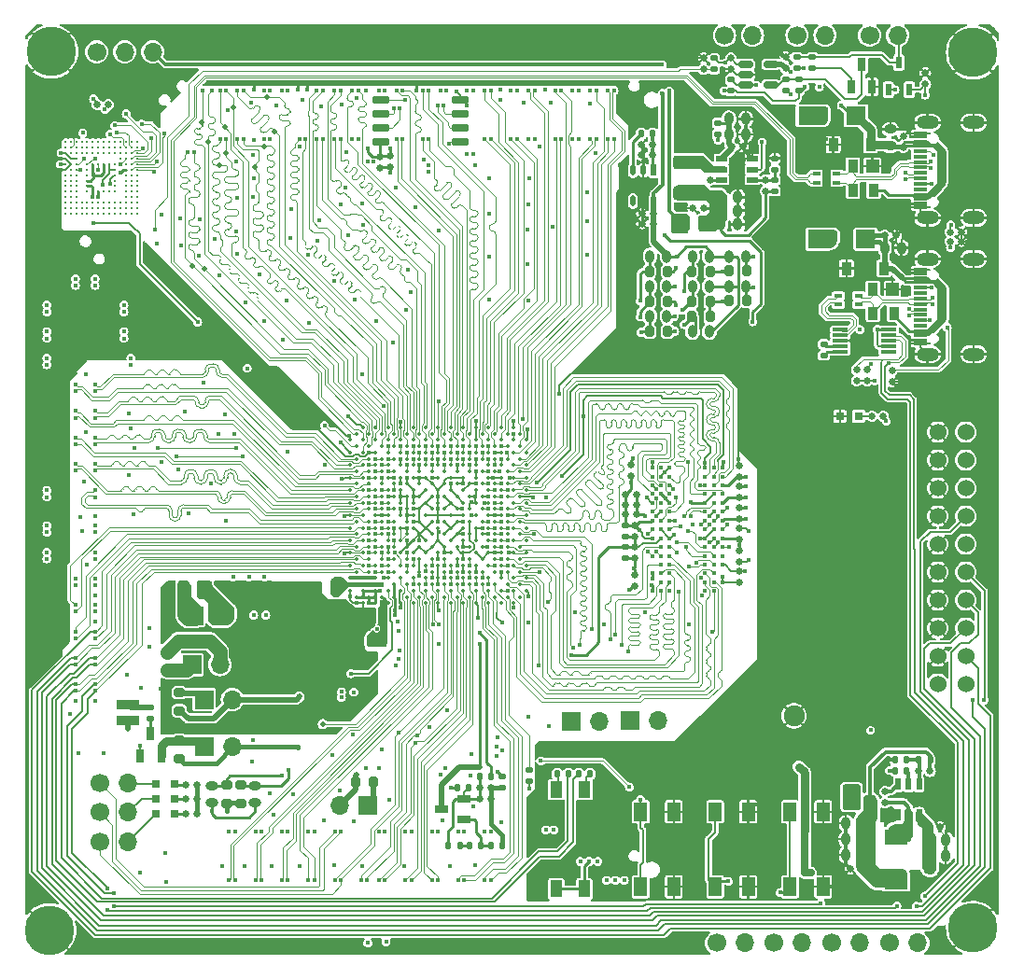
<source format=gbr>
G04 #@! TF.GenerationSoftware,KiCad,Pcbnew,7.0.2*
G04 #@! TF.CreationDate,2023-08-14T15:49:25+08:00*
G04 #@! TF.ProjectId,HPM1500_DDR2_CORE_RevA,48504d31-3530-4305-9f44-4452325f434f,rev?*
G04 #@! TF.SameCoordinates,Original*
G04 #@! TF.FileFunction,Copper,L1,Top*
G04 #@! TF.FilePolarity,Positive*
%FSLAX46Y46*%
G04 Gerber Fmt 4.6, Leading zero omitted, Abs format (unit mm)*
G04 Created by KiCad (PCBNEW 7.0.2) date 2023-08-14 15:49:25*
%MOMM*%
%LPD*%
G01*
G04 APERTURE LIST*
G04 Aperture macros list*
%AMRoundRect*
0 Rectangle with rounded corners*
0 $1 Rounding radius*
0 $2 $3 $4 $5 $6 $7 $8 $9 X,Y pos of 4 corners*
0 Add a 4 corners polygon primitive as box body*
4,1,4,$2,$3,$4,$5,$6,$7,$8,$9,$2,$3,0*
0 Add four circle primitives for the rounded corners*
1,1,$1+$1,$2,$3*
1,1,$1+$1,$4,$5*
1,1,$1+$1,$6,$7*
1,1,$1+$1,$8,$9*
0 Add four rect primitives between the rounded corners*
20,1,$1+$1,$2,$3,$4,$5,0*
20,1,$1+$1,$4,$5,$6,$7,0*
20,1,$1+$1,$6,$7,$8,$9,0*
20,1,$1+$1,$8,$9,$2,$3,0*%
G04 Aperture macros list end*
G04 #@! TA.AperFunction,ComponentPad*
%ADD10C,1.700000*%
G04 #@! TD*
G04 #@! TA.AperFunction,ComponentPad*
%ADD11O,1.700000X1.700000*%
G04 #@! TD*
G04 #@! TA.AperFunction,SMDPad,CuDef*
%ADD12C,0.320000*%
G04 #@! TD*
G04 #@! TA.AperFunction,SMDPad,CuDef*
%ADD13O,0.320000X0.200000*%
G04 #@! TD*
G04 #@! TA.AperFunction,SMDPad,CuDef*
%ADD14O,0.200000X0.320000*%
G04 #@! TD*
G04 #@! TA.AperFunction,SMDPad,CuDef*
%ADD15C,0.400000*%
G04 #@! TD*
G04 #@! TA.AperFunction,SMDPad,CuDef*
%ADD16RoundRect,0.135000X-0.135000X-0.185000X0.135000X-0.185000X0.135000X0.185000X-0.135000X0.185000X0*%
G04 #@! TD*
G04 #@! TA.AperFunction,SMDPad,CuDef*
%ADD17RoundRect,0.200000X0.200000X0.275000X-0.200000X0.275000X-0.200000X-0.275000X0.200000X-0.275000X0*%
G04 #@! TD*
G04 #@! TA.AperFunction,SMDPad,CuDef*
%ADD18RoundRect,0.135000X-0.185000X0.135000X-0.185000X-0.135000X0.185000X-0.135000X0.185000X0.135000X0*%
G04 #@! TD*
G04 #@! TA.AperFunction,SMDPad,CuDef*
%ADD19O,0.889000X1.143000*%
G04 #@! TD*
G04 #@! TA.AperFunction,SMDPad,CuDef*
%ADD20RoundRect,0.250000X0.262500X0.450000X-0.262500X0.450000X-0.262500X-0.450000X0.262500X-0.450000X0*%
G04 #@! TD*
G04 #@! TA.AperFunction,SMDPad,CuDef*
%ADD21RoundRect,0.200000X-0.200000X-0.275000X0.200000X-0.275000X0.200000X0.275000X-0.200000X0.275000X0*%
G04 #@! TD*
G04 #@! TA.AperFunction,SMDPad,CuDef*
%ADD22RoundRect,0.150000X0.650000X0.150000X-0.650000X0.150000X-0.650000X-0.150000X0.650000X-0.150000X0*%
G04 #@! TD*
G04 #@! TA.AperFunction,SMDPad,CuDef*
%ADD23R,1.250000X0.700000*%
G04 #@! TD*
G04 #@! TA.AperFunction,SMDPad,CuDef*
%ADD24C,0.635000*%
G04 #@! TD*
G04 #@! TA.AperFunction,SMDPad,CuDef*
%ADD25RoundRect,0.200000X-0.275000X0.200000X-0.275000X-0.200000X0.275000X-0.200000X0.275000X0.200000X0*%
G04 #@! TD*
G04 #@! TA.AperFunction,SMDPad,CuDef*
%ADD26R,0.750000X0.400000*%
G04 #@! TD*
G04 #@! TA.AperFunction,SMDPad,CuDef*
%ADD27RoundRect,0.135000X0.185000X-0.135000X0.185000X0.135000X-0.185000X0.135000X-0.185000X-0.135000X0*%
G04 #@! TD*
G04 #@! TA.AperFunction,ComponentPad*
%ADD28C,1.524000*%
G04 #@! TD*
G04 #@! TA.AperFunction,ComponentPad*
%ADD29R,1.700000X1.700000*%
G04 #@! TD*
G04 #@! TA.AperFunction,SMDPad,CuDef*
%ADD30C,0.500000*%
G04 #@! TD*
G04 #@! TA.AperFunction,SMDPad,CuDef*
%ADD31RoundRect,0.150000X-0.512500X-0.150000X0.512500X-0.150000X0.512500X0.150000X-0.512500X0.150000X0*%
G04 #@! TD*
G04 #@! TA.AperFunction,SMDPad,CuDef*
%ADD32R,0.700000X1.250000*%
G04 #@! TD*
G04 #@! TA.AperFunction,SMDPad,CuDef*
%ADD33R,1.198900X1.699300*%
G04 #@! TD*
G04 #@! TA.AperFunction,SMDPad,CuDef*
%ADD34RoundRect,0.250000X-0.262500X-0.450000X0.262500X-0.450000X0.262500X0.450000X-0.262500X0.450000X0*%
G04 #@! TD*
G04 #@! TA.AperFunction,SMDPad,CuDef*
%ADD35R,0.800100X0.800100*%
G04 #@! TD*
G04 #@! TA.AperFunction,ComponentPad*
%ADD36C,1.900000*%
G04 #@! TD*
G04 #@! TA.AperFunction,SMDPad,CuDef*
%ADD37R,0.550000X1.000000*%
G04 #@! TD*
G04 #@! TA.AperFunction,SMDPad,CuDef*
%ADD38R,1.400000X0.300000*%
G04 #@! TD*
G04 #@! TA.AperFunction,SMDPad,CuDef*
%ADD39O,1.143000X0.889000*%
G04 #@! TD*
G04 #@! TA.AperFunction,SMDPad,CuDef*
%ADD40RoundRect,0.200000X0.275000X-0.200000X0.275000X0.200000X-0.275000X0.200000X-0.275000X-0.200000X0*%
G04 #@! TD*
G04 #@! TA.AperFunction,ComponentPad*
%ADD41C,4.500000*%
G04 #@! TD*
G04 #@! TA.AperFunction,SMDPad,CuDef*
%ADD42RoundRect,0.250000X-1.075000X0.375000X-1.075000X-0.375000X1.075000X-0.375000X1.075000X0.375000X0*%
G04 #@! TD*
G04 #@! TA.AperFunction,SMDPad,CuDef*
%ADD43R,1.168400X1.168400*%
G04 #@! TD*
G04 #@! TA.AperFunction,SMDPad,CuDef*
%ADD44R,0.914400X1.168400*%
G04 #@! TD*
G04 #@! TA.AperFunction,SMDPad,CuDef*
%ADD45RoundRect,0.135000X0.135000X0.185000X-0.135000X0.185000X-0.135000X-0.185000X0.135000X-0.185000X0*%
G04 #@! TD*
G04 #@! TA.AperFunction,SMDPad,CuDef*
%ADD46R,0.950000X1.150000*%
G04 #@! TD*
G04 #@! TA.AperFunction,SMDPad,CuDef*
%ADD47R,2.120000X1.400000*%
G04 #@! TD*
G04 #@! TA.AperFunction,SMDPad,CuDef*
%ADD48R,1.800900X1.699300*%
G04 #@! TD*
G04 #@! TA.AperFunction,SMDPad,CuDef*
%ADD49R,1.099800X1.501100*%
G04 #@! TD*
G04 #@! TA.AperFunction,SMDPad,CuDef*
%ADD50C,0.350000*%
G04 #@! TD*
G04 #@! TA.AperFunction,SMDPad,CuDef*
%ADD51R,0.600000X1.070000*%
G04 #@! TD*
G04 #@! TA.AperFunction,SMDPad,CuDef*
%ADD52R,1.000000X0.550000*%
G04 #@! TD*
G04 #@! TA.AperFunction,SMDPad,CuDef*
%ADD53R,2.000000X0.900000*%
G04 #@! TD*
G04 #@! TA.AperFunction,SMDPad,CuDef*
%ADD54R,1.300000X0.300000*%
G04 #@! TD*
G04 #@! TA.AperFunction,ComponentPad*
%ADD55O,2.000000X1.200000*%
G04 #@! TD*
G04 #@! TA.AperFunction,SMDPad,CuDef*
%ADD56R,0.508000X1.016000*%
G04 #@! TD*
G04 #@! TA.AperFunction,SMDPad,CuDef*
%ADD57O,0.508000X1.016000*%
G04 #@! TD*
G04 #@! TA.AperFunction,ViaPad*
%ADD58C,0.406400*%
G04 #@! TD*
G04 #@! TA.AperFunction,ViaPad*
%ADD59C,0.500000*%
G04 #@! TD*
G04 #@! TA.AperFunction,Conductor*
%ADD60C,0.300000*%
G04 #@! TD*
G04 #@! TA.AperFunction,Conductor*
%ADD61C,0.101600*%
G04 #@! TD*
G04 #@! TA.AperFunction,Conductor*
%ADD62C,0.203200*%
G04 #@! TD*
G04 #@! TA.AperFunction,Conductor*
%ADD63C,0.200000*%
G04 #@! TD*
G04 #@! TA.AperFunction,Conductor*
%ADD64C,0.254000*%
G04 #@! TD*
G04 #@! TA.AperFunction,Conductor*
%ADD65C,0.096520*%
G04 #@! TD*
G04 #@! TA.AperFunction,Conductor*
%ADD66C,0.279400*%
G04 #@! TD*
G04 #@! TA.AperFunction,Conductor*
%ADD67C,0.152400*%
G04 #@! TD*
G04 #@! TA.AperFunction,Conductor*
%ADD68C,0.250000*%
G04 #@! TD*
G04 #@! TA.AperFunction,Conductor*
%ADD69C,0.127000*%
G04 #@! TD*
G04 #@! TA.AperFunction,Conductor*
%ADD70C,0.350000*%
G04 #@! TD*
G04 #@! TA.AperFunction,Conductor*
%ADD71C,0.177800*%
G04 #@! TD*
G04 #@! TA.AperFunction,Conductor*
%ADD72C,0.150000*%
G04 #@! TD*
G04 #@! TA.AperFunction,Conductor*
%ADD73C,0.508000*%
G04 #@! TD*
G04 #@! TA.AperFunction,Conductor*
%ADD74C,0.381000*%
G04 #@! TD*
G04 #@! TA.AperFunction,Conductor*
%ADD75C,1.270000*%
G04 #@! TD*
G04 #@! TA.AperFunction,Conductor*
%ADD76C,0.500000*%
G04 #@! TD*
G04 #@! TA.AperFunction,Conductor*
%ADD77C,0.400000*%
G04 #@! TD*
G04 #@! TA.AperFunction,Conductor*
%ADD78C,0.800000*%
G04 #@! TD*
G04 #@! TA.AperFunction,Conductor*
%ADD79C,0.700000*%
G04 #@! TD*
G04 #@! TA.AperFunction,Conductor*
%ADD80C,0.762000*%
G04 #@! TD*
G04 #@! TA.AperFunction,Conductor*
%ADD81C,0.330200*%
G04 #@! TD*
G04 APERTURE END LIST*
D10*
X114240000Y-60360000D03*
D11*
X116780000Y-60360000D03*
X119320000Y-60360000D03*
D12*
X117885900Y-68545000D03*
D13*
X117885900Y-69045400D03*
X117885900Y-69545800D03*
X117885900Y-70046100D03*
X117885900Y-70546500D03*
X117885900Y-71046900D03*
X117885900Y-71547300D03*
D12*
X117885900Y-72045100D03*
X117885900Y-72545500D03*
X117885900Y-73045900D03*
X117885900Y-73546300D03*
X117885900Y-74046600D03*
X117885900Y-74547000D03*
X117885900Y-75047400D03*
D14*
X117385500Y-68545000D03*
D12*
X117385500Y-69045400D03*
X117385500Y-69545800D03*
X117385500Y-70046100D03*
X117385500Y-70546500D03*
X117385500Y-71046900D03*
X117385500Y-71547300D03*
X117385500Y-72045100D03*
X117385500Y-72545500D03*
X117385500Y-73045900D03*
X117385500Y-73546300D03*
X117385500Y-74046600D03*
X117385500Y-74547000D03*
X117385500Y-75047400D03*
D14*
X116885100Y-68545000D03*
D12*
X116885100Y-69045400D03*
X116885100Y-69545800D03*
X116885100Y-70046100D03*
X116885100Y-70546500D03*
X116885100Y-71046900D03*
X116885100Y-71547300D03*
X116885100Y-72045100D03*
X116885100Y-72545500D03*
X116885100Y-73045900D03*
X116885100Y-73546300D03*
X116885100Y-74046600D03*
X116885100Y-74547000D03*
X116885100Y-75047400D03*
D14*
X116384800Y-68545000D03*
D12*
X116384800Y-69045400D03*
X116384800Y-69545800D03*
X116384800Y-70046100D03*
X116384800Y-74046600D03*
X116384800Y-74547000D03*
X116384800Y-75047400D03*
X115884400Y-68545000D03*
X115884400Y-69045400D03*
X115884400Y-69545800D03*
X115884400Y-70546500D03*
X115884400Y-71046900D03*
X115884400Y-71547300D03*
X115884400Y-72045100D03*
X115884400Y-72545500D03*
X115884400Y-73045900D03*
X115884400Y-74046600D03*
X115884400Y-74547000D03*
X115884400Y-75047400D03*
X115384000Y-68545000D03*
X115384000Y-69045400D03*
X115384000Y-69545800D03*
X115384000Y-70546500D03*
X115384000Y-73045900D03*
X115384000Y-74046600D03*
X115384000Y-74547000D03*
X115384000Y-75047400D03*
X114883600Y-68545000D03*
X114883600Y-69045400D03*
X114883600Y-69545800D03*
X114883600Y-70546500D03*
X114883600Y-73045900D03*
X114883600Y-74046600D03*
X114883600Y-74547000D03*
X114883600Y-75047400D03*
X114385800Y-68545000D03*
X114385800Y-69045400D03*
X114385800Y-69545800D03*
X114385800Y-70546500D03*
X114385800Y-73045900D03*
X114385800Y-74046600D03*
X114385800Y-74547000D03*
X114385800Y-75047400D03*
X113885400Y-68545000D03*
X113885400Y-69045400D03*
X113885400Y-69545800D03*
X113885400Y-70546500D03*
X113885400Y-73045900D03*
X113885400Y-74046600D03*
X113885400Y-74547000D03*
X113885400Y-75047400D03*
X113385000Y-68545000D03*
X113385000Y-69045400D03*
X113385000Y-69545800D03*
X113385000Y-70546500D03*
X113385000Y-71046900D03*
X113385000Y-71547300D03*
X113385000Y-72045100D03*
X113385000Y-72545500D03*
X113385000Y-73045900D03*
X113385000Y-74046600D03*
X113385000Y-74547000D03*
X113385000Y-75047400D03*
X112884600Y-68545000D03*
X112884600Y-69045400D03*
X112884600Y-69545800D03*
X112884600Y-74046600D03*
X112884600Y-74547000D03*
X112884600Y-75047400D03*
D14*
X112384300Y-68545000D03*
D12*
X112384300Y-69045400D03*
X112384300Y-69545800D03*
X112384300Y-70046100D03*
X112384300Y-70546500D03*
X112384300Y-71046900D03*
X112384300Y-71547300D03*
X112384300Y-72045100D03*
X112384300Y-72545500D03*
X112384300Y-73045900D03*
X112384300Y-73546300D03*
X112384300Y-74046600D03*
X112384300Y-74547000D03*
X112384300Y-75047400D03*
D14*
X111883900Y-68545000D03*
D12*
X111883900Y-69045400D03*
X111883900Y-69545800D03*
X111883900Y-70046100D03*
X111883900Y-70546500D03*
X111883900Y-71046900D03*
X111883900Y-71547300D03*
X111883900Y-72045100D03*
X111883900Y-72545500D03*
X111883900Y-73045900D03*
X111883900Y-73546300D03*
X111883900Y-74046600D03*
X111883900Y-74547000D03*
X111883900Y-75047400D03*
D14*
X111383500Y-68545000D03*
D12*
X111383500Y-69045400D03*
X111383500Y-69545800D03*
X111383500Y-70046100D03*
X111383500Y-70546500D03*
X111383500Y-71046900D03*
X111383500Y-71547300D03*
X111383500Y-72045100D03*
X111383500Y-72545500D03*
X111383500Y-73045900D03*
X111383500Y-73546300D03*
X111383500Y-74046600D03*
X111383500Y-74547000D03*
X111383500Y-75047400D03*
D15*
X164620000Y-98079000D03*
X165420000Y-98079000D03*
X166220000Y-98079000D03*
X169420000Y-98079000D03*
X170220000Y-98079000D03*
X171020000Y-98079000D03*
X164620000Y-98879000D03*
X165420000Y-98879000D03*
X166220000Y-98879000D03*
X169420000Y-98879000D03*
X170220000Y-98879000D03*
X171020000Y-98879000D03*
X164620000Y-99680000D03*
X165420000Y-99680000D03*
X166220000Y-99680000D03*
X169420000Y-99680000D03*
X170220000Y-99680000D03*
X171020000Y-99680000D03*
X164620000Y-100480000D03*
X165420000Y-100480000D03*
X166220000Y-100480000D03*
X169420000Y-100480000D03*
X170220000Y-100480000D03*
X171020000Y-100480000D03*
X164620000Y-101280000D03*
X165420000Y-101280000D03*
X166220000Y-101280000D03*
X169420000Y-101280000D03*
X170220000Y-101280000D03*
X171020000Y-101280000D03*
X164620000Y-102080000D03*
X165420000Y-102080000D03*
X166220000Y-102080000D03*
X169420000Y-102080000D03*
X170220000Y-102080000D03*
X171020000Y-102080000D03*
X164620000Y-102880000D03*
X165420000Y-102880000D03*
X166220000Y-102880000D03*
X169420000Y-102880000D03*
X170220000Y-102880000D03*
X171020000Y-102880000D03*
X164620000Y-103680000D03*
X165420000Y-103680000D03*
X166220000Y-103680000D03*
X169420000Y-103680000D03*
X170220000Y-103680000D03*
X171020000Y-103680000D03*
X164620000Y-104480000D03*
X165420000Y-104480000D03*
X166220000Y-104480000D03*
X169420000Y-104480000D03*
X170220000Y-104480000D03*
X171020000Y-104480000D03*
X165420000Y-105280000D03*
X166220000Y-105280000D03*
X169420000Y-105280000D03*
X170220000Y-105280000D03*
X171020000Y-105280000D03*
X164620000Y-106080000D03*
X165420000Y-106080000D03*
X166220000Y-106080000D03*
X169420000Y-106080000D03*
X170220000Y-106080000D03*
X165420000Y-106880000D03*
X166220000Y-106880000D03*
X169420000Y-106880000D03*
X170220000Y-106880000D03*
X171020000Y-106880000D03*
X164620000Y-107681000D03*
X165420000Y-107681000D03*
X166220000Y-107681000D03*
X169420000Y-107681000D03*
X170220000Y-107681000D03*
X165420000Y-108481000D03*
X166220000Y-108481000D03*
X169420000Y-108481000D03*
X170220000Y-108481000D03*
X171020000Y-108481000D03*
X164620000Y-109281000D03*
X165420000Y-109281000D03*
X166220000Y-109281000D03*
X169420000Y-109281000D03*
X170220000Y-109281000D03*
D16*
X146917000Y-127075000D03*
X147937000Y-127075000D03*
D17*
X169873000Y-80264285D03*
X168223000Y-80264285D03*
D18*
X175765000Y-71973000D03*
X175765000Y-72993000D03*
D19*
X165950000Y-78900000D03*
X164426000Y-78900000D03*
D20*
X169337500Y-75925000D03*
X167512500Y-75925000D03*
D17*
X166033000Y-85721425D03*
X164383000Y-85721425D03*
D21*
X171563009Y-80250000D03*
X173213009Y-80250000D03*
D22*
X147225000Y-68505000D03*
X147225000Y-67235000D03*
X147225000Y-65965000D03*
X147225000Y-64695000D03*
X140025000Y-64695000D03*
X140025000Y-65965000D03*
X140025000Y-67235000D03*
X140025000Y-68505000D03*
D23*
X147509450Y-130001200D03*
X147509450Y-128101200D03*
X145509450Y-129051200D03*
D10*
X180915000Y-141210000D03*
D11*
X183455000Y-141210000D03*
D18*
X171750000Y-62890000D03*
X171750000Y-63910000D03*
D24*
X184576100Y-93420000D03*
X185592100Y-93420000D03*
D25*
X120645000Y-114795000D03*
X120645000Y-116445000D03*
D10*
X114545000Y-129355000D03*
D11*
X117085000Y-129355000D03*
D26*
X183350000Y-83275000D03*
X181500000Y-83275000D03*
X181500000Y-82475000D03*
X183350000Y-82475000D03*
D18*
X177755000Y-60845000D03*
X177755000Y-61865000D03*
D17*
X139340000Y-126605000D03*
X137690000Y-126605000D03*
D27*
X179145000Y-61865000D03*
X179145000Y-60845000D03*
D24*
X164672702Y-69733100D03*
X163656702Y-69733100D03*
X185737000Y-77015000D03*
X186753000Y-77015000D03*
D28*
X193070000Y-117714000D03*
X190530000Y-117714000D03*
X193070000Y-115174000D03*
X190530000Y-115174000D03*
X193070000Y-112634000D03*
X190530000Y-112634000D03*
X193070000Y-110094000D03*
X190530000Y-110094000D03*
X193070000Y-107554000D03*
X190530000Y-107554000D03*
X193070000Y-105014000D03*
X190530000Y-105014000D03*
X193070000Y-102474000D03*
X190530000Y-102474000D03*
X193070000Y-99934000D03*
X190530000Y-99934000D03*
X193070000Y-97394000D03*
X190530000Y-97394000D03*
X193070000Y-94854000D03*
X190530000Y-94854000D03*
D29*
X138850000Y-128705000D03*
D11*
X136310000Y-128705000D03*
D18*
X175765000Y-70015000D03*
X175765000Y-71035000D03*
D30*
X125385000Y-70640000D03*
D31*
X173112500Y-61475000D03*
X173112500Y-62425000D03*
X173112500Y-63375000D03*
X175387500Y-63375000D03*
X175387500Y-61475000D03*
D24*
X172555000Y-100808000D03*
X172555000Y-99792000D03*
X169890000Y-71983000D03*
X169890000Y-70967000D03*
D32*
X182685000Y-63535000D03*
X184585000Y-63535000D03*
X183635000Y-61535000D03*
D33*
X180136100Y-136106100D03*
X180136100Y-129303900D03*
X177133900Y-129303900D03*
X177133900Y-136106100D03*
D18*
X151027000Y-126057000D03*
X151027000Y-127077000D03*
D34*
X182560000Y-128449000D03*
X184385000Y-128449000D03*
D24*
X164697702Y-75933100D03*
X163681702Y-75933100D03*
D35*
X119584100Y-128105000D03*
X121285900Y-128105000D03*
X119584100Y-129444425D03*
X121285900Y-129444425D03*
D24*
X189727000Y-130685000D03*
X190743000Y-130685000D03*
D18*
X177935000Y-62875000D03*
X177935000Y-63895000D03*
D10*
X175675000Y-141210000D03*
D11*
X178215000Y-141210000D03*
D30*
X130385000Y-67570000D03*
D24*
X176725000Y-61833000D03*
X176725000Y-60817000D03*
D25*
X121720000Y-122825000D03*
X121720000Y-124475000D03*
D24*
X187395000Y-69001000D03*
X187395000Y-67985000D03*
D36*
X177485000Y-120600000D03*
D24*
X164628000Y-68795000D03*
X163612000Y-68795000D03*
X172555000Y-105572000D03*
X172555000Y-106588000D03*
D17*
X169873000Y-82992855D03*
X168223000Y-82992855D03*
D24*
X186385000Y-89247000D03*
X186385000Y-90263000D03*
D37*
X186935000Y-129603000D03*
X187885000Y-129603000D03*
X188835000Y-129603000D03*
X188835000Y-126803000D03*
X187885000Y-126803000D03*
X186935000Y-126803000D03*
D10*
X177765000Y-58865000D03*
D11*
X180305000Y-58865000D03*
D38*
X181675000Y-85575000D03*
X181675000Y-86075000D03*
X181675000Y-86575000D03*
X181675000Y-87075000D03*
X181675000Y-87575000D03*
X186075000Y-87575000D03*
X186075000Y-87075000D03*
X186075000Y-86575000D03*
X186075000Y-86075000D03*
X186075000Y-85575000D03*
D24*
X184125000Y-89192000D03*
X184125000Y-90208000D03*
D16*
X186675000Y-125563000D03*
X187695000Y-125563000D03*
D39*
X124710000Y-128467000D03*
X124710000Y-126943000D03*
D34*
X122112500Y-109155000D03*
X123937500Y-109155000D03*
D40*
X127285000Y-128530000D03*
X127285000Y-126880000D03*
D24*
X162197000Y-100540000D03*
X163213000Y-100540000D03*
D10*
X114545000Y-126705000D03*
D11*
X117085000Y-126705000D03*
D41*
X193725000Y-60430000D03*
D19*
X185723000Y-78135000D03*
X187247000Y-78135000D03*
D42*
X167905000Y-70385000D03*
X167905000Y-73185000D03*
D43*
X186425500Y-81882800D03*
D44*
X184647500Y-81882800D03*
X184647500Y-84067200D03*
X186552500Y-84067200D03*
D17*
X166013000Y-82992855D03*
X164363000Y-82992855D03*
D24*
X163085000Y-103347000D03*
X163085000Y-104363000D03*
D45*
X149078800Y-132383800D03*
X148058800Y-132383800D03*
D19*
X189747000Y-131868000D03*
X191271000Y-131868000D03*
D46*
X184427000Y-68755000D03*
X181043000Y-68755000D03*
D29*
X162580000Y-121060000D03*
D11*
X165120000Y-121060000D03*
D39*
X128585000Y-128467000D03*
X128585000Y-126943000D03*
D30*
X122945000Y-79790000D03*
D41*
X109945000Y-140045000D03*
D35*
X181653200Y-93415000D03*
X183355000Y-93415000D03*
D27*
X153485000Y-126555000D03*
X153485000Y-125535000D03*
D19*
X170873000Y-73555000D03*
X172397000Y-73555000D03*
D24*
X185735000Y-127447000D03*
X185735000Y-128463000D03*
X162227000Y-102305000D03*
X163243000Y-102305000D03*
D10*
X170455000Y-141210000D03*
D11*
X172995000Y-141210000D03*
D47*
X186745000Y-131572000D03*
X186745000Y-135628000D03*
D10*
X184345000Y-58865000D03*
D11*
X186885000Y-58865000D03*
D30*
X123785000Y-66760000D03*
D17*
X169873000Y-84357140D03*
X168223000Y-84357140D03*
D35*
X119584100Y-126774000D03*
X121285900Y-126774000D03*
D48*
X179613000Y-77355000D03*
X183997000Y-77355000D03*
D19*
X183703000Y-131795000D03*
X182179000Y-131795000D03*
X170873000Y-74755000D03*
X172397000Y-74755000D03*
D49*
X155915000Y-136295900D03*
X158455000Y-136295900D03*
X158455000Y-127294100D03*
X155915000Y-127294100D03*
D17*
X166013000Y-80264285D03*
X164363000Y-80264285D03*
D24*
X191672000Y-77545000D03*
X192688000Y-77545000D03*
D50*
X138380000Y-94420000D03*
X139520000Y-94420000D03*
X140660000Y-94420000D03*
X141800000Y-94420000D03*
X142940000Y-94420000D03*
X144080000Y-94420000D03*
X145220000Y-94420000D03*
X146360000Y-94420000D03*
X147500000Y-94420000D03*
X148640000Y-94420000D03*
X149780000Y-94420000D03*
X150920000Y-94420000D03*
X152060000Y-94420000D03*
X137240000Y-105820000D03*
X138380000Y-105820000D03*
X139520000Y-105820000D03*
X140660000Y-105820000D03*
X141800000Y-105820000D03*
X142940000Y-105820000D03*
X144080000Y-105820000D03*
X145220000Y-105820000D03*
X146360000Y-105820000D03*
X147500000Y-105820000D03*
X148640000Y-105820000D03*
X149780000Y-105820000D03*
X150920000Y-105820000D03*
X152060000Y-105820000D03*
X153200000Y-105820000D03*
X137810000Y-106390000D03*
X138950000Y-106390000D03*
X140090000Y-106390000D03*
X141230000Y-106390000D03*
X142370000Y-106390000D03*
X143510000Y-106390000D03*
X144650000Y-106390000D03*
X145790000Y-106390000D03*
X146930000Y-106390000D03*
X148070000Y-106390000D03*
X149210000Y-106390000D03*
X150350000Y-106390000D03*
X151490000Y-106390000D03*
X152630000Y-106390000D03*
X137240000Y-106960000D03*
X138380000Y-106960000D03*
X139520000Y-106960000D03*
X140660000Y-106960000D03*
X141800000Y-106960000D03*
X142940000Y-106960000D03*
X144080000Y-106960000D03*
X145220000Y-106960000D03*
X146360000Y-106960000D03*
X147500000Y-106960000D03*
X148640000Y-106960000D03*
X149780000Y-106960000D03*
X150920000Y-106960000D03*
X152060000Y-106960000D03*
X153200000Y-106960000D03*
X137810000Y-107530000D03*
X138950000Y-107530000D03*
X140090000Y-107530000D03*
X141230000Y-107530000D03*
X142370000Y-107530000D03*
X143510000Y-107530000D03*
X144650000Y-107530000D03*
X145790000Y-107530000D03*
X146930000Y-107530000D03*
X148070000Y-107530000D03*
X149210000Y-107530000D03*
X150350000Y-107530000D03*
X151490000Y-107530000D03*
X152630000Y-107530000D03*
X137240000Y-108100000D03*
X138380000Y-108100000D03*
X139520000Y-108100000D03*
X140660000Y-108100000D03*
X141800000Y-108100000D03*
X142940000Y-108100000D03*
X144080000Y-108100000D03*
X145220000Y-108100000D03*
X146360000Y-108100000D03*
X147500000Y-108100000D03*
X148640000Y-108100000D03*
X149780000Y-108100000D03*
X150920000Y-108100000D03*
X152060000Y-108100000D03*
X153200000Y-108100000D03*
X137810000Y-108670000D03*
X138950000Y-108670000D03*
X140090000Y-108670000D03*
X141230000Y-108670000D03*
X142370000Y-108670000D03*
X143510000Y-108670000D03*
X144650000Y-108670000D03*
X145790000Y-108670000D03*
X146930000Y-108670000D03*
X148070000Y-108670000D03*
X149210000Y-108670000D03*
X150350000Y-108670000D03*
X151490000Y-108670000D03*
X152630000Y-108670000D03*
X137240000Y-109240000D03*
X138380000Y-109240000D03*
X139520000Y-109240000D03*
X140660000Y-109240000D03*
X141800000Y-109240000D03*
X142940000Y-109240000D03*
X144080000Y-109240000D03*
X145220000Y-109240000D03*
X146360000Y-109240000D03*
X147500000Y-109240000D03*
X148640000Y-109240000D03*
X149780000Y-109240000D03*
X150920000Y-109240000D03*
X152060000Y-109240000D03*
X153200000Y-109240000D03*
X137810000Y-109810000D03*
X138950000Y-109810000D03*
X140090000Y-109810000D03*
X141230000Y-109810000D03*
X142370000Y-109810000D03*
X143510000Y-109810000D03*
X144650000Y-109810000D03*
X145790000Y-109810000D03*
X146930000Y-109810000D03*
X148070000Y-109810000D03*
X149210000Y-109810000D03*
X150350000Y-109810000D03*
X151490000Y-109810000D03*
X152630000Y-109810000D03*
X138380000Y-110380000D03*
X139520000Y-110380000D03*
X140660000Y-110380000D03*
X141800000Y-110380000D03*
X142940000Y-110380000D03*
X144080000Y-110380000D03*
X145220000Y-110380000D03*
X146360000Y-110380000D03*
X147500000Y-110380000D03*
X148640000Y-110380000D03*
X149780000Y-110380000D03*
X150920000Y-110380000D03*
X152060000Y-110380000D03*
X137810000Y-94990000D03*
X138950000Y-94990000D03*
X140090000Y-94990000D03*
X141230000Y-94990000D03*
X142370000Y-94990000D03*
X143510000Y-94990000D03*
X144650000Y-94990000D03*
X145790000Y-94990000D03*
X146930000Y-94990000D03*
X148070000Y-94990000D03*
X149210000Y-94990000D03*
X150350000Y-94990000D03*
X151490000Y-94990000D03*
X152630000Y-94990000D03*
X137240000Y-95560000D03*
X138380000Y-95560000D03*
X139520000Y-95560000D03*
X140660000Y-95560000D03*
X141800000Y-95560000D03*
X142940000Y-95560000D03*
X144080000Y-95560000D03*
X145220000Y-95560000D03*
X146360000Y-95560000D03*
X147500000Y-95560000D03*
X148640000Y-95560000D03*
X149780000Y-95560000D03*
X150920000Y-95560000D03*
X152060000Y-95560000D03*
X153200000Y-95560000D03*
X137810000Y-96130000D03*
X138950000Y-96130000D03*
X140090000Y-96130000D03*
X141230000Y-96130000D03*
X142370000Y-96130000D03*
X143510000Y-96130000D03*
X144650000Y-96130000D03*
X145790000Y-96130000D03*
X146930000Y-96130000D03*
X148070000Y-96130000D03*
X149210000Y-96130000D03*
X150350000Y-96130000D03*
X151490000Y-96130000D03*
X152630000Y-96130000D03*
X137240000Y-96700000D03*
X138380000Y-96700000D03*
X139520000Y-96700000D03*
X140660000Y-96700000D03*
X141800000Y-96700000D03*
X142940000Y-96700000D03*
X144080000Y-96700000D03*
X145220000Y-96700000D03*
X146360000Y-96700000D03*
X147500000Y-96700000D03*
X148640000Y-96700000D03*
X149780000Y-96700000D03*
X150920000Y-96700000D03*
X152060000Y-96700000D03*
X153200000Y-96700000D03*
X137810000Y-97270000D03*
X138950000Y-97270000D03*
X140090000Y-97270000D03*
X141230000Y-97270000D03*
X142370000Y-97270000D03*
X143510000Y-97270000D03*
X144650000Y-97270000D03*
X145790000Y-97270000D03*
X146930000Y-97270000D03*
X148070000Y-97270000D03*
X149210000Y-97270000D03*
X150350000Y-97270000D03*
X151490000Y-97270000D03*
X152630000Y-97270000D03*
X137240000Y-97840000D03*
X138380000Y-97840000D03*
X139520000Y-97840000D03*
X140660000Y-97840000D03*
X141800000Y-97840000D03*
X142940000Y-97840000D03*
X144080000Y-97840000D03*
X145220000Y-97840000D03*
X146360000Y-97840000D03*
X147500000Y-97840000D03*
X148640000Y-97840000D03*
X149780000Y-97840000D03*
X150920000Y-97840000D03*
X152060000Y-97840000D03*
X153200000Y-97840000D03*
X137810000Y-98410000D03*
X138950000Y-98410000D03*
X140090000Y-98410000D03*
X141230000Y-98410000D03*
X142370000Y-98410000D03*
X143510000Y-98410000D03*
X144650000Y-98410000D03*
X145790000Y-98410000D03*
X146930000Y-98410000D03*
X148070000Y-98410000D03*
X149210000Y-98410000D03*
X150350000Y-98410000D03*
X151490000Y-98410000D03*
X152630000Y-98410000D03*
X137240000Y-98980000D03*
X138380000Y-98980000D03*
X139520000Y-98980000D03*
X140660000Y-98980000D03*
X141800000Y-98980000D03*
X142940000Y-98980000D03*
X144080000Y-98980000D03*
X145220000Y-98980000D03*
X146360000Y-98980000D03*
X147500000Y-98980000D03*
X148640000Y-98980000D03*
X149780000Y-98980000D03*
X150920000Y-98980000D03*
X152060000Y-98980000D03*
X153200000Y-98980000D03*
X137810000Y-99550000D03*
X138950000Y-99550000D03*
X140090000Y-99550000D03*
X141230000Y-99550000D03*
X142370000Y-99550000D03*
X143510000Y-99550000D03*
X144650000Y-99550000D03*
X145790000Y-99550000D03*
X146930000Y-99550000D03*
X148070000Y-99550000D03*
X149210000Y-99550000D03*
X150350000Y-99550000D03*
X151490000Y-99550000D03*
X152630000Y-99550000D03*
X137240000Y-100120000D03*
X138380000Y-100120000D03*
X139520000Y-100120000D03*
X140660000Y-100120000D03*
X141800000Y-100120000D03*
X142940000Y-100120000D03*
X144080000Y-100120000D03*
X145220000Y-100120000D03*
X146360000Y-100120000D03*
X147500000Y-100120000D03*
X148640000Y-100120000D03*
X149780000Y-100120000D03*
X150920000Y-100120000D03*
X152060000Y-100120000D03*
X153200000Y-100120000D03*
X137810000Y-100690000D03*
X138950000Y-100690000D03*
X140090000Y-100690000D03*
X141230000Y-100690000D03*
X142370000Y-100690000D03*
X143510000Y-100690000D03*
X144650000Y-100690000D03*
X145790000Y-100690000D03*
X146930000Y-100690000D03*
X148070000Y-100690000D03*
X149210000Y-100690000D03*
X150350000Y-100690000D03*
X151490000Y-100690000D03*
X152630000Y-100690000D03*
X137240000Y-101260000D03*
X138380000Y-101260000D03*
X139520000Y-101260000D03*
X140660000Y-101260000D03*
X141800000Y-101260000D03*
X142940000Y-101260000D03*
X144080000Y-101260000D03*
X145220000Y-101260000D03*
X146360000Y-101260000D03*
X147500000Y-101260000D03*
X148640000Y-101260000D03*
X149780000Y-101260000D03*
X150920000Y-101260000D03*
X152060000Y-101260000D03*
X153200000Y-101260000D03*
X137810000Y-101830000D03*
X138950000Y-101830000D03*
X140090000Y-101830000D03*
X141230000Y-101830000D03*
X142370000Y-101830000D03*
X143510000Y-101830000D03*
X144650000Y-101830000D03*
X145790000Y-101830000D03*
X146930000Y-101830000D03*
X148070000Y-101830000D03*
X149210000Y-101830000D03*
X150350000Y-101830000D03*
X151490000Y-101830000D03*
X152630000Y-101830000D03*
X137240000Y-102400000D03*
X138380000Y-102400000D03*
X139520000Y-102400000D03*
X140660000Y-102400000D03*
X141800000Y-102400000D03*
X142940000Y-102400000D03*
X144080000Y-102400000D03*
X145220000Y-102400000D03*
X146360000Y-102400000D03*
X147500000Y-102400000D03*
X148640000Y-102400000D03*
X149780000Y-102400000D03*
X150920000Y-102400000D03*
X152060000Y-102400000D03*
X153200000Y-102400000D03*
X137810000Y-102970000D03*
X138950000Y-102970000D03*
X140090000Y-102970000D03*
X141230000Y-102970000D03*
X142370000Y-102970000D03*
X143510000Y-102970000D03*
X144650000Y-102970000D03*
X145790000Y-102970000D03*
X146930000Y-102970000D03*
X148070000Y-102970000D03*
X149210000Y-102970000D03*
X150350000Y-102970000D03*
X151490000Y-102970000D03*
X152630000Y-102970000D03*
X137240000Y-103540000D03*
X138380000Y-103540000D03*
X139520000Y-103540000D03*
X140660000Y-103540000D03*
X141800000Y-103540000D03*
X142940000Y-103540000D03*
X144080000Y-103540000D03*
X145220000Y-103540000D03*
X146360000Y-103540000D03*
X147500000Y-103540000D03*
X148640000Y-103540000D03*
X149780000Y-103540000D03*
X150920000Y-103540000D03*
X152060000Y-103540000D03*
X153200000Y-103540000D03*
X137810000Y-104110000D03*
X138950000Y-104110000D03*
X140090000Y-104110000D03*
X141230000Y-104110000D03*
X142370000Y-104110000D03*
X143510000Y-104110000D03*
X144650000Y-104110000D03*
X145790000Y-104110000D03*
X146930000Y-104110000D03*
X148070000Y-104110000D03*
X149210000Y-104110000D03*
X150350000Y-104110000D03*
X151490000Y-104110000D03*
X152630000Y-104110000D03*
X137240000Y-104680000D03*
X138380000Y-104680000D03*
X139520000Y-104680000D03*
X140660000Y-104680000D03*
X141800000Y-104680000D03*
X142940000Y-104680000D03*
X144080000Y-104680000D03*
X145220000Y-104680000D03*
X146360000Y-104680000D03*
X147500000Y-104680000D03*
X148640000Y-104680000D03*
X149780000Y-104680000D03*
X150920000Y-104680000D03*
X152060000Y-104680000D03*
X153200000Y-104680000D03*
X137810000Y-105250000D03*
X138950000Y-105250000D03*
X140090000Y-105250000D03*
X141230000Y-105250000D03*
X142370000Y-105250000D03*
X143510000Y-105250000D03*
X144650000Y-105250000D03*
X145790000Y-105250000D03*
X146930000Y-105250000D03*
X148070000Y-105250000D03*
X149210000Y-105250000D03*
X150350000Y-105250000D03*
X151490000Y-105250000D03*
X152630000Y-105250000D03*
D24*
X162227000Y-101455000D03*
X163243000Y-101455000D03*
D10*
X186195000Y-141210000D03*
D11*
X188735000Y-141210000D03*
D10*
X171185000Y-58865000D03*
D11*
X173725000Y-58865000D03*
D24*
X183613000Y-134445000D03*
X182597000Y-134445000D03*
D45*
X164655000Y-67770000D03*
X163635000Y-67770000D03*
D30*
X128615000Y-70810000D03*
D33*
X166585000Y-136107200D03*
X166585000Y-129305000D03*
X163582800Y-129305000D03*
X163582800Y-136107200D03*
D48*
X178751000Y-66155000D03*
X183135000Y-66155000D03*
D24*
X174915000Y-72983000D03*
X174915000Y-71967000D03*
D43*
X184600500Y-70712800D03*
D44*
X182822500Y-70712800D03*
X182822500Y-72897200D03*
X184727500Y-72897200D03*
D40*
X126035000Y-128530000D03*
X126035000Y-126880000D03*
D18*
X119145000Y-119837000D03*
X119145000Y-120857000D03*
D19*
X171590000Y-66450000D03*
X173114000Y-66450000D03*
D24*
X183175000Y-89192000D03*
X183175000Y-90208000D03*
D30*
X125955000Y-69530000D03*
D16*
X155985000Y-125863000D03*
X157005000Y-125863000D03*
D27*
X176775000Y-63885000D03*
X176775000Y-62865000D03*
D51*
X186050000Y-63790000D03*
X187950000Y-63790000D03*
X187000000Y-61320000D03*
D24*
X172555000Y-107432000D03*
X172555000Y-108448000D03*
D19*
X165950000Y-84357140D03*
X164426000Y-84357140D03*
D24*
X122319000Y-129454425D03*
X123335000Y-129454425D03*
X163085000Y-105297000D03*
X163085000Y-106313000D03*
D30*
X126655000Y-65390000D03*
D10*
X114545000Y-132005000D03*
D11*
X117085000Y-132005000D03*
D19*
X165950000Y-81628570D03*
X164426000Y-81628570D03*
X169810000Y-85721425D03*
X168286000Y-85721425D03*
X183715000Y-130345000D03*
X182191000Y-130345000D03*
D52*
X173715000Y-71975000D03*
X173715000Y-71025000D03*
X173715000Y-70075000D03*
X170915000Y-70075000D03*
X170915000Y-71025000D03*
X170915000Y-71975000D03*
D24*
X163085000Y-108788000D03*
X163085000Y-107772000D03*
D29*
X122875000Y-115955000D03*
D11*
X125415000Y-115955000D03*
D30*
X125895000Y-67200000D03*
D24*
X164707702Y-75043100D03*
X163691702Y-75043100D03*
D25*
X121720000Y-118480000D03*
X121720000Y-120130000D03*
D24*
X171827000Y-68975000D03*
X172843000Y-68975000D03*
X169290000Y-61948000D03*
X169290000Y-60932000D03*
X172555000Y-102718000D03*
X172555000Y-101702000D03*
X169325000Y-74515000D03*
X168309000Y-74515000D03*
D32*
X118195000Y-124245000D03*
X120095000Y-124245000D03*
X119145000Y-122245000D03*
D39*
X186235000Y-68905000D03*
X186235000Y-67381000D03*
D45*
X151028800Y-132383800D03*
X150008800Y-132383800D03*
D18*
X170250000Y-60940000D03*
X170250000Y-61960000D03*
D29*
X157315000Y-121070000D03*
D11*
X159855000Y-121070000D03*
D16*
X148967000Y-126125000D03*
X149987000Y-126125000D03*
D19*
X171626009Y-78950000D03*
X173150009Y-78950000D03*
D24*
X140845000Y-69817000D03*
X140845000Y-70833000D03*
D41*
X193725000Y-139830000D03*
D24*
X171775000Y-60942000D03*
X171775000Y-61958000D03*
D30*
X129465000Y-68910000D03*
D19*
X169810000Y-81628570D03*
X168286000Y-81628570D03*
D18*
X180195000Y-86885000D03*
X180195000Y-87905000D03*
D27*
X162235000Y-106323000D03*
X162235000Y-105303000D03*
D24*
X189839000Y-125623000D03*
X188823000Y-125623000D03*
X172555000Y-98898000D03*
X172555000Y-97882000D03*
D30*
X124015000Y-80040000D03*
D53*
X117082400Y-119556400D03*
X117085000Y-121055000D03*
D27*
X162235000Y-104365000D03*
X162235000Y-103345000D03*
D16*
X186667000Y-124605000D03*
X187687000Y-124605000D03*
D19*
X169810000Y-78900000D03*
X168286000Y-78900000D03*
X171626009Y-81650000D03*
X173150009Y-81650000D03*
X189731000Y-133298000D03*
X191255000Y-133298000D03*
D30*
X124375000Y-68550000D03*
D21*
X171563009Y-82950000D03*
X173213009Y-82950000D03*
D29*
X124005000Y-119115000D03*
D11*
X126545000Y-119115000D03*
D24*
X148969000Y-128120000D03*
X149985000Y-128120000D03*
D54*
X188949800Y-74150200D03*
X188949800Y-73350100D03*
X188949800Y-72850300D03*
X188949800Y-71850300D03*
X188949800Y-70350100D03*
X188949800Y-69350100D03*
X188950000Y-68850300D03*
X188949800Y-68050200D03*
X188949800Y-67750200D03*
X188950000Y-68550000D03*
X188949800Y-69850500D03*
X188949800Y-70850300D03*
X188949800Y-71350100D03*
X188949800Y-72350100D03*
X188949800Y-73650100D03*
X188949800Y-74450200D03*
D55*
X193780000Y-66780200D03*
X193779900Y-75420400D03*
X189600000Y-66780300D03*
X189599900Y-75420500D03*
D45*
X159005000Y-125863000D03*
X157985000Y-125863000D03*
D29*
X123045000Y-111505000D03*
D11*
X125585000Y-111505000D03*
D26*
X181370000Y-72225000D03*
X179520000Y-72225000D03*
X179520000Y-71425000D03*
X181370000Y-71425000D03*
D24*
X139920000Y-69837000D03*
X139920000Y-70853000D03*
D19*
X183715000Y-133195000D03*
X182191000Y-133195000D03*
D56*
X164764700Y-71086100D03*
D57*
X163814690Y-71086100D03*
X162864704Y-71086100D03*
X162864704Y-73880100D03*
X164764700Y-73880100D03*
D19*
X171590000Y-67850000D03*
X173114000Y-67850000D03*
D54*
X188949800Y-86525000D03*
X188949800Y-85724900D03*
X188949800Y-85225100D03*
X188949800Y-84225100D03*
X188949800Y-82724900D03*
X188949800Y-81724900D03*
X188950000Y-81225100D03*
X188949800Y-80425000D03*
X188949800Y-80125000D03*
X188950000Y-80924800D03*
X188949800Y-82225300D03*
X188949800Y-83225100D03*
X188949800Y-83724900D03*
X188949800Y-84724900D03*
X188949800Y-86024900D03*
X188949800Y-86825000D03*
D55*
X193780000Y-79155000D03*
X193779900Y-87795200D03*
X189600000Y-79155100D03*
X189599900Y-87795300D03*
D19*
X170873000Y-76005000D03*
X172397000Y-76005000D03*
D24*
X162665000Y-98808000D03*
X162665000Y-97792000D03*
X115303000Y-65140000D03*
X114287000Y-65140000D03*
X148969000Y-127075000D03*
X149985000Y-127075000D03*
D33*
X173336100Y-136106100D03*
X173336100Y-129303900D03*
X170333900Y-129303900D03*
X170333900Y-136106100D03*
D24*
X192688000Y-76695000D03*
X191672000Y-76695000D03*
D46*
X185627000Y-80005000D03*
X182243000Y-80005000D03*
D24*
X172555000Y-104628000D03*
X172555000Y-103612000D03*
D29*
X124005000Y-123427500D03*
D11*
X126545000Y-123427500D03*
D41*
X110124958Y-60347821D03*
D18*
X170565000Y-66815000D03*
X170565000Y-67835000D03*
D30*
X129715000Y-64480000D03*
D24*
X189415000Y-62297000D03*
X189415000Y-63313000D03*
X122311575Y-126894000D03*
X123327575Y-126894000D03*
X122319000Y-128104425D03*
X123335000Y-128104425D03*
D45*
X147170800Y-132383800D03*
X146150800Y-132383800D03*
D16*
X188825000Y-124605000D03*
X189845000Y-124605000D03*
D58*
X108535000Y-70730000D03*
X114985000Y-65580000D03*
X112975000Y-67710000D03*
X115435000Y-72360000D03*
X113905000Y-75860000D03*
X114795000Y-72448000D03*
X125972198Y-68273189D03*
X126095000Y-65635000D03*
X120365000Y-67725000D03*
X114384700Y-71066200D03*
X119185000Y-68145000D03*
X116095000Y-67655000D03*
X119715000Y-70275000D03*
X113125000Y-70025000D03*
X118385000Y-69075000D03*
X110979700Y-70576200D03*
X116414700Y-71291200D03*
X111004700Y-69526200D03*
X116925000Y-65985000D03*
X114105000Y-70035000D03*
X115885000Y-67035000D03*
X112795000Y-71055000D03*
X118305994Y-66884006D03*
X115445000Y-67855000D03*
X111004700Y-70051200D03*
X113815000Y-73515000D03*
X112124700Y-67891200D03*
X114385000Y-73525000D03*
X113944700Y-71511200D03*
X119465000Y-71235000D03*
X113685000Y-67090000D03*
X110954700Y-71101200D03*
X116384700Y-70541200D03*
X145615000Y-130065000D03*
X108285000Y-99111000D03*
X187375000Y-112135000D03*
X159405000Y-88040000D03*
X121855000Y-77925000D03*
X195617000Y-92905000D03*
X114145000Y-80039976D03*
X127705000Y-83085000D03*
X163437000Y-60525000D03*
X158385000Y-93430000D03*
X160975000Y-87445000D03*
X142370000Y-103540000D03*
X113285000Y-89635000D03*
X108285000Y-84797000D03*
X173345000Y-106490000D03*
X131165000Y-86515000D03*
X127017343Y-78666899D03*
X123191000Y-60525000D03*
X119935000Y-86685000D03*
X137025000Y-93400000D03*
X187745000Y-74355000D03*
X195885000Y-126913000D03*
X120115000Y-97605000D03*
X171985000Y-125210000D03*
X154145000Y-99445000D03*
X153375000Y-112100000D03*
X158765000Y-73105000D03*
X126855000Y-76635000D03*
X152060000Y-93850000D03*
X113375000Y-106855000D03*
X181405000Y-74585000D03*
X136755000Y-105824989D03*
X135785000Y-81135000D03*
X138415000Y-76065000D03*
X156165000Y-91350000D03*
X131835000Y-77255000D03*
X190805000Y-92961000D03*
X128492560Y-63795000D03*
X171485000Y-125210000D03*
X134245000Y-77465000D03*
X140845000Y-71295000D03*
X151490000Y-102400000D03*
X145790000Y-105820000D03*
X137805000Y-64535000D03*
X159015000Y-65045000D03*
X117545000Y-102335000D03*
X114067000Y-58515000D03*
X164495000Y-66825000D03*
X157405000Y-134705000D03*
X138950000Y-96700000D03*
X173155000Y-101690000D03*
X166565000Y-104145000D03*
X141818025Y-93925000D03*
X109715212Y-94439912D03*
X169070565Y-108044615D03*
X167585000Y-74555000D03*
X151675000Y-99045000D03*
X134895000Y-97845000D03*
X165765000Y-98505000D03*
X139595000Y-84805000D03*
X137635000Y-82835000D03*
X144637000Y-60525000D03*
X108241000Y-79951000D03*
X138645000Y-63885000D03*
X116955000Y-116875000D03*
X193865000Y-69555000D03*
X162925000Y-64775000D03*
X120905000Y-60525000D03*
X108285000Y-101397000D03*
X110105000Y-77655000D03*
X195617000Y-85285000D03*
X141800000Y-100690000D03*
X195885000Y-129199000D03*
X182155000Y-94495000D03*
X152007000Y-60525000D03*
X190935000Y-125809000D03*
X163985000Y-102455000D03*
X180375000Y-68265000D03*
X150965000Y-130230000D03*
X148605000Y-100675000D03*
X173145000Y-67145000D03*
X190385000Y-130005000D03*
X140750473Y-128231444D03*
X109670000Y-101420000D03*
X172345000Y-72196333D03*
X125125000Y-108505000D03*
X145300000Y-92025000D03*
X117125000Y-98715000D03*
X195885000Y-120055000D03*
X163795000Y-69195000D03*
X109715212Y-99240000D03*
X153485000Y-71855000D03*
X126025000Y-108505000D03*
X177745000Y-118615000D03*
X111825000Y-120425000D03*
X186425000Y-129585000D03*
X137779000Y-60525000D03*
X148365000Y-128845000D03*
X174835000Y-136850000D03*
X147795000Y-65225000D03*
X118985000Y-87655000D03*
X195617000Y-90619000D03*
X168105000Y-66105000D03*
X149805000Y-75035000D03*
X131465000Y-82905000D03*
X119035000Y-112605000D03*
X174745000Y-121705000D03*
X145285000Y-76545000D03*
X195617000Y-104335000D03*
X120065000Y-118111000D03*
X108241000Y-75379000D03*
X116353000Y-58515000D03*
X195617000Y-80713000D03*
X159465000Y-69505000D03*
X129735000Y-114005000D03*
X155555000Y-76195000D03*
X179119000Y-74585000D03*
X140065000Y-60525000D03*
X151025000Y-112155000D03*
X172945000Y-70095000D03*
X137045000Y-76985000D03*
X108285000Y-82511000D03*
X148545000Y-134175000D03*
X145235000Y-114055000D03*
X145220000Y-101830000D03*
X195885000Y-122341000D03*
X153475000Y-127195000D03*
X117605000Y-87155000D03*
X125335000Y-80655000D03*
X126765000Y-94985000D03*
X136705000Y-102444900D03*
X112295000Y-80045000D03*
X112325000Y-119245584D03*
X128395000Y-122755000D03*
X132492620Y-63795000D03*
X143135000Y-74455000D03*
X149815000Y-82835000D03*
X136435000Y-65105000D03*
X120555000Y-135635000D03*
X136315000Y-127335000D03*
X145885000Y-125315000D03*
X187350000Y-81875000D03*
X117155000Y-93125000D03*
X148555000Y-70625000D03*
X189385000Y-65515000D03*
X136835000Y-72655000D03*
X172345000Y-70095000D03*
X108285000Y-91655000D03*
X132665000Y-68955000D03*
X145995000Y-120105000D03*
X193865000Y-71841000D03*
X143205000Y-63835000D03*
X112559000Y-123945000D03*
X138315000Y-89610000D03*
X136895000Y-69445000D03*
X170915000Y-61955000D03*
X128365000Y-88070000D03*
X163695000Y-74370000D03*
X153435000Y-74195000D03*
X149805000Y-71795000D03*
X186435000Y-129115000D03*
X176185000Y-60545000D03*
X153800000Y-100775000D03*
X135493000Y-60525000D03*
X108285000Y-105969000D03*
X118135000Y-134855000D03*
X195885000Y-133771000D03*
X143510000Y-98980000D03*
X138655000Y-125305000D03*
X195617000Y-69537000D03*
X114115000Y-119240000D03*
X117365000Y-94545000D03*
X149838073Y-78930127D03*
X108585000Y-115455000D03*
X193115000Y-90675000D03*
X146255000Y-134185000D03*
X150605000Y-125655000D03*
X114845000Y-123945000D03*
X158725000Y-75685000D03*
X125885000Y-93215000D03*
X125275000Y-94995000D03*
X122615000Y-102235000D03*
X127645000Y-134195000D03*
X150349996Y-96700002D03*
X177045000Y-78185000D03*
X144385000Y-121605000D03*
X134625000Y-65285000D03*
X195885000Y-131485000D03*
X115099000Y-77665000D03*
X187555000Y-92973000D03*
X161685000Y-70605000D03*
X109715212Y-89639840D03*
X132485000Y-121805000D03*
X191261000Y-132598000D03*
X152075000Y-110765000D03*
X109715212Y-96839948D03*
X190805000Y-90675000D03*
X130145000Y-134205000D03*
X113265000Y-94885000D03*
X134815000Y-130065000D03*
X161151000Y-60525000D03*
X185575000Y-70725000D03*
X142351000Y-60525000D03*
X187555000Y-97545000D03*
X117385000Y-77665000D03*
X195617000Y-76141000D03*
X145445000Y-125895000D03*
X128455000Y-69745000D03*
X122195000Y-92955000D03*
X136385000Y-74155000D03*
X128465000Y-71845000D03*
X187555000Y-102117000D03*
X182650000Y-86575000D03*
X121755000Y-81675000D03*
X153345000Y-76445000D03*
X157635000Y-111170000D03*
X134835000Y-117525000D03*
X129015000Y-80575000D03*
X132665000Y-93350000D03*
X109715212Y-107240000D03*
X183184025Y-67647276D03*
X108285000Y-93941000D03*
X181036100Y-136106100D03*
X162097804Y-65645000D03*
X136475000Y-99104900D03*
X121685000Y-98265000D03*
X171045000Y-106100000D03*
X169415000Y-97610000D03*
X164335000Y-87455000D03*
X169820000Y-102480000D03*
X178089000Y-68265000D03*
X179435000Y-122850000D03*
X174759000Y-78185000D03*
X120109707Y-75092884D03*
X173380000Y-73510000D03*
X154047792Y-130740106D03*
X142125000Y-134205000D03*
X167359000Y-68135000D03*
X133315000Y-63805000D03*
X135585000Y-124165000D03*
X189355000Y-77000000D03*
X142485000Y-80105000D03*
X133495000Y-84925000D03*
X169495000Y-66105000D03*
X195617000Y-73855000D03*
X177325000Y-88665000D03*
X169645000Y-68135000D03*
X146905000Y-63935000D03*
X121675000Y-88045000D03*
X161645000Y-78805000D03*
X125477000Y-60525000D03*
X168275000Y-103240000D03*
X148125000Y-126045000D03*
X153395000Y-82935000D03*
X124985000Y-77355000D03*
X128330722Y-124756830D03*
X184535000Y-62605000D03*
X186135000Y-124605000D03*
X160795000Y-89400000D03*
X108285000Y-112827000D03*
X137845000Y-110365000D03*
X130921000Y-60525000D03*
X195617000Y-71823000D03*
X165810000Y-100870000D03*
X153875000Y-104110000D03*
X138335000Y-134235000D03*
X130515000Y-65205000D03*
X195617000Y-64965000D03*
X191211000Y-134248000D03*
X108285000Y-87083000D03*
X181345000Y-78995000D03*
X108241000Y-77665000D03*
X156579000Y-60525000D03*
X148835000Y-111735000D03*
X179059000Y-78995000D03*
X171025000Y-107990000D03*
X128675000Y-117965000D03*
X123555000Y-75560000D03*
X139635000Y-112705000D03*
X155445000Y-64945000D03*
X178255000Y-81735000D03*
X114115000Y-102440000D03*
X138935000Y-112705000D03*
X173115000Y-99800000D03*
X172475000Y-97350000D03*
X173285000Y-75005000D03*
X178255000Y-84021000D03*
X190735000Y-131005000D03*
X124845000Y-84885000D03*
X164005000Y-111170000D03*
X168985000Y-104505000D03*
X119045000Y-114295000D03*
X173335000Y-74255000D03*
X128415000Y-121075000D03*
X134785000Y-118365000D03*
X120465000Y-133005000D03*
X112745000Y-102595000D03*
X145225000Y-111025000D03*
X141779900Y-110770000D03*
X145275000Y-103925000D03*
X158865000Y-60525000D03*
X153375000Y-109780000D03*
X187375000Y-107563000D03*
X138185000Y-112715000D03*
X113055000Y-99305000D03*
X108285000Y-96227000D03*
X163795000Y-70270000D03*
X175745000Y-69345000D03*
X195885000Y-124627000D03*
X123905000Y-88135000D03*
X128445000Y-73535000D03*
X164995000Y-102465000D03*
X153435000Y-120715000D03*
X193225000Y-77545000D03*
X137565000Y-130125000D03*
X113335000Y-84865000D03*
X108241000Y-73093000D03*
X124565000Y-99525000D03*
X164625000Y-108160000D03*
X132675000Y-120685000D03*
X142335000Y-83785000D03*
X150585000Y-122555000D03*
X109540106Y-84842208D03*
X177845000Y-92129000D03*
X126895000Y-70325000D03*
X155025000Y-100770000D03*
X153285000Y-94570000D03*
X135635000Y-120305000D03*
X109715212Y-92039876D03*
X132025000Y-127715000D03*
X188845000Y-60835000D03*
X143905000Y-70175000D03*
X195617000Y-95191000D03*
X109715212Y-82439732D03*
X167855000Y-127880000D03*
X134485000Y-119805000D03*
X108285000Y-108255000D03*
X131885000Y-74655000D03*
X108241000Y-68521000D03*
X161705000Y-75735000D03*
X137240000Y-109755000D03*
X139845000Y-125305000D03*
X167995000Y-112300000D03*
X174085000Y-128610000D03*
X169113736Y-109681653D03*
X193115000Y-92961000D03*
X112925000Y-103845000D03*
X119675000Y-77715000D03*
X142370000Y-102400000D03*
X184420000Y-87195000D03*
X155245000Y-121540000D03*
X154395000Y-68935000D03*
X154892780Y-63795000D03*
X173365000Y-103840000D03*
X125565000Y-108505000D03*
X154293000Y-60525000D03*
X118295000Y-118085000D03*
X154415000Y-107540000D03*
X122205000Y-62545000D03*
X150920000Y-107530000D03*
X108285000Y-110541000D03*
X150865000Y-64705000D03*
X172335000Y-71135000D03*
X132675000Y-134225000D03*
X123545000Y-78825000D03*
X142685000Y-82115000D03*
X162955000Y-107240000D03*
X123935000Y-90335000D03*
X113275000Y-87375000D03*
X128525000Y-68315000D03*
X131545000Y-96625000D03*
X133425000Y-78745000D03*
X117655000Y-96265000D03*
X126965000Y-73615000D03*
X133207000Y-60525000D03*
X108285000Y-103683000D03*
X128255000Y-64945000D03*
X186415000Y-130045000D03*
X175735000Y-84031000D03*
X148255000Y-124095000D03*
X145220004Y-102970000D03*
X156460000Y-98795000D03*
X117085000Y-121805000D03*
X137109900Y-95175000D03*
X127405000Y-87465000D03*
X195617000Y-97477000D03*
X109715212Y-102440000D03*
X148640000Y-93850000D03*
X195435000Y-106855000D03*
X130245000Y-129535000D03*
X180525000Y-64315000D03*
X138335000Y-74105000D03*
X187145000Y-78995000D03*
X195617000Y-102049000D03*
X195617000Y-87571000D03*
X149210000Y-103540000D03*
X140115000Y-123645000D03*
X173285000Y-75955000D03*
X148215000Y-101235000D03*
X195635000Y-118655000D03*
X168665000Y-60935000D03*
X149721000Y-60525000D03*
X126025000Y-86265000D03*
X152995000Y-64945000D03*
X110105000Y-75369000D03*
X125955000Y-102885000D03*
X132865000Y-64735000D03*
X114115000Y-112040000D03*
X141735000Y-114655000D03*
X161715000Y-73095000D03*
X191131000Y-60835000D03*
X188205000Y-87345000D03*
X150892780Y-63795000D03*
X153795000Y-135195000D03*
X121795000Y-75485000D03*
X195617000Y-99763000D03*
X108285000Y-89369000D03*
X162092780Y-63795000D03*
X109715212Y-87239804D03*
X160265000Y-112300000D03*
X108241000Y-66235000D03*
X125645000Y-134185000D03*
X121615000Y-85625000D03*
X109715212Y-109640000D03*
X153345000Y-79585000D03*
X122705000Y-82995000D03*
X109715212Y-112040000D03*
X175885000Y-81100000D03*
X141385000Y-72705000D03*
X195617000Y-82999000D03*
X151620000Y-105810000D03*
X141115000Y-86765000D03*
X186855000Y-76375000D03*
X129425000Y-84785000D03*
X114075000Y-109635000D03*
X168135000Y-101210000D03*
X158725000Y-78805000D03*
X134455000Y-75625000D03*
X163845000Y-72595000D03*
X145220000Y-100690000D03*
X195617000Y-67251000D03*
X147500000Y-99550000D03*
X162865000Y-97250000D03*
X195617000Y-78427000D03*
X129975000Y-127585000D03*
X135785000Y-134155000D03*
X173114000Y-68526000D03*
X132215000Y-93060000D03*
X178345000Y-61875000D03*
X166695000Y-76595000D03*
X183475000Y-85555000D03*
X184435000Y-121905000D03*
X123335000Y-128755000D03*
X182560000Y-127530000D03*
X178455000Y-63545000D03*
X123327575Y-127505000D03*
X183035000Y-127550000D03*
X127895000Y-89060000D03*
X123395000Y-84870000D03*
X126035000Y-129195000D03*
X166810000Y-79980000D03*
X166185000Y-63905000D03*
X185050000Y-85550000D03*
X158095292Y-133795292D03*
X140845000Y-69145000D03*
X166695000Y-76161666D03*
X183035000Y-127050000D03*
X182560000Y-127030000D03*
X166695000Y-75728333D03*
X184785000Y-90200000D03*
X166735000Y-83300000D03*
X170975000Y-80264285D03*
X142940000Y-100690000D03*
X138845000Y-69145000D03*
X166695000Y-75295000D03*
X158900000Y-133800000D03*
X170975000Y-82975000D03*
X171135000Y-63895000D03*
X166670000Y-85717855D03*
X144649999Y-98980000D03*
X159695292Y-133795292D03*
X142370000Y-98980000D03*
X118195000Y-123345000D03*
X169020000Y-103280000D03*
X164975000Y-100015000D03*
X150165000Y-98980000D03*
X163446500Y-103708500D03*
X150350000Y-102400000D03*
X150350000Y-105820000D03*
X173105000Y-100820000D03*
X149780000Y-100690000D03*
X162515000Y-109150000D03*
X173145000Y-98910000D03*
X162685000Y-99440000D03*
X166655000Y-102895000D03*
X164135000Y-100805000D03*
X168975000Y-99675000D03*
X173155000Y-102720000D03*
X149785000Y-104100000D03*
X172555000Y-105100000D03*
X171095000Y-97525000D03*
X164605000Y-108755000D03*
X173055000Y-107460000D03*
X166545000Y-99980000D03*
X164625000Y-97605000D03*
X181785000Y-65205000D03*
X171275000Y-61365000D03*
X141625000Y-112850000D03*
X132485000Y-123455000D03*
X145220000Y-108670000D03*
X141800000Y-101830000D03*
X147500000Y-102970000D03*
X142370000Y-104680000D03*
X147355000Y-101830000D03*
X143510000Y-104680000D03*
X142940000Y-102970000D03*
X142940000Y-101830000D03*
X140244996Y-108100004D03*
X136335000Y-95820000D03*
X134900000Y-94250000D03*
X141800000Y-99550000D03*
X119485000Y-76455000D03*
X144725000Y-112275000D03*
X141535000Y-112030000D03*
X132625000Y-118850000D03*
X143522945Y-107925000D03*
X148957500Y-113082500D03*
X147500000Y-105250000D03*
X145232503Y-112275000D03*
X164634702Y-69278100D03*
X180785000Y-77165000D03*
X146327000Y-127075000D03*
X189715000Y-134765000D03*
X190135000Y-134500000D03*
X179870000Y-66605000D03*
X181235000Y-77400000D03*
X181200000Y-76910000D03*
X180285000Y-65800000D03*
X177145000Y-62185000D03*
X189635000Y-134300000D03*
X160495292Y-135505000D03*
X180320000Y-66290000D03*
X179870000Y-66055000D03*
X180785000Y-77715000D03*
X179035000Y-134850000D03*
X178485000Y-134850000D03*
X171590000Y-68421500D03*
X162095292Y-135505000D03*
X171590000Y-67150000D03*
X164659702Y-68278100D03*
X177940000Y-125215000D03*
X178335000Y-125610000D03*
X190035000Y-134000000D03*
X161295292Y-135505000D03*
X185849575Y-93880000D03*
X186135000Y-125555000D03*
X147500000Y-106390000D03*
X148975000Y-125255000D03*
X150453200Y-127086200D03*
X148975000Y-114050000D03*
X166650000Y-81625000D03*
X165525000Y-61525000D03*
X124710000Y-129255000D03*
X166650000Y-84353570D03*
X154995000Y-130945000D03*
X165535000Y-64105000D03*
X166825000Y-78900000D03*
X155695000Y-130945000D03*
X141245000Y-105810000D03*
X146360000Y-99550000D03*
X189975000Y-72325000D03*
X186655000Y-63795000D03*
X191710000Y-76025000D03*
X190100000Y-69675000D03*
X189405000Y-64265000D03*
X191400000Y-85375000D03*
X189825000Y-84725000D03*
X189975000Y-81725000D03*
X191680000Y-78115000D03*
X116708748Y-85737778D03*
X141230000Y-100120000D03*
X140090000Y-98980000D03*
X109731252Y-83337742D03*
X140090000Y-100120000D03*
X116708748Y-86347378D03*
X109731252Y-83947342D03*
X138950000Y-98980000D03*
X116708748Y-83337742D03*
X140660000Y-98410000D03*
X116708748Y-83947342D03*
X139520000Y-98410000D03*
X140090000Y-97840000D03*
X112308960Y-80937706D03*
X112308960Y-81547306D03*
X138950000Y-97840000D03*
X140660000Y-97270000D03*
X114092708Y-80937706D03*
X140090000Y-103540000D03*
X109731252Y-103337998D03*
X160613112Y-63873400D03*
X161172466Y-63873401D03*
X141335000Y-116005000D03*
X148640000Y-107530000D03*
X131665000Y-125515000D03*
X146930000Y-106960000D03*
X146930000Y-97840000D03*
X148640000Y-97270000D03*
X163525000Y-84405000D03*
X138380000Y-109810000D03*
X139935000Y-109255000D03*
X138950000Y-110380000D03*
X139520000Y-109810000D03*
X137285000Y-116755000D03*
X145220000Y-97270000D03*
X167355000Y-83780000D03*
X148640000Y-98410000D03*
X167525000Y-85100000D03*
X148640000Y-99550000D03*
X163625000Y-85800000D03*
X131025000Y-126055000D03*
X145220000Y-106390000D03*
X141620000Y-115420000D03*
X154535000Y-124685000D03*
X162555000Y-127060000D03*
D59*
X134745000Y-121335000D03*
D58*
X174595000Y-68545000D03*
X170595000Y-68395000D03*
X138950000Y-103540000D03*
X109731252Y-103947598D03*
X109731252Y-105737998D03*
X138950000Y-104680000D03*
X109731252Y-106347598D03*
X141230000Y-104680000D03*
X112308960Y-108137986D03*
X140090000Y-105820000D03*
X140660000Y-106390000D03*
X112308960Y-108747586D03*
X112308960Y-110537998D03*
X112308960Y-111147598D03*
X112308960Y-112937998D03*
X112308960Y-113547598D03*
X112308960Y-118347598D03*
X112308960Y-117737998D03*
X123812820Y-63873400D03*
X124725000Y-63885000D03*
X125412844Y-63873400D03*
X125972198Y-63873401D03*
X140660000Y-96130000D03*
X140250000Y-92450000D03*
X127012868Y-63873400D03*
X127572222Y-63873401D03*
X141800000Y-96130000D03*
X129412904Y-68273188D03*
X129972258Y-68273189D03*
X142370000Y-96700000D03*
X132612952Y-68273188D03*
X133172306Y-68273189D03*
X134212976Y-68273188D03*
X134772330Y-68273189D03*
X135813000Y-68273188D03*
X136372354Y-68273189D03*
X137413024Y-63873400D03*
X137972378Y-63873401D03*
X139813060Y-63873400D03*
X145795000Y-97825000D03*
X140372414Y-63873401D03*
X145790000Y-96700000D03*
X141413084Y-63873400D03*
X141972438Y-63873401D03*
X141190016Y-65494502D03*
X143813100Y-63873400D03*
X141745000Y-65495000D03*
X145695000Y-65245000D03*
X144372454Y-63873401D03*
X146360000Y-96130000D03*
X144315000Y-70625000D03*
X144315000Y-71205000D03*
X146360000Y-97270000D03*
X148372466Y-63873401D03*
X148070000Y-97840000D03*
X147813112Y-63873400D03*
X148640000Y-96130000D03*
X149413112Y-63873400D03*
X149972466Y-63873401D03*
X149210000Y-96700000D03*
X151813112Y-63873400D03*
X149780000Y-98410000D03*
X152372466Y-63873401D03*
X149780000Y-96130000D03*
X153413112Y-68273188D03*
X153972466Y-68273189D03*
X149780000Y-97270000D03*
X155813112Y-63873400D03*
X152060000Y-94990000D03*
X152875000Y-93700000D03*
X156372466Y-63873401D03*
X150350000Y-97840000D03*
X157413112Y-63873400D03*
X150775000Y-98410000D03*
X157972466Y-63873401D03*
X151470008Y-96740008D03*
X159013112Y-63873400D03*
X159572466Y-63873401D03*
X160613112Y-68273188D03*
X161172466Y-68273189D03*
X142242972Y-135499788D03*
X147500000Y-108670000D03*
X144642972Y-131100000D03*
X148070000Y-106960000D03*
X145170316Y-131100000D03*
X145170316Y-135499788D03*
X148070000Y-108100000D03*
X147042972Y-131100000D03*
X148640000Y-108670000D03*
X147570316Y-131100000D03*
X147570316Y-135499788D03*
X189848159Y-70295400D03*
X187625000Y-71295400D03*
X187625000Y-71905000D03*
X189848159Y-70905000D03*
X187969437Y-84279800D03*
X190033983Y-83279800D03*
X187969437Y-83670200D03*
X190033983Y-82670200D03*
X139460000Y-114140000D03*
X140370000Y-114145000D03*
X139910000Y-114140000D03*
X135845000Y-109158332D03*
X135845000Y-108681666D03*
X135845000Y-109635000D03*
X135835000Y-108205000D03*
X167865000Y-97585000D03*
X149780000Y-99550000D03*
X150920000Y-99550000D03*
X171420000Y-101680000D03*
X150350000Y-100120000D03*
X170620000Y-102480000D03*
X167165000Y-103410000D03*
X150920000Y-102970000D03*
X149780000Y-102970000D03*
X164220000Y-104080000D03*
X166735000Y-100755000D03*
X149435000Y-101260000D03*
X165020000Y-100855000D03*
X150350000Y-101260000D03*
X171420000Y-103280000D03*
X151490000Y-100120000D03*
X150920000Y-100690000D03*
X169820000Y-103280000D03*
X151490000Y-103540000D03*
X165020000Y-105680000D03*
X164220000Y-105680000D03*
X150350000Y-103540000D03*
X167665000Y-105300000D03*
X151490000Y-104680000D03*
X166825000Y-105770000D03*
X150350000Y-104680000D03*
X150920000Y-105250000D03*
X167855000Y-103790000D03*
X169820000Y-104880000D03*
X150920000Y-106390000D03*
X170620000Y-104880000D03*
X151490000Y-106960000D03*
X151490000Y-109240000D03*
X160815000Y-113690000D03*
X150350000Y-106960000D03*
X161285000Y-113220000D03*
X161855000Y-114150000D03*
X158055000Y-114160000D03*
X167965000Y-107090000D03*
X167065000Y-109300000D03*
X155145000Y-110240000D03*
X168615000Y-106690000D03*
X162455000Y-114790000D03*
X154285000Y-115990000D03*
X128485000Y-111455000D03*
X137810000Y-108100000D03*
X137565000Y-118445000D03*
X136435000Y-118905000D03*
X136435000Y-118425000D03*
X129585000Y-111455000D03*
X141295000Y-111460000D03*
X126615000Y-107995000D03*
X138960000Y-108100000D03*
X141315000Y-111000000D03*
X128065000Y-107995000D03*
X129465000Y-107995000D03*
X149675000Y-105255000D03*
X157275000Y-115080000D03*
X148245000Y-102405000D03*
X114131040Y-112937998D03*
X114131040Y-115337998D03*
X112308960Y-115947598D03*
X112308960Y-115337998D03*
X194735000Y-119155000D03*
X193695000Y-119165000D03*
X114131040Y-115947598D03*
X114131040Y-103337998D03*
X140660000Y-104110000D03*
X139520000Y-104110000D03*
X114131040Y-103947598D03*
X114131040Y-105737998D03*
X139520000Y-105250000D03*
X114131040Y-106347598D03*
X138950000Y-105820000D03*
X114131040Y-108137998D03*
X140090000Y-106960000D03*
X114131040Y-108747598D03*
X138950000Y-106960000D03*
X114131040Y-111147598D03*
X139520000Y-107530000D03*
X114131040Y-110537998D03*
X140660000Y-107530000D03*
X114131040Y-113547598D03*
X179925000Y-137575000D03*
X115785000Y-136655000D03*
X115785000Y-137905000D03*
X114131040Y-117737998D03*
X115185000Y-136255000D03*
X186825000Y-137845000D03*
X115185000Y-138205000D03*
X114131040Y-118347598D03*
X142242984Y-131100000D03*
X146930000Y-108100000D03*
X147500000Y-107530000D03*
X142770328Y-131100000D03*
X149210000Y-108100000D03*
X149442972Y-131100000D03*
X149970316Y-131100000D03*
X149780000Y-108670000D03*
X144650000Y-106960000D03*
X133970180Y-131100000D03*
X145790000Y-106960000D03*
X136370216Y-131100000D03*
X128642764Y-131100000D03*
X142940000Y-106390000D03*
X144088630Y-107484110D03*
X131042800Y-131100000D03*
X146360000Y-107530000D03*
X140370276Y-131100000D03*
X142370000Y-106960000D03*
X126770072Y-131100000D03*
X133442836Y-131100000D03*
X144650000Y-108100000D03*
X145790000Y-108100000D03*
X135842872Y-131100000D03*
X129170108Y-131100000D03*
X142940000Y-108670000D03*
X131570144Y-131100000D03*
X144080000Y-108670000D03*
X146360000Y-108670000D03*
X139842932Y-131100000D03*
X131570144Y-135499788D03*
X136370216Y-135499788D03*
X140485000Y-141105000D03*
X140370280Y-135499788D03*
X129170108Y-135499788D03*
X133970180Y-135499788D03*
X138770256Y-135499788D03*
X150555000Y-123355000D03*
X143285000Y-122405000D03*
X131042800Y-135499788D03*
X141585000Y-122155000D03*
X150535000Y-124255000D03*
X135842872Y-135499788D03*
X143135000Y-123055000D03*
X150985000Y-123765000D03*
X139842936Y-135499788D03*
X128642764Y-135499788D03*
X133442836Y-135499788D03*
X138242912Y-135499788D03*
X138835000Y-141205000D03*
X155813112Y-68273188D03*
X156372466Y-68273189D03*
X157413112Y-68273188D03*
X150920000Y-96130000D03*
X159013112Y-68273188D03*
X159572466Y-68273189D03*
X150920000Y-97270000D03*
X157972466Y-68273189D03*
X141972438Y-68273189D03*
X146176094Y-68655000D03*
X127012868Y-68273188D03*
X134772330Y-63873401D03*
X136372354Y-63873401D03*
X144372466Y-68273189D03*
X142235000Y-64680000D03*
X153413112Y-63873400D03*
X123059800Y-69476418D03*
X149972466Y-68273189D03*
X152372466Y-68273189D03*
X125412844Y-68273188D03*
X127572222Y-68273189D03*
X134212976Y-63873400D03*
X135813000Y-63873400D03*
X141413084Y-68273188D03*
X145145000Y-65245000D03*
X143813112Y-68273188D03*
X153972466Y-63873401D03*
X149413112Y-68273188D03*
X151813112Y-68273188D03*
X122450200Y-69476418D03*
X129972258Y-63873401D03*
X142940000Y-96130000D03*
X147500000Y-96130000D03*
X145972466Y-63873401D03*
X143510000Y-96700000D03*
X131572282Y-63873401D03*
X138800000Y-70300000D03*
X144650000Y-96700000D03*
X145413112Y-63873400D03*
X146930000Y-96700000D03*
X148400092Y-69646739D03*
X148070000Y-96700000D03*
X142940000Y-97270000D03*
X131012928Y-63873400D03*
X147500000Y-97270000D03*
X147790492Y-69646739D03*
X129412904Y-63873400D03*
X142370000Y-97840000D03*
X139350000Y-70325000D03*
X144650000Y-97840000D03*
X137413024Y-68273188D03*
X144080000Y-96130000D03*
X144080000Y-97270000D03*
X137972378Y-68273189D03*
X142370000Y-105820000D03*
X126242728Y-131100000D03*
X126242728Y-135499788D03*
X126770072Y-135499788D03*
X142770316Y-135499788D03*
X144642972Y-135499788D03*
X147042972Y-135499788D03*
X149442972Y-135499788D03*
X149970316Y-135499788D03*
X177165000Y-64245000D03*
X179785000Y-63535000D03*
X174065000Y-63385000D03*
X189337500Y-136952500D03*
X184435000Y-88655000D03*
X188585000Y-137825000D03*
X186085000Y-88605000D03*
X114092708Y-81547306D03*
X139520000Y-97270000D03*
X109731252Y-88747414D03*
X139545000Y-102970000D03*
X140660000Y-102970000D03*
X109731252Y-88137814D03*
X140660000Y-101830000D03*
X109731252Y-85737778D03*
X117343748Y-88137814D03*
X140090000Y-101260000D03*
X139520000Y-101830000D03*
X109731252Y-86347378D03*
X117343748Y-88747414D03*
X138950000Y-101260000D03*
X112308960Y-95337922D03*
X114131040Y-95337922D03*
X112308960Y-95947522D03*
X114131040Y-95947522D03*
X112308960Y-92937886D03*
X114131040Y-92937886D03*
X112308960Y-93547486D03*
X114131040Y-93547486D03*
X112308960Y-90537850D03*
X114131040Y-90537850D03*
X112308960Y-91147450D03*
X114131040Y-91147450D03*
X114131040Y-100137998D03*
X112308960Y-97737958D03*
X114131040Y-100747598D03*
X112308960Y-98347558D03*
X114131040Y-97737958D03*
X126895000Y-96305000D03*
X138950000Y-100120000D03*
X109731252Y-100137998D03*
X119745000Y-96305000D03*
X114131040Y-98347558D03*
X121505000Y-97025000D03*
X109731252Y-100747598D03*
X127525000Y-97025000D03*
X139520000Y-100690000D03*
X137515000Y-122295000D03*
X147505000Y-104110000D03*
X137825000Y-125905000D03*
X157495000Y-114450000D03*
X170095000Y-112990000D03*
X150920000Y-101830000D03*
X168160000Y-102445000D03*
X167550396Y-102444999D03*
X149780000Y-101830000D03*
X141230000Y-103540000D03*
X140660000Y-105250000D03*
X173835000Y-78955000D03*
X140090000Y-102400000D03*
X141230000Y-98980000D03*
X173835000Y-81705000D03*
X140660000Y-100690000D03*
X141800000Y-97270000D03*
X173750000Y-84850000D03*
X113957500Y-64632500D03*
X165755000Y-77010000D03*
X167535000Y-82050000D03*
X143510000Y-97840000D03*
X163535000Y-82935000D03*
X145220000Y-96130000D03*
X166815000Y-104850000D03*
X150920000Y-104110000D03*
X159165000Y-112760000D03*
X171585685Y-105280000D03*
X176235000Y-136630000D03*
X171535000Y-135610000D03*
X163575000Y-128180000D03*
D60*
X120975000Y-61525000D02*
X120485000Y-61525000D01*
X120485000Y-61525000D02*
X119320000Y-60360000D01*
X165525000Y-61525000D02*
X120975000Y-61525000D01*
D61*
X114985000Y-65458000D02*
X115303000Y-65140000D01*
X114985000Y-65580000D02*
X114985000Y-65458000D01*
D62*
X114287000Y-64962000D02*
X113957500Y-64632500D01*
X114287000Y-65140000D02*
X114287000Y-64962000D01*
X115797700Y-71547300D02*
X115435000Y-71910000D01*
X115435000Y-71910000D02*
X115435000Y-72360000D01*
X115884400Y-71547300D02*
X115797700Y-71547300D01*
X114805000Y-71980000D02*
X114805000Y-72438000D01*
X115384000Y-71401000D02*
X114805000Y-71980000D01*
X114805000Y-72438000D02*
X114795000Y-72448000D01*
X115384000Y-70720000D02*
X115384000Y-71401000D01*
D63*
X117155000Y-75860000D02*
X113905000Y-75860000D01*
X117495000Y-76200000D02*
X117155000Y-75860000D01*
X118157500Y-76862500D02*
X117495000Y-76200000D01*
X118157500Y-79632500D02*
X118157500Y-76862500D01*
D62*
X115384000Y-70720000D02*
X115384000Y-70974000D01*
X115384000Y-70546500D02*
X115384000Y-70720000D01*
D64*
X113980800Y-71547300D02*
X113944700Y-71511200D01*
X114883600Y-71308700D02*
X114645000Y-71547300D01*
X114645000Y-71547300D02*
X113980800Y-71547300D01*
X114883600Y-70546500D02*
X114883600Y-71308700D01*
D61*
X140325000Y-93125000D02*
X140325000Y-94700000D01*
X137455000Y-90255000D02*
X140325000Y-93125000D01*
X131354211Y-81889212D02*
X131354211Y-81889211D01*
X130851883Y-82037987D02*
X131000658Y-81889211D01*
X140445000Y-94820000D02*
X140445000Y-95170000D01*
X130498331Y-82037987D02*
X130498330Y-82037987D01*
X130144777Y-81330880D02*
X130144777Y-81330881D01*
X129791225Y-81330881D02*
X129791224Y-81330881D01*
X129940000Y-80828553D02*
X129791224Y-80977328D01*
X129939999Y-80828553D02*
X129940000Y-80828553D01*
X129335633Y-79870633D02*
X129940000Y-80475000D01*
X129335633Y-79870634D02*
X129335633Y-79870633D01*
X137455000Y-87990000D02*
X137455000Y-90255000D01*
X128943973Y-79873385D02*
X128946724Y-79870633D01*
X128943974Y-79873384D02*
X128943973Y-79873385D01*
X130144777Y-81330881D02*
X130293552Y-81182105D01*
X128555066Y-79873385D02*
X128555065Y-79873385D01*
X130647105Y-81182106D02*
X130647105Y-81182105D01*
X128557816Y-79092816D02*
X128557817Y-79092817D01*
X140325000Y-94700000D02*
X140445000Y-94820000D01*
X128166162Y-79095562D02*
X128166161Y-79095563D01*
X131354211Y-81889211D02*
X137455000Y-87990000D01*
X127777253Y-79095562D02*
X127777253Y-79095563D01*
X127779999Y-78703909D02*
X127780000Y-78703908D01*
X127525000Y-78060000D02*
X127780000Y-78315000D01*
X127525000Y-70310000D02*
X127525000Y-78060000D01*
X140445000Y-95170000D02*
X140090000Y-95525000D01*
X126375000Y-69160000D02*
X127525000Y-70310000D01*
X126375000Y-67750000D02*
X126375000Y-69160000D01*
X125412844Y-66787844D02*
X126375000Y-67750000D01*
X130498324Y-82037993D02*
G75*
G03*
X130851883Y-82037986I176776J176793D01*
G01*
X130498321Y-81684425D02*
G75*
G03*
X130498332Y-82037986I176779J-176775D01*
G01*
X128557816Y-79481726D02*
X128557817Y-79481725D01*
X130647122Y-81535676D02*
G75*
G03*
X130647105Y-81182107I-176822J176776D01*
G01*
X127780000Y-78703908D02*
X127777253Y-78706654D01*
X140090000Y-95525000D02*
X140090000Y-96130000D01*
X130647077Y-81182134D02*
G75*
G03*
X130293552Y-81182105I-176777J-176766D01*
G01*
X125412844Y-63873400D02*
X125412844Y-66787844D01*
X129791224Y-81330881D02*
G75*
G03*
X130144777Y-81330880I176776J176781D01*
G01*
X128557815Y-79092816D02*
X128557816Y-79092816D01*
X129791221Y-80977325D02*
G75*
G03*
X129791226Y-81330880I176779J-176775D01*
G01*
X128166161Y-79095563D02*
X128168907Y-79092816D01*
X129940022Y-80828576D02*
G75*
G03*
X129939999Y-80475001I-176822J176776D01*
G01*
X130851883Y-82037986D02*
X130851883Y-82037987D01*
X129335655Y-79870612D02*
G75*
G03*
X128946724Y-79870633I-194455J-194488D01*
G01*
X128555047Y-79873403D02*
G75*
G03*
X128943973Y-79873383I194453J194503D01*
G01*
X131354177Y-81889246D02*
G75*
G03*
X131000658Y-81889211I-176777J-176754D01*
G01*
X130647106Y-81535659D02*
X130498330Y-81684434D01*
X128557844Y-79481754D02*
G75*
G03*
X128557816Y-79092818I-194444J194454D01*
G01*
X130647105Y-81182105D02*
X130647106Y-81182106D01*
X127777247Y-79095569D02*
G75*
G03*
X128166161Y-79095561I194453J194469D01*
G01*
X130647105Y-81535659D02*
X130647106Y-81535659D01*
X127777245Y-78706646D02*
G75*
G03*
X127777253Y-79095562I194455J-194454D01*
G01*
X128557817Y-79481725D02*
X128555065Y-79484476D01*
X128557814Y-79092817D02*
G75*
G03*
X128168908Y-79092817I-194453J-194455D01*
G01*
X127780045Y-78703955D02*
G75*
G03*
X127780000Y-78315000I-194545J194455D01*
G01*
X128555035Y-79484446D02*
G75*
G03*
X128555066Y-79873385I194465J-194454D01*
G01*
X124372174Y-64480000D02*
X124372174Y-64237826D01*
X124372174Y-64237826D02*
X124725000Y-63885000D01*
X124372174Y-64480000D02*
X124372174Y-66005000D01*
X167123000Y-61948000D02*
X169290000Y-61948000D01*
X123835000Y-62055000D02*
X167016000Y-62055000D01*
X167016000Y-62055000D02*
X167123000Y-61948000D01*
X122595000Y-63295000D02*
X123835000Y-62055000D01*
X122595000Y-66115000D02*
X122595000Y-63295000D01*
X120635000Y-68075000D02*
X122595000Y-66115000D01*
X119485000Y-74690000D02*
X120635000Y-73540000D01*
X120635000Y-73540000D02*
X120635000Y-68075000D01*
X119485000Y-76455000D02*
X119485000Y-74690000D01*
X114385800Y-70546500D02*
X114385800Y-71065100D01*
X114385800Y-71065100D02*
X114384700Y-71066200D01*
D65*
X119185000Y-69335000D02*
X119185000Y-68145000D01*
X118724340Y-69795660D02*
X119185000Y-69335000D01*
X117635940Y-69795660D02*
X118724340Y-69795660D01*
X117885900Y-70546500D02*
X119443500Y-70546500D01*
X117385500Y-70046100D02*
X117635940Y-69795660D01*
X119443500Y-70546500D02*
X119715000Y-70275000D01*
D61*
X117135000Y-68794900D02*
X117385500Y-69045400D01*
X116825000Y-67655000D02*
X117135000Y-67965000D01*
X116095000Y-67655000D02*
X116825000Y-67655000D01*
D65*
X117135000Y-67965000D02*
X117135000Y-68794900D01*
X112603500Y-70546500D02*
X112384300Y-70546500D01*
X113125000Y-70025000D02*
X112603500Y-70546500D01*
X117635360Y-69295940D02*
X118164060Y-69295940D01*
X117385500Y-69545800D02*
X117635360Y-69295940D01*
X118164060Y-69295940D02*
X118385000Y-69075000D01*
D66*
X116659000Y-71046900D02*
X116414700Y-71291200D01*
D61*
X111883900Y-70046100D02*
X111883800Y-70046100D01*
D66*
X116885100Y-71046900D02*
X116659000Y-71046900D01*
D67*
X111024301Y-69545802D02*
X111383500Y-69545802D01*
X112384301Y-70046106D02*
X111883900Y-70046106D01*
X111883801Y-70046106D02*
X111383500Y-69545802D01*
D61*
X110979700Y-70576200D02*
X111009400Y-70546500D01*
D67*
X111009400Y-70546500D02*
X111383500Y-70546500D01*
D61*
X118305994Y-66884006D02*
X119144006Y-66884006D01*
D65*
X119123360Y-70296640D02*
X119935000Y-69485000D01*
X117635360Y-70296640D02*
X119123360Y-70296640D01*
X119935000Y-67675000D02*
X119875000Y-67615000D01*
D61*
X119144006Y-66884006D02*
X119875000Y-67615000D01*
D65*
X117385500Y-70546500D02*
X117635360Y-70296640D01*
D61*
X117325000Y-67035000D02*
X118845000Y-68555000D01*
D65*
X114105000Y-70035000D02*
X113896500Y-70035000D01*
D61*
X115885000Y-67035000D02*
X117325000Y-67035000D01*
D65*
X113896500Y-70035000D02*
X113385000Y-70546500D01*
D61*
X118845000Y-69235000D02*
X118534200Y-69545800D01*
X118845000Y-68555000D02*
X118845000Y-69235000D01*
X118534200Y-69545800D02*
X117885900Y-69545800D01*
X118435000Y-67615000D02*
X116925000Y-66105000D01*
X119265000Y-67615000D02*
X118435000Y-67615000D01*
X118993900Y-70046100D02*
X119595000Y-69445000D01*
X116925000Y-66105000D02*
X116925000Y-65985000D01*
X119595000Y-67945000D02*
X119265000Y-67615000D01*
X119595000Y-69445000D02*
X119595000Y-67945000D01*
X118993900Y-70046100D02*
X117885900Y-70046100D01*
D65*
X117636040Y-70796360D02*
X117385500Y-71046900D01*
D61*
X120235000Y-68115000D02*
X120235000Y-70355000D01*
D65*
X119935000Y-69485000D02*
X119935000Y-67675000D01*
D61*
X120365000Y-67985000D02*
X120235000Y-68115000D01*
X120235000Y-70355000D02*
X119793640Y-70796360D01*
X120365000Y-67725000D02*
X120365000Y-67985000D01*
D65*
X117636040Y-70796360D02*
X119793640Y-70796360D01*
X112795000Y-71055000D02*
X112786900Y-71046900D01*
X112786900Y-71046900D02*
X112384300Y-71046900D01*
D68*
X113744000Y-72545500D02*
X113885400Y-72686900D01*
X113815000Y-73515000D02*
X113815000Y-73116300D01*
X113815000Y-73116300D02*
X113885400Y-73045900D01*
X113385000Y-72545500D02*
X113744000Y-72545500D01*
D62*
X115884400Y-71046900D02*
X115456900Y-71046900D01*
X115384000Y-70974000D02*
X115445000Y-71035000D01*
D68*
X113885400Y-72686900D02*
X113885400Y-73045900D01*
D61*
X116634700Y-68244700D02*
X116515000Y-68125000D01*
X116885100Y-69045400D02*
X116634700Y-68795000D01*
X116515000Y-68125000D02*
X115715000Y-68125000D01*
D65*
X116634700Y-68795000D02*
X116634700Y-68244700D01*
D61*
X115715000Y-68125000D02*
X115445000Y-67855000D01*
D64*
X113944700Y-71756200D02*
X113655800Y-72045100D01*
X114385800Y-73524200D02*
X114385800Y-73045900D01*
D67*
X111383500Y-71046900D02*
X111009000Y-71046900D01*
X111009800Y-70046100D02*
X111383500Y-70046100D01*
D61*
X111004700Y-70051200D02*
X111009800Y-70046100D01*
X112124700Y-67891200D02*
X112134700Y-67901200D01*
D64*
X113885400Y-70546500D02*
X113885400Y-71451900D01*
D61*
X117885900Y-71046900D02*
X119276900Y-71046900D01*
D64*
X113944700Y-71511200D02*
X113944700Y-71756200D01*
X113655800Y-72045100D02*
X113385000Y-72045100D01*
D61*
X112134700Y-68794600D02*
X111883900Y-69045400D01*
X111009000Y-71046900D02*
X110954700Y-71101200D01*
D65*
X116885100Y-70046100D02*
X116879800Y-70046100D01*
D69*
X111883900Y-70546500D02*
X111383500Y-71046900D01*
D65*
X112134700Y-67901200D02*
X112134700Y-68794600D01*
D64*
X114385000Y-73525000D02*
X114385800Y-73524200D01*
D69*
X111883900Y-70546500D02*
X111383500Y-70046100D01*
D64*
X113885400Y-71451900D02*
X113944700Y-71511200D01*
D65*
X116879800Y-70046100D02*
X116384700Y-70541200D01*
D61*
X119276900Y-71046900D02*
X119465000Y-71235000D01*
D62*
X187085000Y-90200000D02*
X187022000Y-90263000D01*
D67*
X148590000Y-100690000D02*
X148070000Y-100690000D01*
D62*
X169905000Y-96720000D02*
X169415000Y-97210000D01*
D64*
X172848000Y-68975000D02*
X172848000Y-69208000D01*
D70*
X182191000Y-134039000D02*
X182597000Y-134445000D01*
D64*
X172848000Y-69208000D02*
X173715000Y-70075000D01*
D62*
X169415000Y-97210000D02*
X169415000Y-97610000D01*
D64*
X143205000Y-63835000D02*
X143205000Y-63285000D01*
X173107000Y-99792000D02*
X173115000Y-99800000D01*
D61*
X137300410Y-99005890D02*
X138431780Y-99005890D01*
D64*
X165420000Y-100480000D02*
X165810000Y-100870000D01*
X163814690Y-68897690D02*
X163662000Y-68745000D01*
D62*
X169290000Y-60932000D02*
X168668000Y-60932000D01*
D67*
X184600500Y-70712800D02*
X185562800Y-70712800D01*
X137240000Y-102400000D02*
X136749900Y-102400000D01*
D63*
X137240000Y-110100000D02*
X137240000Y-109240000D01*
D62*
X188949800Y-80125000D02*
X187678000Y-80125000D01*
X176185000Y-60545000D02*
X176457000Y-60817000D01*
D61*
X153875000Y-104110000D02*
X152630000Y-104110000D01*
X145220000Y-92105000D02*
X145300000Y-92025000D01*
X148640000Y-110293700D02*
X148640000Y-109240000D01*
D62*
X132665000Y-93350000D02*
X133445000Y-94130000D01*
X187145000Y-79592000D02*
X187145000Y-78237000D01*
D67*
X146930000Y-99550000D02*
X147500000Y-99550000D01*
D62*
X148070000Y-101830000D02*
X148070000Y-101380000D01*
D63*
X138380000Y-110380000D02*
X137820000Y-110380000D01*
D61*
X191271000Y-131868000D02*
X191271000Y-131541000D01*
D67*
X146360000Y-98980000D02*
X146060000Y-98980000D01*
X147500000Y-98980000D02*
X147500000Y-99550000D01*
X145220000Y-100120000D02*
X145790000Y-99550000D01*
D61*
X148614110Y-110319590D02*
X148640000Y-110293700D01*
D67*
X192688000Y-76695000D02*
X192688000Y-77545000D01*
D61*
X170220000Y-98879000D02*
X170220000Y-98630000D01*
D62*
X169420000Y-101280000D02*
X170220000Y-100480000D01*
X169205000Y-91970000D02*
X169205000Y-95480000D01*
D61*
X151630000Y-105820000D02*
X151620000Y-105810000D01*
X154415000Y-107540000D02*
X154405000Y-107530000D01*
D63*
X138380000Y-112520000D02*
X138380000Y-110380000D01*
D61*
X164625000Y-107686000D02*
X164620000Y-107681000D01*
D71*
X143510003Y-99550009D02*
X143510003Y-98980007D01*
D64*
X163085000Y-107110000D02*
X162955000Y-107240000D01*
X163213000Y-100540000D02*
X163243000Y-100570000D01*
D62*
X157245000Y-91200000D02*
X157245000Y-96425000D01*
D67*
X145220000Y-101830000D02*
X145220000Y-102400000D01*
D61*
X152125000Y-105885000D02*
X152060000Y-105820000D01*
D67*
X145220007Y-104679996D02*
X145790008Y-105249997D01*
D64*
X168205000Y-101280000D02*
X169420000Y-101280000D01*
D62*
X170915000Y-61955000D02*
X170918000Y-61958000D01*
D61*
X141800000Y-93943025D02*
X141818025Y-93925000D01*
D62*
X166220000Y-98079000D02*
X166191000Y-98079000D01*
D67*
X145220000Y-100120000D02*
X145220000Y-100690000D01*
X148605000Y-101225000D02*
X148640000Y-101260000D01*
D62*
X171020000Y-108481000D02*
X172367000Y-108481000D01*
D67*
X148640000Y-100120000D02*
X148640000Y-100640000D01*
D63*
X153485000Y-127185000D02*
X153475000Y-127195000D01*
D71*
X144088640Y-99005890D02*
X142957248Y-99005890D01*
D69*
X137670000Y-96870000D02*
X137500389Y-97039611D01*
D62*
X169010000Y-104480000D02*
X168985000Y-104505000D01*
D64*
X163814690Y-71086100D02*
X163814690Y-68897690D01*
D62*
X172475000Y-97350000D02*
X172475000Y-90870000D01*
D70*
X182191000Y-130345000D02*
X182191000Y-134039000D01*
D64*
X139920000Y-70853000D02*
X139940000Y-70833000D01*
D62*
X171020000Y-108481000D02*
X171020000Y-107995000D01*
X186753000Y-77015000D02*
X186753000Y-77641000D01*
D64*
X163085000Y-107370000D02*
X162955000Y-107240000D01*
D61*
X153285000Y-95475000D02*
X153200000Y-95560000D01*
D62*
X171775000Y-61958000D02*
X172242000Y-62425000D01*
D64*
X132492620Y-63795000D02*
X132492620Y-63267380D01*
D67*
X141799999Y-103539993D02*
X142378636Y-103539993D01*
D62*
X172475000Y-90870000D02*
X171145000Y-89540000D01*
D61*
X165420000Y-102080000D02*
X165380000Y-102080000D01*
D72*
X141800000Y-109240000D02*
X141715000Y-109325000D01*
D62*
X148835000Y-110575000D02*
X148640000Y-110380000D01*
D61*
X181675000Y-86575000D02*
X182650000Y-86575000D01*
D69*
X138610389Y-97039611D02*
X138129611Y-97039611D01*
X153715000Y-100690000D02*
X153800000Y-100775000D01*
D67*
X153284990Y-95475010D02*
X153200000Y-95560000D01*
D64*
X173114000Y-66550000D02*
X173114000Y-68709000D01*
D67*
X152059998Y-94419996D02*
X152059998Y-93849995D01*
D62*
X134465000Y-92785000D02*
X136855000Y-95175000D01*
X187022000Y-90263000D02*
X186385000Y-90263000D01*
D64*
X163691702Y-75043100D02*
X163691702Y-74373298D01*
D67*
X138155000Y-94195000D02*
X138380000Y-94420000D01*
D64*
X128492560Y-63795000D02*
X128492560Y-63227440D01*
X163835000Y-102305000D02*
X163985000Y-102455000D01*
D63*
X138125000Y-112775000D02*
X138380000Y-112520000D01*
D67*
X145220007Y-101259987D02*
X145220007Y-101829989D01*
D62*
X156460000Y-98795000D02*
X158385000Y-96870000D01*
X170585000Y-97400000D02*
X171055000Y-96930000D01*
D61*
X170585000Y-97740000D02*
X170585000Y-97505000D01*
D62*
X188949800Y-86525000D02*
X188949800Y-87145000D01*
X186753000Y-77641000D02*
X187247000Y-78135000D01*
D73*
X117085000Y-121055000D02*
X117085000Y-121805000D01*
D62*
X168665000Y-60935000D02*
X168668000Y-60932000D01*
X187978000Y-80425000D02*
X187145000Y-79592000D01*
X150919998Y-96700002D02*
X150920000Y-96700000D01*
D67*
X148605000Y-100675000D02*
X148605000Y-101225000D01*
D62*
X137240000Y-95560000D02*
X137240000Y-95305100D01*
D64*
X163243000Y-102305000D02*
X163835000Y-102305000D01*
D69*
X137500389Y-97039611D02*
X137080389Y-97039611D01*
D61*
X141825890Y-104662740D02*
X141825890Y-103531370D01*
D63*
X137515000Y-110375000D02*
X137240000Y-110100000D01*
D67*
X139519993Y-96700002D02*
X138949992Y-96700002D01*
X145790000Y-105250000D02*
X145790000Y-105820000D01*
D64*
X166220000Y-101280000D02*
X165810000Y-100870000D01*
D67*
X193225000Y-77545000D02*
X192688000Y-77545000D01*
D64*
X163243000Y-102305000D02*
X163243000Y-101455000D01*
D67*
X137820000Y-94195000D02*
X138155000Y-94195000D01*
D64*
X150605000Y-125655000D02*
X151009000Y-126059000D01*
D62*
X166191000Y-98079000D02*
X165765000Y-98505000D01*
X136855000Y-95175000D02*
X137109900Y-95175000D01*
D67*
X142370000Y-101830000D02*
X142370000Y-100690000D01*
D61*
X151740000Y-98980000D02*
X151675000Y-99045000D01*
D67*
X146360000Y-105820000D02*
X145790000Y-105820000D01*
D62*
X170585000Y-97505000D02*
X170585000Y-97400000D01*
X187342200Y-81882800D02*
X187350000Y-81875000D01*
X171145000Y-89540000D02*
X157265000Y-89540000D01*
D67*
X145220000Y-102400000D02*
X146360000Y-102400000D01*
X185562800Y-70712800D02*
X185575000Y-70725000D01*
X175765000Y-69365000D02*
X175745000Y-69345000D01*
D62*
X133230000Y-92785000D02*
X132665000Y-93350000D01*
X158745000Y-91590000D02*
X165415000Y-91590000D01*
D67*
X144080000Y-98980000D02*
X144650000Y-99550000D01*
X145220000Y-104662740D02*
X144654315Y-105228425D01*
D64*
X164625000Y-108160000D02*
X164625000Y-107686000D01*
D61*
X150525000Y-111215000D02*
X150525000Y-110175000D01*
X153200000Y-105820000D02*
X153135000Y-105885000D01*
D67*
X142370000Y-100690000D02*
X141800000Y-100690000D01*
D62*
X165380000Y-102080000D02*
X164995000Y-102465000D01*
X148240000Y-101260000D02*
X148215000Y-101235000D01*
D67*
X147500000Y-98980000D02*
X146360000Y-98980000D01*
D64*
X163691702Y-75923100D02*
X163681702Y-75933100D01*
D67*
X148625001Y-95544996D02*
X148625001Y-94434990D01*
D62*
X136770000Y-98980000D02*
X137240000Y-98980000D01*
X148640000Y-94420000D02*
X148640000Y-93850000D01*
X165415000Y-91590000D02*
X165625000Y-91800000D01*
X170220000Y-102080000D02*
X169820000Y-102480000D01*
D63*
X168375000Y-74515000D02*
X168335000Y-74555000D01*
D69*
X138950000Y-96700000D02*
X138610389Y-97039611D01*
D62*
X148835000Y-111735000D02*
X148835000Y-110575000D01*
X148640000Y-104680000D02*
X148640000Y-103540000D01*
D67*
X141800000Y-94420000D02*
X141800000Y-93943025D01*
X142370000Y-104109994D02*
X142370000Y-103539993D01*
D61*
X166220000Y-104480000D02*
X166230000Y-104480000D01*
X150350000Y-110000000D02*
X150350000Y-109810000D01*
D62*
X188949800Y-74770200D02*
X189599900Y-75420300D01*
D61*
X137240000Y-105820000D02*
X138380000Y-105820000D01*
D62*
X188949800Y-80425000D02*
X187978000Y-80425000D01*
D61*
X154405000Y-107530000D02*
X152630000Y-107530000D01*
D62*
X186425500Y-81882800D02*
X187342200Y-81882800D01*
X150525000Y-111675000D02*
X150525000Y-111215000D01*
X136645100Y-99104900D02*
X136770000Y-98980000D01*
D67*
X142940001Y-102399990D02*
X142370000Y-102399990D01*
D62*
X173137000Y-103612000D02*
X173365000Y-103840000D01*
D63*
X146905000Y-63935000D02*
X147225000Y-64255000D01*
D62*
X136475000Y-99104900D02*
X136645100Y-99104900D01*
D67*
X143510000Y-105250000D02*
X144080000Y-105820000D01*
D64*
X172555000Y-101702000D02*
X173143000Y-101702000D01*
D62*
X150349996Y-96700002D02*
X150919998Y-96700002D01*
X169420000Y-104480000D02*
X169010000Y-104480000D01*
D64*
X163691702Y-74373298D02*
X163695000Y-74370000D01*
X163795000Y-70270000D02*
X163795000Y-71066410D01*
D62*
X171055000Y-91050000D02*
X170565000Y-90560000D01*
D70*
X181036100Y-136106100D02*
X180136100Y-136106100D01*
D64*
X163795000Y-71066410D02*
X163814690Y-71086100D01*
X173355000Y-73535000D02*
X173380000Y-73510000D01*
D62*
X186855000Y-76375000D02*
X186855000Y-76913000D01*
D61*
X152060000Y-98980000D02*
X153200000Y-98980000D01*
D64*
X163243000Y-100570000D02*
X163243000Y-101455000D01*
X141779900Y-110770000D02*
X141800000Y-110749900D01*
D61*
X145220000Y-109188220D02*
X145220000Y-110319590D01*
D67*
X144080000Y-102400000D02*
X145220000Y-102400000D01*
D62*
X148640000Y-101260000D02*
X148240000Y-101260000D01*
D61*
X184535000Y-63485000D02*
X184585000Y-63535000D01*
X184535000Y-62605000D02*
X184535000Y-63485000D01*
X170505000Y-98345000D02*
X170585000Y-98265000D01*
D64*
X163085000Y-107772000D02*
X163085000Y-107370000D01*
D62*
X165625000Y-91800000D02*
X169035000Y-91800000D01*
D64*
X133315000Y-63805000D02*
X133315000Y-63285000D01*
D67*
X152059998Y-98980007D02*
X151740009Y-98980007D01*
D69*
X152630000Y-100690000D02*
X153715000Y-100690000D01*
D64*
X139940000Y-70833000D02*
X140845000Y-70833000D01*
D62*
X169905000Y-96180000D02*
X169905000Y-96720000D01*
X148625000Y-94435000D02*
X148640000Y-94420000D01*
X150985000Y-112135000D02*
X150525000Y-111675000D01*
D64*
X172555000Y-99792000D02*
X173107000Y-99792000D01*
D61*
X150525000Y-110175000D02*
X150350000Y-110000000D01*
D64*
X168135000Y-101210000D02*
X168205000Y-101280000D01*
X163085000Y-106313000D02*
X162245000Y-106313000D01*
D69*
X137960000Y-96870000D02*
X137670000Y-96870000D01*
D62*
X169415000Y-98074000D02*
X169420000Y-98079000D01*
D64*
X162665000Y-97450000D02*
X162865000Y-97250000D01*
D62*
X186855000Y-76913000D02*
X186753000Y-77015000D01*
D67*
X175765000Y-70017000D02*
X175765000Y-69365000D01*
D69*
X138129611Y-97039611D02*
X137960000Y-96870000D01*
D61*
X152008220Y-102400000D02*
X153139590Y-102400000D01*
D62*
X170565000Y-90560000D02*
X157885000Y-90560000D01*
X172242000Y-62425000D02*
X173112500Y-62425000D01*
D61*
X141800000Y-104680000D02*
X142370000Y-104110000D01*
D62*
X171020000Y-107995000D02*
X171025000Y-107990000D01*
D61*
X141825890Y-95611780D02*
X141825890Y-94480410D01*
D62*
X134465000Y-92785000D02*
X133230000Y-92785000D01*
D67*
X153375000Y-109780000D02*
X153375000Y-109415000D01*
D61*
X145220000Y-92205000D02*
X145220000Y-92105000D01*
D67*
X145220000Y-100120000D02*
X144650000Y-99550000D01*
D62*
X158385000Y-96870000D02*
X158385000Y-91950000D01*
D67*
X145220007Y-100690011D02*
X145220007Y-101259987D01*
D63*
X137815000Y-110375000D02*
X137515000Y-110375000D01*
D62*
X166230000Y-104480000D02*
X166565000Y-104145000D01*
D70*
X186669000Y-124605000D02*
X186135000Y-124605000D01*
D62*
X169415000Y-97610000D02*
X169415000Y-98074000D01*
D67*
X145220000Y-102400000D02*
X145220000Y-102970000D01*
D72*
X141715000Y-109325000D02*
X141715000Y-110295000D01*
D63*
X147225000Y-64255000D02*
X147225000Y-64695000D01*
D62*
X156165000Y-90640000D02*
X156165000Y-91350000D01*
D64*
X140845000Y-70833000D02*
X140845000Y-71295000D01*
D62*
X170220000Y-103680000D02*
X169420000Y-104480000D01*
D64*
X141800000Y-110749900D02*
X141800000Y-110380000D01*
D62*
X170918000Y-61958000D02*
X171775000Y-61958000D01*
D64*
X162665000Y-97792000D02*
X162665000Y-97450000D01*
D67*
X141825890Y-101268630D02*
X141825890Y-100137260D01*
X137239987Y-105819999D02*
X136755000Y-105819999D01*
D64*
X151009000Y-126059000D02*
X151027000Y-126059000D01*
D62*
X187145000Y-78237000D02*
X187247000Y-78135000D01*
X157265000Y-89540000D02*
X156165000Y-90640000D01*
D64*
X163085000Y-106313000D02*
X163085000Y-107110000D01*
D62*
X187678000Y-80125000D02*
X187145000Y-79592000D01*
X165420000Y-103680000D02*
X166220000Y-104480000D01*
X157885000Y-90560000D02*
X157245000Y-91200000D01*
D61*
X152060000Y-110380000D02*
X152060000Y-110750000D01*
D67*
X145790000Y-99250000D02*
X145790000Y-99550000D01*
X144650000Y-105250000D02*
X144080000Y-105820000D01*
D64*
X163691702Y-75043100D02*
X163691702Y-75923100D01*
D62*
X133860000Y-94130000D02*
X136655000Y-96925000D01*
X176457000Y-60817000D02*
X176725000Y-60817000D01*
D67*
X145220000Y-103531370D02*
X145220000Y-104662740D01*
D72*
X141715000Y-110295000D02*
X141800000Y-110380000D01*
D61*
X137240000Y-105820000D02*
X136759989Y-105820000D01*
D62*
X171055000Y-96930000D02*
X171055000Y-91050000D01*
X165420000Y-98850000D02*
X165765000Y-98505000D01*
X148070000Y-101380000D02*
X148215000Y-101235000D01*
D61*
X152060000Y-110750000D02*
X152075000Y-110765000D01*
D71*
X150920000Y-108100000D02*
X150920000Y-107530000D01*
D61*
X170585000Y-98265000D02*
X170585000Y-97740000D01*
D62*
X158385000Y-91950000D02*
X158745000Y-91590000D01*
X188949800Y-74450200D02*
X188949800Y-74770200D01*
X137240000Y-95305100D02*
X137109900Y-95175000D01*
D63*
X153485000Y-126555000D02*
X153485000Y-127185000D01*
D69*
X136769611Y-97039611D02*
X136655000Y-96925000D01*
D67*
X152059998Y-105819999D02*
X151630002Y-105819999D01*
D62*
X188949800Y-87145000D02*
X189599900Y-87795100D01*
D64*
X173114000Y-68709000D02*
X172848000Y-68975000D01*
D62*
X169205000Y-95480000D02*
X169905000Y-96180000D01*
X172555000Y-103612000D02*
X173137000Y-103612000D01*
D67*
X153375000Y-109415000D02*
X153200000Y-109240000D01*
D62*
X165420000Y-98879000D02*
X165420000Y-98850000D01*
D67*
X145220007Y-111019988D02*
X145220007Y-110380010D01*
X142940000Y-105820000D02*
X143510000Y-105250000D01*
D64*
X173143000Y-101702000D02*
X173155000Y-101690000D01*
D61*
X145220000Y-95611780D02*
X145220000Y-92205000D01*
D64*
X162245000Y-106313000D02*
X162235000Y-106323000D01*
D69*
X137080389Y-97039611D02*
X136769611Y-97039611D01*
D67*
X148640000Y-100640000D02*
X148605000Y-100675000D01*
D61*
X191271000Y-131541000D02*
X190735000Y-131005000D01*
D62*
X172475000Y-97350000D02*
X172475000Y-97872000D01*
D63*
X137240000Y-109755000D02*
X137240000Y-109240000D01*
D67*
X137025000Y-93400000D02*
X137820000Y-94195000D01*
X146060000Y-98980000D02*
X145790000Y-99250000D01*
X148639990Y-103539993D02*
X149209991Y-103539993D01*
X153284990Y-94570008D02*
X153284990Y-95475010D01*
X146360000Y-102400000D02*
X147500000Y-102400000D01*
D62*
X172555000Y-106588000D02*
X173247000Y-106588000D01*
X169035000Y-91800000D02*
X169205000Y-91970000D01*
D63*
X137820000Y-110380000D02*
X137815000Y-110375000D01*
D61*
X170220000Y-98630000D02*
X170505000Y-98345000D01*
D62*
X157245000Y-96425000D02*
X154225000Y-99445000D01*
D61*
X137300410Y-102400000D02*
X138431780Y-102400000D01*
D62*
X133445000Y-94130000D02*
X133860000Y-94130000D01*
D67*
X142391565Y-101834307D02*
X142391565Y-102965674D01*
D61*
X153135000Y-105885000D02*
X152125000Y-105885000D01*
D63*
X168335000Y-74555000D02*
X167585000Y-74555000D01*
D61*
X141790000Y-110370000D02*
X141800000Y-110380000D01*
D62*
X173247000Y-106588000D02*
X173345000Y-106490000D01*
D67*
X136749900Y-102400000D02*
X136705000Y-102444900D01*
D62*
X148640000Y-95560000D02*
X148625000Y-95545000D01*
D67*
X152059998Y-102399990D02*
X151489997Y-102399990D01*
D63*
X177755000Y-61863000D02*
X178333000Y-61863000D01*
X185025000Y-86925000D02*
X185025000Y-85575000D01*
D64*
X166810000Y-79980000D02*
X166525715Y-80264285D01*
D62*
X174800000Y-64050000D02*
X175585000Y-64835000D01*
D63*
X185025000Y-85575000D02*
X185050000Y-85550000D01*
D64*
X158455000Y-136295900D02*
X158455000Y-134245000D01*
D68*
X185075000Y-85575000D02*
X185050000Y-85550000D01*
D74*
X182560000Y-127530000D02*
X182560000Y-128449000D01*
D64*
X139920000Y-68610000D02*
X140025000Y-68505000D01*
D62*
X175585000Y-64835000D02*
X177630000Y-64835000D01*
D68*
X186075000Y-85575000D02*
X185075000Y-85575000D01*
D74*
X126035000Y-128467000D02*
X127285000Y-128467000D01*
D64*
X178107000Y-63893000D02*
X177935000Y-63893000D01*
D71*
X143510000Y-100690000D02*
X144080000Y-100120000D01*
D64*
X139940000Y-69817000D02*
X140845000Y-69817000D01*
D75*
X122385000Y-116445000D02*
X122875000Y-115955000D01*
D70*
X166185000Y-74785000D02*
X166695000Y-75295000D01*
D63*
X186075000Y-87075000D02*
X185175000Y-87075000D01*
D64*
X169810000Y-82992855D02*
X171583154Y-82992855D01*
X139920000Y-69837000D02*
X139940000Y-69817000D01*
D62*
X172178000Y-63908000D02*
X172320000Y-64050000D01*
D63*
X178333000Y-61863000D02*
X178345000Y-61875000D01*
D64*
X138845000Y-69445000D02*
X139237000Y-69837000D01*
D63*
X118195000Y-124245000D02*
X118195000Y-123345000D01*
D76*
X121720000Y-118543000D02*
X123433000Y-118543000D01*
D64*
X169810000Y-82992855D02*
X169810000Y-84357140D01*
X139920000Y-69837000D02*
X139920000Y-68610000D01*
D62*
X184125000Y-90208000D02*
X183175000Y-90208000D01*
D64*
X138845000Y-69145000D02*
X138845000Y-69445000D01*
D71*
X142370000Y-99550000D02*
X142370000Y-98980000D01*
D74*
X123335000Y-128104425D02*
X123327575Y-128097000D01*
D71*
X143510000Y-100690000D02*
X142940000Y-100690000D01*
D62*
X184777000Y-90208000D02*
X184785000Y-90200000D01*
D63*
X185175000Y-87075000D02*
X185025000Y-86925000D01*
D64*
X139237000Y-69837000D02*
X139920000Y-69837000D01*
X155915000Y-136295900D02*
X158455000Y-136295900D01*
D62*
X184125000Y-90208000D02*
X184777000Y-90208000D01*
D76*
X123433000Y-118543000D02*
X124005000Y-119115000D01*
D62*
X177630000Y-64835000D02*
X177935000Y-64530000D01*
D64*
X166577855Y-82992855D02*
X165950000Y-82992855D01*
X158455000Y-134245000D02*
X158900000Y-133800000D01*
D62*
X172320000Y-64050000D02*
X174800000Y-64050000D01*
X171750000Y-63908000D02*
X172178000Y-63908000D01*
D70*
X166185000Y-63905000D02*
X166185000Y-74785000D01*
D62*
X177935000Y-64530000D02*
X177935000Y-63893000D01*
D64*
X166525715Y-80264285D02*
X165950000Y-80264285D01*
D62*
X171148000Y-63908000D02*
X171135000Y-63895000D01*
D64*
X123335000Y-126901425D02*
X123327575Y-126894000D01*
X166735000Y-83300000D02*
X166735000Y-83150000D01*
D62*
X171750000Y-63908000D02*
X171148000Y-63908000D01*
D64*
X169810000Y-80264285D02*
X170975000Y-80264285D01*
D75*
X120645000Y-116445000D02*
X122385000Y-116445000D01*
D64*
X166735000Y-83150000D02*
X166577855Y-82992855D01*
X170975000Y-80264285D02*
X171611724Y-80264285D01*
D77*
X123335000Y-129454425D02*
X123335000Y-126901425D01*
D64*
X178455000Y-63545000D02*
X178107000Y-63893000D01*
X166666430Y-85721425D02*
X166670000Y-85717855D01*
D74*
X123327575Y-128097000D02*
X123327575Y-127505000D01*
D71*
X142940000Y-100120000D02*
X142940000Y-100690000D01*
X142940000Y-100690000D02*
X142940000Y-101260000D01*
X142370000Y-99550000D02*
X142940000Y-100120000D01*
D64*
X140845000Y-69817000D02*
X140845000Y-69145000D01*
X165970000Y-85721425D02*
X166666430Y-85721425D01*
D74*
X126035000Y-129195000D02*
X126035000Y-128467000D01*
D71*
X145220000Y-98980000D02*
X144649999Y-98980000D01*
D63*
X123395000Y-84870000D02*
X118157500Y-79632500D01*
D64*
X163083000Y-103345000D02*
X163085000Y-103347000D01*
D62*
X149779993Y-98980007D02*
X150919996Y-98980007D01*
D64*
X164620000Y-102880000D02*
X164500000Y-103000000D01*
X163440000Y-103000000D02*
X163093000Y-103347000D01*
X162877000Y-108788000D02*
X162515000Y-109150000D01*
X172555000Y-98898000D02*
X173133000Y-98898000D01*
X172555000Y-104628000D02*
X172555000Y-105572000D01*
X172267000Y-98898000D02*
X172555000Y-98898000D01*
X163085000Y-103347000D02*
X163446500Y-103708500D01*
X172555000Y-102718000D02*
X173153000Y-102718000D01*
D62*
X149214995Y-104100012D02*
X149784997Y-104100012D01*
D64*
X162685000Y-99440000D02*
X162685000Y-100052000D01*
D61*
X168980000Y-99680000D02*
X169420000Y-99680000D01*
D62*
X171020000Y-106880000D02*
X171235000Y-106880000D01*
D64*
X172555000Y-100808000D02*
X173093000Y-100808000D01*
D62*
X150349994Y-102399990D02*
X149779993Y-102399990D01*
D64*
X162665000Y-99420000D02*
X162685000Y-99440000D01*
X171020000Y-99680000D02*
X171485000Y-99680000D01*
D62*
X164588200Y-104511800D02*
X163966800Y-104511800D01*
D64*
X164620000Y-108770000D02*
X164605000Y-108755000D01*
D62*
X150919996Y-102399990D02*
X150349994Y-102399990D01*
X163725000Y-103987000D02*
X163446500Y-103708500D01*
D64*
X171020000Y-104480000D02*
X172407000Y-104480000D01*
D61*
X164620000Y-99680000D02*
X164640000Y-99680000D01*
D64*
X164500000Y-103000000D02*
X163440000Y-103000000D01*
D62*
X164640000Y-99680000D02*
X164975000Y-100015000D01*
D64*
X173153000Y-102718000D02*
X173155000Y-102720000D01*
X163093000Y-103347000D02*
X163085000Y-103347000D01*
X171020000Y-98079000D02*
X171020000Y-97600000D01*
D62*
X164620000Y-98079000D02*
X164620000Y-97610000D01*
D61*
X168975000Y-99675000D02*
X168980000Y-99680000D01*
D62*
X163725000Y-104270000D02*
X163725000Y-103987000D01*
D64*
X162227000Y-102305000D02*
X162227000Y-103337000D01*
D61*
X149780000Y-98980000D02*
X150165000Y-98980000D01*
D64*
X172555000Y-105100000D02*
X172555000Y-104628000D01*
X162685000Y-100052000D02*
X162197000Y-100540000D01*
D61*
X169420000Y-102880000D02*
X169020000Y-103280000D01*
D62*
X149780000Y-105820000D02*
X150350000Y-105820000D01*
X166220000Y-102880000D02*
X166640000Y-102880000D01*
D64*
X162197000Y-100540000D02*
X162227000Y-100570000D01*
D62*
X150920000Y-105820000D02*
X150350000Y-105820000D01*
D64*
X171020000Y-97600000D02*
X171095000Y-97525000D01*
D62*
X164620000Y-104480000D02*
X164588200Y-104511800D01*
D64*
X172407000Y-104480000D02*
X172555000Y-104628000D01*
X171020000Y-101280000D02*
X171492000Y-100808000D01*
X171182000Y-102718000D02*
X172555000Y-102718000D01*
D62*
X171787000Y-107432000D02*
X172475000Y-107432000D01*
X171235000Y-106880000D02*
X171787000Y-107432000D01*
D64*
X171485000Y-99680000D02*
X172267000Y-98898000D01*
X173133000Y-98898000D02*
X173145000Y-98910000D01*
D62*
X166545000Y-99980000D02*
X166245000Y-99680000D01*
X166245000Y-99680000D02*
X166220000Y-99680000D01*
D64*
X162227000Y-100570000D02*
X162227000Y-101455000D01*
D62*
X149209991Y-100690011D02*
X149779993Y-100690011D01*
D64*
X162227000Y-103337000D02*
X162235000Y-103345000D01*
X171020000Y-102880000D02*
X171182000Y-102718000D01*
X164620000Y-109281000D02*
X164620000Y-108770000D01*
X163085000Y-108788000D02*
X162877000Y-108788000D01*
X162227000Y-101455000D02*
X162227000Y-102305000D01*
X162235000Y-103345000D02*
X163083000Y-103345000D01*
D62*
X166640000Y-102880000D02*
X166655000Y-102895000D01*
X149210000Y-106390000D02*
X149780000Y-105820000D01*
D64*
X173093000Y-100808000D02*
X173105000Y-100820000D01*
D62*
X163966800Y-104511800D02*
X163725000Y-104270000D01*
D64*
X162665000Y-98808000D02*
X162665000Y-99420000D01*
X171492000Y-100808000D02*
X172555000Y-100808000D01*
D62*
X148640000Y-105820000D02*
X149210000Y-106390000D01*
X164620000Y-97610000D02*
X164625000Y-97605000D01*
X164610000Y-101280000D02*
X164135000Y-100805000D01*
D64*
X190825000Y-72700000D02*
X190825000Y-69525000D01*
D62*
X171275000Y-61365000D02*
X170673000Y-61365000D01*
D64*
X187545700Y-68850300D02*
X187395000Y-69001000D01*
X188949800Y-73350100D02*
X190174900Y-73350100D01*
X187395000Y-69001000D02*
X187085000Y-69001000D01*
D62*
X171775000Y-60942000D02*
X171698000Y-60942000D01*
D78*
X184427000Y-68755000D02*
X186085000Y-68755000D01*
D64*
X188950000Y-68850300D02*
X187545700Y-68850300D01*
D62*
X170673000Y-61365000D02*
X170250000Y-60942000D01*
D64*
X187536000Y-68550000D02*
X187085000Y-69001000D01*
X190174900Y-73350100D02*
X190825000Y-72700000D01*
X188949800Y-73350100D02*
X186080100Y-73350100D01*
X186289700Y-68850300D02*
X186235000Y-68905000D01*
X186331000Y-69001000D02*
X186235000Y-68905000D01*
X186080100Y-73350100D02*
X185627200Y-72897200D01*
X182735000Y-66155000D02*
X181785000Y-65205000D01*
D62*
X171698000Y-60942000D02*
X171275000Y-61365000D01*
D78*
X184427000Y-68755000D02*
X184427000Y-67447000D01*
X184427000Y-67447000D02*
X183135000Y-66155000D01*
D62*
X173112500Y-61475000D02*
X172308000Y-61475000D01*
D64*
X185627200Y-72897200D02*
X184727500Y-72897200D01*
X190825000Y-69525000D02*
X190150300Y-68850300D01*
D78*
X186085000Y-68755000D02*
X186235000Y-68905000D01*
D64*
X190150300Y-68850300D02*
X188950000Y-68850300D01*
X188950000Y-68550000D02*
X187536000Y-68550000D01*
X187085000Y-69001000D02*
X186331000Y-69001000D01*
D62*
X172308000Y-61475000D02*
X171775000Y-60942000D01*
D64*
X183135000Y-66155000D02*
X182735000Y-66155000D01*
X188950000Y-68850300D02*
X186289700Y-68850300D01*
D67*
X145220007Y-108100004D02*
X145220007Y-108670006D01*
D74*
X122188000Y-124880000D02*
X125092500Y-124880000D01*
X121720000Y-124412000D02*
X122188000Y-124880000D01*
D67*
X145220007Y-106960001D02*
X145220007Y-108100004D01*
D74*
X125092500Y-124880000D02*
X126545000Y-123427500D01*
X132457500Y-123427500D02*
X126545000Y-123427500D01*
X132485000Y-123455000D02*
X132457500Y-123427500D01*
D67*
X145785685Y-101834315D02*
X146351370Y-101268630D01*
X146930000Y-101830000D02*
X147355000Y-101830000D01*
D61*
X144650000Y-102970000D02*
X144654315Y-102965685D01*
D60*
X122112500Y-110572500D02*
X123045000Y-111505000D01*
D71*
X143522945Y-101834315D02*
X144654315Y-100702945D01*
D67*
X143522945Y-101834315D02*
X143522945Y-102965685D01*
X145790000Y-102970000D02*
X146360000Y-103540000D01*
X143510003Y-102969992D02*
X142940001Y-102969992D01*
X143510000Y-101830000D02*
X142940000Y-101830000D01*
X146360000Y-101260000D02*
X146930000Y-101830000D01*
X141825881Y-105794116D02*
X144654324Y-102965674D01*
X140660000Y-108100000D02*
X140244990Y-108100000D01*
D60*
X122112500Y-109155000D02*
X122112500Y-110572500D01*
D67*
X142370000Y-105249997D02*
X142370000Y-104679996D01*
X146351370Y-101268630D02*
X145785685Y-100702945D01*
X141799999Y-102399990D02*
X141799999Y-101829989D01*
D61*
X144088630Y-103531370D02*
X144654315Y-102965685D01*
D67*
X146351370Y-103531370D02*
X145785685Y-104097055D01*
X144088640Y-104662749D02*
X142957248Y-103531382D01*
X146930000Y-102970000D02*
X146360000Y-103540000D01*
X143522957Y-102965674D02*
X144654324Y-104097066D01*
X143510003Y-104109994D02*
X143510003Y-104679996D01*
D71*
X144650006Y-101829989D02*
X144080004Y-101259987D01*
D61*
X142957260Y-104662740D02*
X142391575Y-105228425D01*
D67*
X146930000Y-102970000D02*
X147500000Y-102970000D01*
X136989390Y-96457500D02*
X136997500Y-96457500D01*
X136438445Y-95906555D02*
X136989390Y-96457500D01*
X136997500Y-96457500D02*
X137240000Y-96700000D01*
D61*
X137265000Y-96130000D02*
X135835000Y-94700000D01*
X135835000Y-94700000D02*
X135350000Y-94700000D01*
X137810000Y-96130000D02*
X137265000Y-96130000D01*
X135350000Y-94700000D02*
X134900000Y-94250000D01*
X169290000Y-61948000D02*
X170240000Y-61948000D01*
X170240000Y-61948000D02*
X170250000Y-61958000D01*
D67*
X141800000Y-98980000D02*
X141800000Y-99550000D01*
D61*
X144725000Y-112275000D02*
X144654315Y-112204315D01*
X144654315Y-111179315D02*
X144654315Y-109753905D01*
X144654315Y-112204315D02*
X144654315Y-111179315D01*
D73*
X132360000Y-119115000D02*
X132625000Y-118850000D01*
D67*
X143522945Y-107925000D02*
X143522945Y-106359795D01*
D73*
X126545000Y-119115000D02*
X132360000Y-119115000D01*
D76*
X122535000Y-120835000D02*
X124825000Y-120835000D01*
X124825000Y-120835000D02*
X126545000Y-119115000D01*
X121767000Y-120067000D02*
X122535000Y-120835000D01*
X121720000Y-120067000D02*
X121767000Y-120067000D01*
D73*
X117361000Y-119835000D02*
X117082400Y-119556400D01*
X119145000Y-119835000D02*
X117361000Y-119835000D01*
D67*
X147500000Y-104680000D02*
X147500000Y-105250000D01*
D64*
X149625000Y-113750000D02*
X149625000Y-124811400D01*
X149625000Y-124811400D02*
X149776800Y-124963200D01*
D67*
X148070000Y-105250000D02*
X147500000Y-105250000D01*
D64*
X148957500Y-113082500D02*
X149625000Y-113750000D01*
X149776800Y-124963200D02*
X149976800Y-125163200D01*
X149985000Y-126125000D02*
X149985000Y-125171400D01*
X149985000Y-125171400D02*
X149776800Y-124963200D01*
D61*
X144857035Y-111899532D02*
X144857035Y-110120000D01*
X144857035Y-110120000D02*
X145006226Y-109970809D01*
X145006226Y-109516226D02*
X144654315Y-109164315D01*
X145232503Y-112275000D02*
X144857035Y-111899532D01*
X144654315Y-109164315D02*
X144654315Y-108622535D01*
X145006226Y-109970809D02*
X145006226Y-109516226D01*
D70*
X186677000Y-125563000D02*
X186143000Y-125563000D01*
D76*
X176367000Y-61475000D02*
X176725000Y-61833000D01*
D64*
X164672702Y-69733100D02*
X164672702Y-70994102D01*
D73*
X171590000Y-68733000D02*
X171832000Y-68975000D01*
D70*
X186143000Y-125563000D02*
X186135000Y-125555000D01*
D64*
X170565000Y-66817000D02*
X171323000Y-66817000D01*
X176793000Y-61833000D02*
X176725000Y-61833000D01*
X164653000Y-67770000D02*
X164653000Y-69713398D01*
D79*
X178485000Y-134850000D02*
X178485000Y-131050000D01*
D64*
X164659702Y-67776702D02*
X164653000Y-67770000D01*
D79*
X178485000Y-134850000D02*
X179035000Y-134850000D01*
D64*
X146919000Y-127075000D02*
X146327000Y-127075000D01*
D67*
X185849575Y-93677475D02*
X185592100Y-93420000D01*
D60*
X179401000Y-66805000D02*
X178751000Y-66155000D01*
D64*
X164653000Y-69713398D02*
X164672702Y-69733100D01*
X171323000Y-66817000D02*
X171590000Y-66550000D01*
D80*
X178485000Y-131050000D02*
X178485000Y-125760000D01*
D64*
X164659702Y-68278100D02*
X164659702Y-67776702D01*
X177145000Y-62185000D02*
X176793000Y-61833000D01*
D73*
X171832000Y-69158000D02*
X170915000Y-70075000D01*
D67*
X185849575Y-93880000D02*
X185849575Y-93677475D01*
D73*
X171590000Y-66550000D02*
X171590000Y-68733000D01*
D80*
X178485000Y-125760000D02*
X178335000Y-125610000D01*
D73*
X171832000Y-68975000D02*
X171832000Y-69158000D01*
D76*
X175387500Y-61475000D02*
X176367000Y-61475000D01*
D80*
X178335000Y-125610000D02*
X177940000Y-125215000D01*
D64*
X164672702Y-70994102D02*
X164764700Y-71086100D01*
X147509450Y-128101200D02*
X148950200Y-128101200D01*
D63*
X147935000Y-127075000D02*
X147509450Y-127500550D01*
D64*
X146515000Y-128365000D02*
X146515000Y-130670600D01*
X148969000Y-126125000D02*
X148969000Y-128120000D01*
X147509450Y-128101200D02*
X146778800Y-128101200D01*
X146778800Y-128101200D02*
X146515000Y-128365000D01*
X146152800Y-131032800D02*
X146152800Y-132383800D01*
D63*
X147509450Y-127500550D02*
X147509450Y-128101200D01*
D64*
X148950200Y-128101200D02*
X148969000Y-128120000D01*
X146515000Y-130670600D02*
X146152800Y-131032800D01*
D67*
X146930000Y-105250000D02*
X146930000Y-105480000D01*
D74*
X151026800Y-131456024D02*
X149985000Y-130414224D01*
D62*
X148455000Y-105420000D02*
X148055000Y-105820000D01*
X148055000Y-105820000D02*
X147500000Y-105820000D01*
D67*
X147495954Y-105820000D02*
X147500000Y-105820000D01*
D62*
X148070000Y-104665000D02*
X148455000Y-105050000D01*
D74*
X149985000Y-130414224D02*
X149985000Y-128120000D01*
D76*
X145509450Y-126890550D02*
X147145000Y-125255000D01*
X147145000Y-125255000D02*
X148975000Y-125255000D01*
D74*
X149985000Y-127075000D02*
X149985000Y-127617000D01*
D62*
X148455000Y-105050000D02*
X148455000Y-105420000D01*
D64*
X148975000Y-125255000D02*
X148975000Y-114050000D01*
D74*
X149985000Y-128120000D02*
X149985000Y-127617000D01*
D67*
X147495000Y-105825000D02*
X147500000Y-105820000D01*
D74*
X149985000Y-127075000D02*
X151027000Y-127075000D01*
X151026800Y-132383800D02*
X151026800Y-131456024D01*
D67*
X146930000Y-105480000D02*
X147275000Y-105825000D01*
D62*
X148070000Y-102970000D02*
X148070000Y-104110000D01*
D67*
X147500000Y-105820000D02*
X147500000Y-106390000D01*
D62*
X148070000Y-104110000D02*
X148070000Y-104665000D01*
D67*
X147275000Y-105825000D02*
X147495000Y-105825000D01*
D76*
X145509450Y-129051200D02*
X145509450Y-126890550D01*
D70*
X186291000Y-127447000D02*
X186935000Y-126803000D01*
X185735000Y-127447000D02*
X186291000Y-127447000D01*
X187885000Y-128855000D02*
X187493000Y-128463000D01*
X187885000Y-129603000D02*
X187885000Y-128855000D01*
X187493000Y-128463000D02*
X185735000Y-128463000D01*
D64*
X169898000Y-71975000D02*
X169890000Y-71983000D01*
X170915000Y-71975000D02*
X169898000Y-71975000D01*
X125045000Y-129800000D02*
X128040000Y-129800000D01*
X171576009Y-78900000D02*
X171626009Y-78950000D01*
X172255000Y-78950000D02*
X171626009Y-78950000D01*
X169810000Y-78900000D02*
X169810000Y-78405000D01*
D60*
X164764700Y-73223102D02*
X164764700Y-73880100D01*
X165535000Y-64105000D02*
X165545000Y-64115000D01*
X165545000Y-64115000D02*
X165545000Y-72442802D01*
D64*
X170013575Y-85721425D02*
X172410000Y-83325000D01*
X124710000Y-129465000D02*
X125045000Y-129800000D01*
X172410000Y-81230000D02*
X172410000Y-81655000D01*
X124710000Y-129255000D02*
X124710000Y-129465000D01*
X166646430Y-84357140D02*
X166650000Y-84353570D01*
X172410000Y-81655000D02*
X172405000Y-81650000D01*
X172410000Y-81230000D02*
X172410000Y-79105000D01*
X171626009Y-81650000D02*
X169831430Y-81650000D01*
D73*
X165950000Y-78765000D02*
X165950000Y-78900000D01*
D64*
X169810000Y-78900000D02*
X171576009Y-78900000D01*
D73*
X164764697Y-77579697D02*
X165950000Y-78765000D01*
D60*
X165545000Y-72442802D02*
X164764700Y-73223102D01*
D64*
X128040000Y-129800000D02*
X128585000Y-129255000D01*
X165950000Y-81628570D02*
X166646430Y-81628570D01*
X165950000Y-84357140D02*
X166646430Y-84357140D01*
X172405000Y-81650000D02*
X171626009Y-81650000D01*
X169810000Y-78405000D02*
X169445000Y-78040000D01*
X165950000Y-78900000D02*
X166825000Y-78900000D01*
X128585000Y-129255000D02*
X128585000Y-128467000D01*
X172410000Y-83325000D02*
X172410000Y-81655000D01*
X169810000Y-85721425D02*
X170013575Y-85721425D01*
X167685000Y-78040000D02*
X166825000Y-78900000D01*
X124710000Y-128467000D02*
X124710000Y-129255000D01*
X169831430Y-81650000D02*
X169810000Y-81628570D01*
X172410000Y-79105000D02*
X172255000Y-78950000D01*
D73*
X164764697Y-73880108D02*
X164764697Y-77579697D01*
D64*
X166646430Y-81628570D02*
X166650000Y-81625000D01*
X169445000Y-78040000D02*
X167685000Y-78040000D01*
D61*
X141245000Y-105810000D02*
X141800000Y-106365000D01*
X141800000Y-106960000D02*
X141800000Y-106390000D01*
X141800000Y-106365000D02*
X141800000Y-106960000D01*
D67*
X146917055Y-100702945D02*
X147482740Y-101268630D01*
X146360000Y-100120000D02*
X146360000Y-99550000D01*
X146351370Y-100137260D02*
X146917055Y-100702945D01*
D64*
X175757000Y-71967000D02*
X175765000Y-71975000D01*
X174915000Y-71967000D02*
X173723000Y-71967000D01*
X175765000Y-71033000D02*
X175765000Y-71975000D01*
X174915000Y-71967000D02*
X175757000Y-71967000D01*
X173723000Y-71967000D02*
X173715000Y-71975000D01*
D70*
X187685000Y-124605000D02*
X188827000Y-124605000D01*
X188835000Y-126803000D02*
X188835000Y-125635000D01*
X188835000Y-125635000D02*
X188823000Y-125623000D01*
X188827000Y-124605000D02*
X188827000Y-125619000D01*
X188827000Y-125619000D02*
X188823000Y-125623000D01*
D80*
X123465500Y-122888000D02*
X124005000Y-123427500D01*
X121720000Y-122888000D02*
X123465500Y-122888000D01*
X120095000Y-123345000D02*
X120095000Y-124245000D01*
X121720000Y-122888000D02*
X120552000Y-122888000D01*
X120552000Y-122888000D02*
X120095000Y-123345000D01*
D67*
X189949900Y-72350100D02*
X189975000Y-72325000D01*
D62*
X186650000Y-63790000D02*
X186050000Y-63790000D01*
D67*
X188949800Y-72350100D02*
X189949900Y-72350100D01*
X191672000Y-76695000D02*
X191672000Y-76063000D01*
D62*
X186655000Y-63795000D02*
X186650000Y-63790000D01*
D67*
X191672000Y-76063000D02*
X191710000Y-76025000D01*
X188520000Y-63790000D02*
X188938000Y-63790000D01*
X189415000Y-63313000D02*
X189415000Y-64255000D01*
X187950000Y-63790000D02*
X188520000Y-63790000D01*
X189415000Y-64255000D02*
X189405000Y-64265000D01*
D61*
X189775100Y-69350100D02*
X190100000Y-69675000D01*
D67*
X188938000Y-63790000D02*
X189415000Y-63313000D01*
D61*
X188949800Y-69350100D02*
X189775100Y-69350100D01*
X188949900Y-84725000D02*
X188949800Y-84724900D01*
X189825000Y-84725000D02*
X188949900Y-84725000D01*
X186440000Y-89192000D02*
X190583000Y-89192000D01*
X191475000Y-88300000D02*
X191475000Y-85575000D01*
X191475000Y-85575000D02*
X191350000Y-85450000D01*
X191350000Y-85425000D02*
X191400000Y-85375000D01*
X190583000Y-89192000D02*
X191475000Y-88300000D01*
X186385000Y-89247000D02*
X186440000Y-89192000D01*
X191350000Y-85450000D02*
X191350000Y-85425000D01*
D67*
X191680000Y-78115000D02*
X191680000Y-77553000D01*
X191680000Y-77553000D02*
X191672000Y-77545000D01*
D62*
X188949800Y-81724900D02*
X189974900Y-81724900D01*
X189974900Y-81724900D02*
X189975000Y-81725000D01*
D74*
X185737000Y-77015000D02*
X184842000Y-77015000D01*
X185203000Y-77615000D02*
X185723000Y-78135000D01*
D64*
X186552500Y-84067200D02*
X186552500Y-84302500D01*
D76*
X185723000Y-79909000D02*
X185627000Y-80005000D01*
D64*
X187304800Y-80924800D02*
X187135000Y-80755000D01*
X186552500Y-84302500D02*
X187974900Y-85724900D01*
D76*
X185723000Y-78135000D02*
X185723000Y-79909000D01*
D64*
X188950000Y-80924800D02*
X187304800Y-80924800D01*
D76*
X186385000Y-80005000D02*
X187304800Y-80924800D01*
X185627000Y-80005000D02*
X186385000Y-80005000D01*
D64*
X188950000Y-81225100D02*
X187605100Y-81225100D01*
D74*
X185723000Y-77029000D02*
X185723000Y-78135000D01*
D64*
X187605100Y-81225100D02*
X187135000Y-80755000D01*
X187974900Y-85724900D02*
X188949800Y-85724900D01*
D74*
X185737000Y-77015000D02*
X185723000Y-77029000D01*
D64*
X187135000Y-80755000D02*
X186385000Y-80005000D01*
D74*
X184842000Y-77015000D02*
X184242000Y-77615000D01*
X184242000Y-77615000D02*
X185203000Y-77615000D01*
D64*
X122311575Y-126894000D02*
X121337000Y-126894000D01*
D63*
X184576100Y-93420000D02*
X183360000Y-93420000D01*
D64*
X122319000Y-128104425D02*
X121227425Y-128104425D01*
X122319000Y-129454425D02*
X121234425Y-129454425D01*
D63*
X179145000Y-61863000D02*
X181753000Y-61863000D01*
X181753000Y-61863000D02*
X182685000Y-62795000D01*
X182685000Y-62795000D02*
X182685000Y-63535000D01*
D62*
X177925000Y-62867000D02*
X176775000Y-62867000D01*
D67*
X176125000Y-63375000D02*
X175387500Y-63375000D01*
D62*
X182105000Y-64615000D02*
X180357000Y-62867000D01*
X183235000Y-64615000D02*
X182105000Y-64615000D01*
X180357000Y-62867000D02*
X177945000Y-62867000D01*
D67*
X176633000Y-62867000D02*
X176125000Y-63375000D01*
X176775000Y-62867000D02*
X176633000Y-62867000D01*
D62*
X183635000Y-64215000D02*
X183235000Y-64615000D01*
X183635000Y-61535000D02*
X183635000Y-64215000D01*
D61*
X141230000Y-100120000D02*
X141230000Y-99550000D01*
X140090000Y-99550000D02*
X140090000Y-98980000D01*
X140660000Y-100120000D02*
X140090000Y-100120000D01*
X139520000Y-98980000D02*
X138950000Y-98980000D01*
X140660000Y-98410000D02*
X141230000Y-98410000D01*
X139520000Y-98410000D02*
X140090000Y-98410000D01*
X140660000Y-97840000D02*
X140090000Y-97840000D01*
X138950000Y-97840000D02*
X139520000Y-97840000D01*
X140660000Y-97270000D02*
X141230000Y-97270000D01*
X140660000Y-103540000D02*
X140090000Y-103540000D01*
D70*
X187885000Y-125755000D02*
X187693000Y-125563000D01*
X187885000Y-126803000D02*
X187885000Y-125755000D01*
D61*
X180723214Y-83052732D02*
X181277732Y-83052732D01*
X183126583Y-85213945D02*
X183126583Y-84598706D01*
X181277732Y-83052732D02*
X181500000Y-83275000D01*
X182758583Y-84230706D02*
X180680706Y-84230706D01*
X180302400Y-83852400D02*
X180302400Y-83473546D01*
X180302400Y-83473546D02*
X180723214Y-83052732D01*
X181725000Y-86075000D02*
X181822600Y-85977400D01*
X180680706Y-84230706D02*
X180302400Y-83852400D01*
X183126583Y-84598706D02*
X182758583Y-84230706D01*
X181675000Y-86075000D02*
X181725000Y-86075000D01*
X181822600Y-85977400D02*
X182363128Y-85977400D01*
X182363128Y-85977400D02*
X183126583Y-85213945D01*
D64*
X147509450Y-130001200D02*
X148511200Y-130001200D01*
X148655000Y-130145000D02*
X148655000Y-131175000D01*
X148655000Y-131175000D02*
X149076800Y-131596800D01*
X149076800Y-132383800D02*
X150010800Y-132383800D01*
X149076800Y-131596800D02*
X149076800Y-132383800D01*
X148511200Y-130001200D02*
X148655000Y-130145000D01*
X162864704Y-71086100D02*
X162864704Y-68542296D01*
X162864704Y-68542296D02*
X163637000Y-67770000D01*
X181675000Y-87575000D02*
X180525000Y-87575000D01*
X180525000Y-87575000D02*
X180195000Y-87905000D01*
X180385000Y-87075000D02*
X180195000Y-86885000D01*
X181675000Y-87075000D02*
X180385000Y-87075000D01*
D61*
X152992400Y-98167400D02*
X153392600Y-98167400D01*
X151490000Y-98410000D02*
X152075000Y-98410000D01*
X161822600Y-69286872D02*
X161822600Y-67613128D01*
X153392600Y-98167400D02*
X155435000Y-96125000D01*
X155435000Y-88605000D02*
X160572600Y-83467400D01*
X155435000Y-96125000D02*
X155435000Y-88605000D01*
X160572600Y-83467400D02*
X160572600Y-70536872D01*
X152907600Y-98082600D02*
X152992400Y-98167400D01*
X152402400Y-98082600D02*
X152907600Y-98082600D01*
X161822600Y-67613128D02*
X160740389Y-66530917D01*
X152075000Y-98410000D02*
X152402400Y-98082600D01*
X160740389Y-66530917D02*
X160740389Y-64000677D01*
X160740389Y-64000677D02*
X160613112Y-63873400D01*
X160572600Y-70536872D02*
X161822600Y-69286872D01*
X153657500Y-98302500D02*
X155785000Y-96175000D01*
X160877400Y-83812600D02*
X160877400Y-70663128D01*
X161045190Y-66404662D02*
X161045190Y-64000677D01*
X155785000Y-88905000D02*
X160877400Y-83812600D01*
X162127400Y-67486872D02*
X161045190Y-66404662D01*
X153657500Y-98302500D02*
X153550000Y-98410000D01*
X155785000Y-96175000D02*
X155785000Y-88905000D01*
X161045190Y-64000677D02*
X161172466Y-63873401D01*
X153550000Y-98410000D02*
X152630000Y-98410000D01*
X162127400Y-69413128D02*
X162127400Y-67486872D01*
X160877400Y-70663128D02*
X162127400Y-69413128D01*
D64*
X131665000Y-125515000D02*
X131665000Y-126275000D01*
X127285000Y-126943000D02*
X128585000Y-126943000D01*
X131665000Y-126275000D02*
X130997000Y-126943000D01*
D67*
X146930011Y-106960001D02*
X146930011Y-106390000D01*
X148639990Y-106960001D02*
X148639990Y-107530003D01*
D64*
X130997000Y-126943000D02*
X128585000Y-126943000D01*
X164426000Y-82992855D02*
X164426000Y-81628570D01*
X164426000Y-83014000D02*
X163525000Y-83915000D01*
D62*
X146930000Y-97840000D02*
X146930000Y-98410000D01*
D64*
X164426000Y-82992855D02*
X164426000Y-83014000D01*
X163525000Y-83915000D02*
X163525000Y-84405000D01*
D67*
X148639990Y-97840004D02*
X148639990Y-97270003D01*
D64*
X139520000Y-110380000D02*
X138950000Y-110380000D01*
X139520000Y-109240000D02*
X139920000Y-109240000D01*
X139920000Y-109240000D02*
X139935000Y-109255000D01*
D75*
X125415000Y-114752919D02*
X125415000Y-115955000D01*
D64*
X138380000Y-109240000D02*
X138380000Y-109810000D01*
D75*
X121620000Y-113820000D02*
X124482081Y-113820000D01*
D64*
X139520000Y-109240000D02*
X139520000Y-109810000D01*
X138950000Y-109810000D02*
X138950000Y-110380000D01*
D75*
X124482081Y-113820000D02*
X125415000Y-114752919D01*
D64*
X138950000Y-109810000D02*
X139520000Y-109810000D01*
X137810000Y-109810000D02*
X138380000Y-109810000D01*
D75*
X120645000Y-114795000D02*
X121620000Y-113820000D01*
D64*
X138380000Y-109240000D02*
X139520000Y-109240000D01*
X138950000Y-109810000D02*
X138380000Y-109810000D01*
X139520000Y-109810000D02*
X139520000Y-110380000D01*
D72*
X141065000Y-112135000D02*
X140885000Y-111955000D01*
X138885000Y-116755000D02*
X141065000Y-114575000D01*
D61*
X140995000Y-110575000D02*
X140885000Y-110685000D01*
D72*
X140885000Y-111955000D02*
X140885000Y-110805000D01*
D61*
X140694520Y-109814520D02*
X140995000Y-110115000D01*
X140885000Y-110685000D02*
X140885000Y-110805000D01*
X140694520Y-109188220D02*
X140694520Y-109814520D01*
X140995000Y-110115000D02*
X140995000Y-110575000D01*
D72*
X137285000Y-116755000D02*
X138885000Y-116755000D01*
X141065000Y-114575000D02*
X141065000Y-112135000D01*
D67*
X145220007Y-97840004D02*
X145220007Y-97270003D01*
D64*
X168286000Y-81628570D02*
X168286000Y-82992855D01*
X167355000Y-83780000D02*
X168135000Y-83000000D01*
D67*
X148639990Y-98980007D02*
X148639990Y-98410006D01*
D64*
X167525000Y-85100000D02*
X168267860Y-84357140D01*
X168267860Y-84357140D02*
X168538000Y-84357140D01*
X168538000Y-85721425D02*
X168538000Y-84357140D01*
X164446000Y-85721425D02*
X163703575Y-85721425D01*
D67*
X148069989Y-99550009D02*
X148639990Y-99550009D01*
D64*
X163703575Y-85721425D02*
X163625000Y-85800000D01*
D67*
X148048424Y-99571573D02*
X147482741Y-100137257D01*
D64*
X164426000Y-84357140D02*
X164426000Y-85701425D01*
X164426000Y-85701425D02*
X164446000Y-85721425D01*
X126285000Y-126055000D02*
X126019400Y-126320600D01*
X126019400Y-126320600D02*
X126019400Y-126943000D01*
X126035000Y-126943000D02*
X124710000Y-126943000D01*
D62*
X145220000Y-105820000D02*
X145220000Y-106390000D01*
D64*
X131025000Y-126055000D02*
X126285000Y-126055000D01*
D61*
X142000000Y-109540000D02*
X142000000Y-110045000D01*
X142000000Y-110045000D02*
X142140111Y-110185111D01*
X142145000Y-109395000D02*
X142000000Y-109540000D01*
X160180000Y-124685000D02*
X162555000Y-127060000D01*
X141800000Y-108655000D02*
X142145000Y-109000000D01*
X142140111Y-116884889D02*
X137690000Y-121335000D01*
X142140111Y-110185111D02*
X142140111Y-116884889D01*
X154535000Y-124685000D02*
X160180000Y-124685000D01*
X137690000Y-121335000D02*
X134745000Y-121335000D01*
X142145000Y-109000000D02*
X142145000Y-109395000D01*
X141800000Y-108100000D02*
X141800000Y-108655000D01*
D67*
X174595000Y-70895000D02*
X174595000Y-68545000D01*
X174465000Y-71025000D02*
X174595000Y-70895000D01*
X173715000Y-71025000D02*
X174465000Y-71025000D01*
D64*
X170565000Y-68365000D02*
X170565000Y-67833000D01*
X170595000Y-68395000D02*
X170565000Y-68365000D01*
D61*
X138950000Y-103540000D02*
X139520000Y-103540000D01*
X138950000Y-104680000D02*
X139520000Y-104680000D01*
X141230000Y-104680000D02*
X141230000Y-105250000D01*
X140090000Y-105820000D02*
X140090000Y-106390000D01*
X141230000Y-106390000D02*
X140660000Y-106390000D01*
X111835000Y-110064038D02*
X111835000Y-106990000D01*
X112308960Y-110537998D02*
X111835000Y-110064038D01*
X115350000Y-103475000D02*
X137175000Y-103475000D01*
X111835000Y-106990000D02*
X115350000Y-103475000D01*
X137175000Y-103475000D02*
X137240000Y-103540000D01*
X137037677Y-103800000D02*
X137104588Y-103866911D01*
X137889200Y-103531370D02*
X138431780Y-103531370D01*
X112825000Y-110631558D02*
X112825000Y-106400000D01*
X115425000Y-103800000D02*
X137037677Y-103800000D01*
X137553659Y-103866911D02*
X137889200Y-103531370D01*
X137104588Y-103866911D02*
X137553659Y-103866911D01*
X112308960Y-111147598D02*
X112825000Y-110631558D01*
X112825000Y-106400000D02*
X115425000Y-103800000D01*
X112308960Y-112531040D02*
X113225000Y-111615000D01*
X117015000Y-104110000D02*
X137810000Y-104110000D01*
X112308960Y-112937998D02*
X112308960Y-112531040D01*
X113225000Y-107900000D02*
X117015000Y-104110000D01*
X113225000Y-111615000D02*
X113225000Y-107900000D01*
X113575000Y-108050000D02*
X113575000Y-112350000D01*
X137966780Y-104458220D02*
X137633220Y-104458220D01*
X112377402Y-113547598D02*
X112308960Y-113547598D01*
X138950000Y-104110000D02*
X138315000Y-104110000D01*
X113575000Y-112350000D02*
X112377402Y-113547598D01*
X135321911Y-104353089D02*
X135175000Y-104500000D01*
X137528089Y-104353089D02*
X135321911Y-104353089D01*
X135175000Y-104500000D02*
X117125000Y-104500000D01*
X137633220Y-104458220D02*
X137528089Y-104353089D01*
X138315000Y-104110000D02*
X137966780Y-104458220D01*
X117125000Y-104500000D02*
X113575000Y-108050000D01*
D69*
X156985000Y-131935000D02*
X156985000Y-125881000D01*
D61*
X117485000Y-113955000D02*
X114200000Y-117240000D01*
D69*
X111035000Y-119505000D02*
X111035000Y-133455000D01*
X150065000Y-137155000D02*
X154340000Y-132880000D01*
X114735000Y-137155000D02*
X150065000Y-137155000D01*
D61*
X112692402Y-118347598D02*
X112308960Y-118347598D01*
X118930000Y-106960000D02*
X117485000Y-108405000D01*
X113800000Y-117240000D02*
X112692402Y-118347598D01*
D69*
X112308960Y-118347598D02*
X112192402Y-118347598D01*
X156985000Y-125881000D02*
X157003000Y-125863000D01*
D61*
X117485000Y-108405000D02*
X117485000Y-113955000D01*
D69*
X154340000Y-132880000D02*
X156040000Y-132880000D01*
X156040000Y-132880000D02*
X156985000Y-131935000D01*
X111035000Y-133455000D02*
X114735000Y-137155000D01*
D61*
X137240000Y-106960000D02*
X118930000Y-106960000D01*
D69*
X112192402Y-118347598D02*
X111035000Y-119505000D01*
D61*
X114200000Y-117240000D02*
X113800000Y-117240000D01*
X117035000Y-108355000D02*
X117035000Y-113855000D01*
D69*
X157957000Y-125863000D02*
X157465000Y-126355000D01*
D61*
X118670000Y-106720000D02*
X117035000Y-108355000D01*
X112652002Y-117737998D02*
X112308960Y-117737998D01*
X117035000Y-113855000D02*
X114010000Y-116880000D01*
X136255000Y-106720000D02*
X118670000Y-106720000D01*
D69*
X112002002Y-117737998D02*
X112308960Y-117737998D01*
D61*
X137665000Y-106770000D02*
X137528089Y-106633089D01*
D69*
X157465000Y-132055000D02*
X156147500Y-133372500D01*
X150335000Y-137455000D02*
X114285000Y-137455000D01*
D61*
X138380000Y-106960000D02*
X138190000Y-106770000D01*
X138190000Y-106770000D02*
X137665000Y-106770000D01*
X137528089Y-106633089D02*
X136341911Y-106633089D01*
D69*
X154417500Y-133372500D02*
X150335000Y-137455000D01*
X156147500Y-133372500D02*
X154417500Y-133372500D01*
X110585000Y-133755000D02*
X110585000Y-119155000D01*
X114285000Y-137455000D02*
X110585000Y-133755000D01*
D61*
X136341911Y-106633089D02*
X136255000Y-106720000D01*
D69*
X110585000Y-119155000D02*
X112002002Y-117737998D01*
X157465000Y-126355000D02*
X157465000Y-132055000D01*
X157987000Y-125863000D02*
X157957000Y-125863000D01*
D61*
X114010000Y-116880000D02*
X113510000Y-116880000D01*
X113510000Y-116880000D02*
X112652002Y-117737998D01*
X123362820Y-67305000D02*
X123562820Y-67305000D01*
X124005000Y-69025000D02*
X123785000Y-68805000D01*
X123785000Y-68805000D02*
X123362820Y-68805000D01*
X133690000Y-86755000D02*
X132085000Y-86755000D01*
X139170000Y-94670000D02*
X139170000Y-93770000D01*
X139170000Y-93770000D02*
X135675000Y-90275000D01*
X124005000Y-78675000D02*
X124005000Y-69025000D01*
X139276911Y-95201911D02*
X139276911Y-94776911D01*
X132085000Y-86755000D02*
X124005000Y-78675000D01*
X123812820Y-67055000D02*
X123812820Y-64955000D01*
X123362820Y-68305000D02*
X123562820Y-68305000D01*
X138950000Y-96130000D02*
X139150000Y-95930000D01*
X139276911Y-94776911D02*
X139170000Y-94670000D01*
X135675000Y-88740000D02*
X133690000Y-86755000D01*
X139150000Y-95328822D02*
X139276911Y-95201911D01*
X123812820Y-64955000D02*
X123812820Y-63873400D01*
X123562820Y-67805000D02*
X123362820Y-67805000D01*
X139150000Y-95930000D02*
X139150000Y-95328822D01*
X135675000Y-90275000D02*
X135675000Y-88740000D01*
X123112800Y-67555000D02*
G75*
G03*
X123362820Y-67805000I250000J0D01*
G01*
X123362820Y-68305020D02*
G75*
G03*
X123112820Y-68555000I-20J-249980D01*
G01*
X123812800Y-68055000D02*
G75*
G03*
X123562820Y-67805000I-250000J0D01*
G01*
X123562820Y-68305020D02*
G75*
G03*
X123812820Y-68055000I-20J250020D01*
G01*
X123562820Y-67305020D02*
G75*
G03*
X123812820Y-67055000I-20J250020D01*
G01*
X123362820Y-67305020D02*
G75*
G03*
X123112820Y-67555000I-20J-249980D01*
G01*
X123112800Y-68555000D02*
G75*
G03*
X123362820Y-68805000I250000J0D01*
G01*
X126714899Y-80502055D02*
X126714898Y-80502056D01*
X128977640Y-83047640D02*
X132285000Y-86355000D01*
X124647174Y-66280000D02*
X124747174Y-66280000D01*
X127846268Y-81350584D02*
X127987689Y-81492005D01*
X128411955Y-82199111D02*
X128411954Y-82199112D01*
X133860000Y-86355000D02*
X136105000Y-88600000D01*
X136105000Y-88600000D02*
X136105000Y-90305000D01*
X139563150Y-93763150D02*
X139563150Y-94480410D01*
X126290633Y-80077791D02*
X126290634Y-80077793D01*
X124372174Y-78442174D02*
X124735000Y-78805000D01*
X125442106Y-79512107D02*
X125583528Y-79653528D01*
X126997740Y-80502056D02*
X127139161Y-80643477D01*
X128836218Y-82906219D02*
X128977640Y-83047640D01*
X126290634Y-80360635D02*
X126432056Y-80502056D01*
X127139161Y-80926319D02*
X127139162Y-80926321D01*
X128836217Y-82623375D02*
X128836218Y-82623377D01*
X128694796Y-82199112D02*
X128836217Y-82340533D01*
X125442105Y-79229263D02*
X125442106Y-79229265D01*
X126149212Y-79653528D02*
X126290633Y-79794949D01*
X124647174Y-67380000D02*
X124747174Y-67380000D01*
X136105000Y-90305000D02*
X139563150Y-93763150D01*
X127987689Y-81774847D02*
X127987690Y-81774849D01*
X124747174Y-66830000D02*
X124647174Y-66830000D01*
X125300684Y-78805000D02*
X125442105Y-78946421D01*
X124747174Y-67930000D02*
X124647174Y-67930000D01*
X127563427Y-81350583D02*
X127563426Y-81350584D01*
X127987690Y-82057691D02*
X128129112Y-82199112D01*
X132285000Y-86355000D02*
X133860000Y-86355000D01*
X124372174Y-69555000D02*
X124372174Y-78442174D01*
X125866371Y-79653527D02*
X125866370Y-79653528D01*
X127139162Y-81209163D02*
X127280584Y-81350584D01*
X124372174Y-68205000D02*
X124372174Y-69555000D01*
X125017843Y-78804999D02*
X125017842Y-78805000D01*
X127987663Y-81774821D02*
G75*
G03*
X127987689Y-81492005I-141363J141421D01*
G01*
X124647174Y-67929974D02*
G75*
G03*
X124372174Y-68205000I26J-275026D01*
G01*
X124747174Y-67929974D02*
G75*
G03*
X125022174Y-67655000I26J274974D01*
G01*
X126432080Y-80502032D02*
G75*
G03*
X126714898Y-80502054I141420J141432D01*
G01*
X126290663Y-80077821D02*
G75*
G03*
X126290633Y-79794949I-141463J141421D01*
G01*
X126290620Y-80077779D02*
G75*
G03*
X126290634Y-80360635I141480J-141421D01*
G01*
X128836220Y-82623379D02*
G75*
G03*
X128836218Y-82906219I141380J-141421D01*
G01*
X127139120Y-80926279D02*
G75*
G03*
X127139162Y-81209163I141480J-141421D01*
G01*
X127846268Y-81350584D02*
G75*
G03*
X127563426Y-81350584I-141421J-141426D01*
G01*
X125442120Y-79229279D02*
G75*
G03*
X125442106Y-79512107I141380J-141421D01*
G01*
X124747174Y-66829974D02*
G75*
G03*
X125022174Y-66555000I26J274974D01*
G01*
X128129079Y-82199145D02*
G75*
G03*
X128411955Y-82199111I141421J141445D01*
G01*
X125442063Y-79229221D02*
G75*
G03*
X125442105Y-78946421I-141363J141421D01*
G01*
X127987720Y-81774879D02*
G75*
G03*
X127987690Y-82057691I141380J-141421D01*
G01*
X125022200Y-66555000D02*
G75*
G03*
X124747174Y-66280000I-275000J0D01*
G01*
X126997740Y-80502056D02*
G75*
G03*
X126714898Y-80502056I-141421J-141426D01*
G01*
X128694796Y-82199112D02*
G75*
G03*
X128411954Y-82199112I-141421J-141426D01*
G01*
X127139163Y-80926321D02*
G75*
G03*
X127139161Y-80643477I-141463J141421D01*
G01*
X125300684Y-78805000D02*
G75*
G03*
X125017842Y-78805000I-141421J-141426D01*
G01*
X125583479Y-79653577D02*
G75*
G03*
X125866371Y-79653527I141421J141477D01*
G01*
X128836263Y-82623421D02*
G75*
G03*
X128836217Y-82340533I-141463J141421D01*
G01*
X124372200Y-67105000D02*
G75*
G03*
X124647174Y-67380000I275000J0D01*
G01*
X127280580Y-81350588D02*
G75*
G03*
X127563426Y-81350582I141420J141388D01*
G01*
X125022200Y-67655000D02*
G75*
G03*
X124747174Y-67380000I-275000J0D01*
G01*
X124734979Y-78805021D02*
G75*
G03*
X125017843Y-78804999I141421J141421D01*
G01*
X124372200Y-66005000D02*
G75*
G03*
X124647174Y-66280000I275000J0D01*
G01*
X124647174Y-66829974D02*
G75*
G03*
X124372174Y-67105000I26J-275026D01*
G01*
X126149212Y-79653528D02*
G75*
G03*
X125866370Y-79653528I-141421J-141426D01*
G01*
X134182500Y-84152500D02*
X128025000Y-77995000D01*
X128025000Y-70270000D02*
X126657757Y-68902757D01*
X126657757Y-64558960D02*
X125972198Y-63873401D01*
X126657757Y-68902757D02*
X126657757Y-64558960D01*
X140250000Y-92450000D02*
X137815000Y-90015000D01*
X128025000Y-77995000D02*
X128025000Y-70270000D01*
X140660000Y-96700000D02*
X140660000Y-96130000D01*
X134187500Y-84152500D02*
X134182500Y-84152500D01*
X137815000Y-90015000D02*
X137815000Y-87780000D01*
X137815000Y-87780000D02*
X134187500Y-84152500D01*
X130785000Y-78005000D02*
X130785000Y-67955000D01*
X128340281Y-66373900D02*
X128968899Y-65745282D01*
X128968900Y-65334453D02*
X128968899Y-65334452D01*
X129161946Y-67195564D02*
X129790561Y-66566944D01*
X129790562Y-66156115D02*
X129790561Y-66156114D01*
X139625000Y-86845000D02*
X130785000Y-78005000D01*
X129161945Y-67195565D02*
X129161946Y-67195564D01*
X128038345Y-65443345D02*
X127012868Y-64417868D01*
X139625000Y-90175000D02*
X139625000Y-86845000D01*
X129899168Y-67280000D02*
X129572774Y-67606393D01*
X130785000Y-67955000D02*
X130110000Y-67280000D01*
X141225000Y-95010890D02*
X141225000Y-91775000D01*
X129161945Y-67606392D02*
X129161946Y-67606394D01*
X129379731Y-66156114D02*
X128751112Y-66784729D01*
X128558070Y-65334451D02*
X128449174Y-65443346D01*
X129379732Y-66156113D02*
X129379731Y-66156114D01*
X130110000Y-67280000D02*
X129899168Y-67280000D01*
X141225000Y-91775000D02*
X139625000Y-90175000D01*
X128340283Y-66784730D02*
X128340282Y-66784729D01*
X127012868Y-64417868D02*
X127012868Y-63873400D01*
X128968932Y-65745315D02*
G75*
G03*
X128968900Y-65334453I-205432J205415D01*
G01*
X129790532Y-66566915D02*
G75*
G03*
X129790562Y-66156115I-205432J205415D01*
G01*
X129161966Y-67195586D02*
G75*
G03*
X129161946Y-67606394I205434J-205414D01*
G01*
X128340267Y-66373886D02*
G75*
G03*
X128340282Y-66784729I205433J-205414D01*
G01*
X128038385Y-65443305D02*
G75*
G03*
X128449174Y-65443346I205415J205405D01*
G01*
X129790515Y-66156160D02*
G75*
G03*
X129379732Y-66156113I-205415J-205340D01*
G01*
X128340286Y-66784727D02*
G75*
G03*
X128751112Y-66784729I205414J205427D01*
G01*
X129161985Y-67606352D02*
G75*
G03*
X129572774Y-67606393I205415J205352D01*
G01*
X128968915Y-65334436D02*
G75*
G03*
X128558070Y-65334451I-205415J-205464D01*
G01*
X131527500Y-66559500D02*
X131285000Y-66559500D01*
X141450000Y-94582075D02*
X141450000Y-93600000D01*
X141575000Y-93475000D02*
X141575000Y-91675000D01*
X131285000Y-64955000D02*
X130775590Y-64445590D01*
X131285000Y-77855000D02*
X131285000Y-67333000D01*
X140025000Y-86595000D02*
X131285000Y-77855000D01*
X141230000Y-96130000D02*
X141230000Y-95485000D01*
X141230000Y-95485000D02*
X141556911Y-95158089D01*
X141556911Y-95158089D02*
X141556911Y-94688986D01*
X131042500Y-66028500D02*
X131285000Y-66028500D01*
X131285000Y-66559500D02*
X131042500Y-66559500D01*
X128144410Y-64445590D02*
X127572222Y-63873401D01*
X131770000Y-66848000D02*
X131770000Y-66802000D01*
X130775590Y-64445590D02*
X128144410Y-64445590D01*
X130800000Y-66317000D02*
X130800000Y-66271000D01*
X141575000Y-91675000D02*
X140025000Y-90125000D01*
X131285000Y-66028500D02*
X131527500Y-66028500D01*
X140025000Y-90125000D02*
X140025000Y-86595000D01*
X141556911Y-94688986D02*
X141450000Y-94582075D01*
X141450000Y-93600000D02*
X141575000Y-93475000D01*
X131285000Y-65255000D02*
X131285000Y-64955000D01*
X131770000Y-65786000D02*
X131770000Y-65740000D01*
X131042500Y-66028500D02*
G75*
G03*
X130800000Y-66271000I0J-242500D01*
G01*
X130800000Y-66317000D02*
G75*
G03*
X131042500Y-66559500I242500J0D01*
G01*
X131285000Y-65255000D02*
G75*
G03*
X131527500Y-65497500I242500J0D01*
G01*
X131527500Y-67090500D02*
G75*
G03*
X131285000Y-67333000I0J-242500D01*
G01*
X131770000Y-65740000D02*
G75*
G03*
X131527500Y-65497500I-242500J0D01*
G01*
X131527500Y-67090500D02*
G75*
G03*
X131770000Y-66848000I0J242500D01*
G01*
X131527500Y-66028500D02*
G75*
G03*
X131770000Y-65786000I0J242500D01*
G01*
X131770000Y-66802000D02*
G75*
G03*
X131527500Y-66559500I-242500J0D01*
G01*
X141800000Y-96130000D02*
X141800000Y-96700000D01*
X142370000Y-96700000D02*
X142370000Y-97270000D01*
X142039664Y-94764314D02*
X142039664Y-95191862D01*
X132541051Y-69907025D02*
X132541051Y-70058975D01*
X132435000Y-78455000D02*
X140555000Y-86575000D01*
X132363026Y-70237000D02*
X132006974Y-70237000D01*
X132541051Y-72955025D02*
X132541051Y-73106975D01*
X132006974Y-72777000D02*
X132363026Y-72777000D01*
X132541051Y-70923025D02*
X132541051Y-71074975D01*
X132612952Y-68273188D02*
X132185000Y-68701140D01*
X142173136Y-93733136D02*
X142173136Y-94630842D01*
X132185000Y-68701140D02*
X132185000Y-69040000D01*
X132185000Y-69729000D02*
X132363026Y-69729000D01*
X131828949Y-71431025D02*
X131828949Y-71582975D01*
X142391575Y-95543773D02*
X142391575Y-96177465D01*
X132223000Y-73793000D02*
X132435000Y-74005000D01*
X140555000Y-90130000D02*
X141995000Y-91570000D01*
X132185000Y-69726025D02*
X132185000Y-69729000D01*
X140555000Y-86575000D02*
X140555000Y-90130000D01*
X131828949Y-72447025D02*
X131828949Y-72598975D01*
X131828949Y-69396050D02*
X131828949Y-69548000D01*
X132006974Y-73793000D02*
X132223000Y-73793000D01*
X131828949Y-73463025D02*
X131828949Y-73614975D01*
X132363026Y-71253000D02*
X132006974Y-71253000D01*
X132006974Y-71761000D02*
X132363026Y-71761000D01*
X132006974Y-69726025D02*
X132185000Y-69726025D01*
X132363026Y-73285000D02*
X132006974Y-73285000D01*
X132006975Y-69218025D02*
X132006974Y-69218025D01*
X131828949Y-70415025D02*
X131828949Y-70566975D01*
X142173136Y-94630842D02*
X142039664Y-94764314D01*
X141995000Y-91570000D02*
X141995000Y-93555000D01*
X141995000Y-93555000D02*
X142173136Y-93733136D01*
X142039664Y-95191862D02*
X142391575Y-95543773D01*
X132006974Y-70745000D02*
X132363026Y-70745000D01*
X132541051Y-71939025D02*
X132541051Y-72090975D01*
X132435000Y-74005000D02*
X132435000Y-78455000D01*
X132363026Y-72269000D02*
X132006974Y-72269000D01*
X132541000Y-69907025D02*
G75*
G03*
X132363026Y-69729000I-178000J25D01*
G01*
X132006974Y-69217949D02*
G75*
G03*
X131828949Y-69396050I26J-178051D01*
G01*
X132006974Y-71252949D02*
G75*
G03*
X131828949Y-71431025I26J-178051D01*
G01*
X131829000Y-70566975D02*
G75*
G03*
X132006974Y-70745000I178000J-25D01*
G01*
X131828975Y-69548000D02*
G75*
G03*
X132006974Y-69726025I178025J0D01*
G01*
X132363026Y-70237051D02*
G75*
G03*
X132541051Y-70058975I-26J178051D01*
G01*
X131829000Y-72598975D02*
G75*
G03*
X132006974Y-72777000I178000J-25D01*
G01*
X132541000Y-72955025D02*
G75*
G03*
X132363026Y-72777000I-178000J25D01*
G01*
X131829000Y-71582975D02*
G75*
G03*
X132006974Y-71761000I178000J-25D01*
G01*
X132541000Y-71939025D02*
G75*
G03*
X132363026Y-71761000I-178000J25D01*
G01*
X132363026Y-71253051D02*
G75*
G03*
X132541051Y-71074975I-26J178051D01*
G01*
X132541000Y-70923025D02*
G75*
G03*
X132363026Y-70745000I-178000J25D01*
G01*
X132006974Y-72268949D02*
G75*
G03*
X131828949Y-72447025I26J-178051D01*
G01*
X132363026Y-73285051D02*
G75*
G03*
X132541051Y-73106975I-26J178051D01*
G01*
X132006975Y-69218000D02*
G75*
G03*
X132185000Y-69040000I25J178000D01*
G01*
X131829000Y-73614975D02*
G75*
G03*
X132006974Y-73793000I178000J-25D01*
G01*
X132006974Y-70236949D02*
G75*
G03*
X131828949Y-70415025I26J-178051D01*
G01*
X132006974Y-73284949D02*
G75*
G03*
X131828949Y-73463025I26J-178051D01*
G01*
X132363026Y-72269051D02*
G75*
G03*
X132541051Y-72090975I-26J178051D01*
G01*
X134101562Y-79026719D02*
X133957076Y-78882233D01*
X134476679Y-78901679D02*
X134351640Y-79026719D01*
X133684604Y-78109603D02*
X133559565Y-78234643D01*
X141595000Y-86019999D02*
X138152800Y-82577799D01*
X137113591Y-81788670D02*
X137238630Y-81663630D01*
X134082114Y-78507114D02*
X134207155Y-78382076D01*
X132915000Y-69415000D02*
X133172306Y-69157694D01*
X134207155Y-78131998D02*
X134062669Y-77987512D01*
X136179975Y-80354896D02*
X136054937Y-80479937D01*
X135679820Y-80604977D02*
X135535334Y-80460491D01*
X136449501Y-80874501D02*
X136574542Y-80749463D01*
X137238630Y-81663630D02*
X137363671Y-81538592D01*
X133165000Y-77840078D02*
X133164999Y-77840079D01*
X136468949Y-81394106D02*
X136324463Y-81249620D01*
X142345000Y-93595000D02*
X142345000Y-91520000D01*
X136054937Y-80479937D02*
X135929898Y-80604977D01*
X136324462Y-80999541D02*
X136449501Y-80874501D01*
X141595000Y-90770000D02*
X141595000Y-86019999D01*
X133812588Y-77987509D02*
X133687550Y-78112550D01*
X133957075Y-78632154D02*
X134082114Y-78507114D01*
X133309487Y-78234643D02*
X133165000Y-78090156D01*
X142391575Y-93641575D02*
X142345000Y-93595000D01*
X137363671Y-81288514D02*
X137219185Y-81144028D01*
X134996284Y-78921127D02*
X134851798Y-78776641D01*
X135390846Y-79565767D02*
X135265808Y-79690808D01*
X136969104Y-81144025D02*
X136844066Y-81269066D01*
X135660372Y-80085372D02*
X135785413Y-79960334D01*
X134890691Y-79815848D02*
X134746205Y-79671362D01*
X135535333Y-80210412D02*
X135660372Y-80085372D01*
X133165000Y-77590000D02*
X132915000Y-77340000D01*
X137258078Y-82183235D02*
X137113592Y-82038749D01*
X134746204Y-79421283D02*
X134871243Y-79296243D01*
X134871243Y-79296243D02*
X134996284Y-79171205D01*
X133687550Y-78112550D02*
X133684604Y-78109603D01*
X137758233Y-81933154D02*
X137633195Y-82058195D01*
X142345000Y-91520000D02*
X141595000Y-90770000D01*
X137633195Y-82058195D02*
X137508156Y-82183235D01*
X136574542Y-80499385D02*
X136430056Y-80354899D01*
X135265808Y-79690808D02*
X135140769Y-79815848D01*
X142391575Y-95046095D02*
X142391575Y-93641575D01*
X136844066Y-81269066D02*
X136719027Y-81394106D01*
X138152800Y-82077643D02*
X138008314Y-81933157D01*
X135785413Y-79710256D02*
X135640927Y-79565770D01*
X132915000Y-77340000D02*
X132915000Y-69415000D01*
X133172306Y-69157694D02*
X133172306Y-68273189D01*
X134601717Y-78776638D02*
X134476679Y-78901679D01*
X134851842Y-78776597D02*
G75*
G03*
X134601717Y-78776638I-125042J-125103D01*
G01*
X138152818Y-82327739D02*
G75*
G03*
X138152800Y-82077643I-125018J125039D01*
G01*
X138152841Y-82327762D02*
G75*
G03*
X138152801Y-82577798I124959J-125038D01*
G01*
X135535382Y-80210461D02*
G75*
G03*
X135535334Y-80460491I125018J-125039D01*
G01*
X133164983Y-77840061D02*
G75*
G03*
X133165000Y-78090156I125017J-125039D01*
G01*
X137258078Y-82183235D02*
G75*
G03*
X137508156Y-82183235I125039J125038D01*
G01*
X138008342Y-81933129D02*
G75*
G03*
X137758233Y-81933154I-125042J-125071D01*
G01*
X137219141Y-81144072D02*
G75*
G03*
X136969105Y-81144026I-125041J-125028D01*
G01*
X136430042Y-80354913D02*
G75*
G03*
X136179975Y-80354896I-125042J-124987D01*
G01*
X136324482Y-80999561D02*
G75*
G03*
X136324463Y-81249620I125018J-125039D01*
G01*
X135640942Y-79565755D02*
G75*
G03*
X135390846Y-79565767I-125042J-125045D01*
G01*
X137363718Y-81538638D02*
G75*
G03*
X137363670Y-81288515I-125118J125038D01*
G01*
X134101562Y-79026719D02*
G75*
G03*
X134351640Y-79026719I125039J125038D01*
G01*
X135785418Y-79960339D02*
G75*
G03*
X135785413Y-79710256I-125018J125039D01*
G01*
X134207118Y-78382039D02*
G75*
G03*
X134207155Y-78131998I-125018J125039D01*
G01*
X137113582Y-81788661D02*
G75*
G03*
X137113592Y-82038749I125018J-125039D01*
G01*
X136468949Y-81394106D02*
G75*
G03*
X136719027Y-81394106I125039J125038D01*
G01*
X136574518Y-80749439D02*
G75*
G03*
X136574542Y-80499385I-125018J125039D01*
G01*
X135679820Y-80604977D02*
G75*
G03*
X135929898Y-80604977I125039J125038D01*
G01*
X133309487Y-78234643D02*
G75*
G03*
X133559565Y-78234643I125039J125038D01*
G01*
X134996318Y-79171238D02*
G75*
G03*
X134996283Y-78921128I-125118J125038D01*
G01*
X133957082Y-78632161D02*
G75*
G03*
X133957076Y-78882233I125018J-125039D01*
G01*
X134746182Y-79421261D02*
G75*
G03*
X134746205Y-79671362I125018J-125039D01*
G01*
X134890691Y-79815848D02*
G75*
G03*
X135140769Y-79815848I125039J125038D01*
G01*
X134062642Y-77987539D02*
G75*
G03*
X133812588Y-77987509I-125042J-125061D01*
G01*
X133164960Y-77840039D02*
G75*
G03*
X133165000Y-77590000I-124960J125039D01*
G01*
X139754442Y-80921482D02*
X139754443Y-80921481D01*
X137604840Y-78771879D02*
X137966879Y-78409839D01*
X136415000Y-77220000D02*
X136415000Y-76510000D01*
X136812882Y-78341958D02*
X136745000Y-78274076D01*
X143171034Y-95191862D02*
X143171034Y-94651289D01*
X137966879Y-78047801D02*
X137898997Y-77979919D01*
X142845000Y-83650000D02*
X140116480Y-80921482D01*
X138464681Y-79631720D02*
X138826720Y-79269680D01*
X137604840Y-79133918D02*
X137604841Y-79133918D01*
X138034760Y-79201800D02*
X138034761Y-79201799D01*
X136415000Y-76510000D02*
X134212976Y-74307976D01*
X136745000Y-77912038D02*
X136744999Y-77912039D01*
X138894601Y-80061641D02*
X138894602Y-80061640D01*
X139392404Y-80921482D02*
X139324522Y-80853600D01*
X143266911Y-94555412D02*
X143266911Y-91116911D01*
X138532563Y-80061641D02*
X138464681Y-79993759D01*
X138826720Y-78907642D02*
X138758838Y-78839760D01*
X143522945Y-96177465D02*
X143522945Y-95543773D01*
X139324522Y-80491561D02*
X139686561Y-80129521D01*
X139686561Y-79767483D02*
X139618679Y-79699601D01*
X143522945Y-95543773D02*
X143171034Y-95191862D01*
X137966879Y-78409839D02*
X137966878Y-78409840D01*
X143171034Y-94651289D02*
X143266911Y-94555412D01*
X138464681Y-79993759D02*
X138464682Y-79993759D01*
X139686561Y-80129521D02*
X139686560Y-80129522D01*
X137174920Y-78341958D02*
X137174921Y-78341957D01*
X134212976Y-74307976D02*
X134212976Y-68273188D01*
X137898997Y-77979919D02*
X137898998Y-77979921D01*
X139324522Y-80853600D02*
X139324523Y-80853600D01*
X136745000Y-77550000D02*
X136415000Y-77220000D01*
X138758838Y-78839760D02*
X138758839Y-78839762D01*
X139256639Y-79699600D02*
X138894601Y-80061641D01*
X137536957Y-77979918D02*
X137174920Y-78341958D01*
X142845000Y-90695000D02*
X142845000Y-83650000D01*
X138396798Y-78839759D02*
X138034760Y-79201800D01*
X139618679Y-79699601D02*
X139618680Y-79699603D01*
X137672722Y-79201800D02*
X137604840Y-79133918D01*
X138826720Y-79269680D02*
X138826719Y-79269681D01*
X143266911Y-91116911D02*
X142845000Y-90695000D01*
X137899022Y-77979897D02*
G75*
G03*
X137536957Y-77979918I-181022J-181003D01*
G01*
X136745043Y-77912081D02*
G75*
G03*
X136745000Y-78274076I180957J-181019D01*
G01*
X140116480Y-80921482D02*
G75*
G03*
X139754442Y-80921482I-181019J-181017D01*
G01*
X137604842Y-78771881D02*
G75*
G03*
X137604841Y-79133918I181058J-181019D01*
G01*
X138464642Y-79631681D02*
G75*
G03*
X138464682Y-79993759I181058J-181019D01*
G01*
X137966858Y-78409820D02*
G75*
G03*
X137966879Y-78047801I-180958J181020D01*
G01*
X138532581Y-80061623D02*
G75*
G03*
X138894602Y-80061640I181019J181023D01*
G01*
X139324542Y-80491581D02*
G75*
G03*
X139324523Y-80853600I180958J-181019D01*
G01*
X139392381Y-80921505D02*
G75*
G03*
X139754443Y-80921481I181019J181005D01*
G01*
X139686557Y-80129519D02*
G75*
G03*
X139686560Y-79767484I-181057J181019D01*
G01*
X139618721Y-79699562D02*
G75*
G03*
X139256640Y-79699601I-181021J-181038D01*
G01*
X138758822Y-78839779D02*
G75*
G03*
X138396798Y-78839759I-181022J-181021D01*
G01*
X138826757Y-79269719D02*
G75*
G03*
X138826719Y-78907643I-181057J181019D01*
G01*
X136812882Y-78341958D02*
G75*
G03*
X137174920Y-78341956I181018J181058D01*
G01*
X136744980Y-77912020D02*
G75*
G03*
X136745000Y-77550000I-180980J181020D01*
G01*
X137672681Y-79201841D02*
G75*
G03*
X138034761Y-79201799I181019J181041D01*
G01*
X142117500Y-80712500D02*
X142117500Y-81027500D01*
X140505043Y-79100043D02*
X140664141Y-78940942D01*
X139497423Y-77774224D02*
X139338322Y-77933322D01*
X140116136Y-78711136D02*
X139957036Y-78870235D01*
X138719606Y-76996408D02*
X138560507Y-77155508D01*
X140982342Y-78940945D02*
X141053051Y-79011654D01*
X137410000Y-76495000D02*
X137900000Y-76495000D01*
X138401409Y-77632806D02*
X138472118Y-77703515D01*
X136667500Y-75487500D02*
X136902500Y-75722500D01*
X134772330Y-68273189D02*
X134687500Y-68358019D01*
X140204528Y-78163131D02*
X140275237Y-78233840D01*
X137900000Y-76495000D02*
X138012500Y-76607500D01*
X139727229Y-78322229D02*
X139886327Y-78163128D01*
X139179223Y-78410620D02*
X139249932Y-78481329D01*
X143245000Y-81840000D02*
X143245000Y-90695000D01*
X141282857Y-79877857D02*
X141441955Y-79718756D01*
X140734851Y-79966248D02*
X140805560Y-80036957D01*
X138790316Y-77703515D02*
X138949415Y-77544415D01*
X138949415Y-77544415D02*
X139108513Y-77385314D01*
X142117500Y-81027500D02*
X142312500Y-81222500D01*
X138330699Y-76607499D02*
X138330698Y-76607500D01*
X139568130Y-78481329D02*
X139727229Y-78322229D01*
X140893950Y-79488950D02*
X140734850Y-79648049D01*
X142627500Y-81222500D02*
X143245000Y-81840000D01*
X143245000Y-90695000D02*
X143522945Y-90972945D01*
X140345944Y-79259143D02*
X140505043Y-79100043D01*
X136402500Y-75487500D02*
X136667500Y-75487500D01*
X138648896Y-76607500D02*
X138719606Y-76678210D01*
X138560507Y-77155508D02*
X138401408Y-77314607D01*
X134687500Y-68358019D02*
X134687500Y-73772500D01*
X139957037Y-79188434D02*
X140027746Y-79259143D01*
X134687500Y-73772500D02*
X136402500Y-75487500D01*
X141760156Y-79718759D02*
X141830865Y-79789468D01*
X139338322Y-77933322D02*
X139179222Y-78092421D01*
X141830865Y-80425864D02*
X142117500Y-80712500D01*
X141123758Y-80036957D02*
X141282857Y-79877857D01*
X136902500Y-75722500D02*
X136902500Y-75987500D01*
X136902500Y-75987500D02*
X137410000Y-76495000D01*
X139426714Y-77385317D02*
X139497423Y-77456026D01*
X140275237Y-78552038D02*
X140116136Y-78711136D01*
X141053051Y-79329852D02*
X140893950Y-79488950D01*
X142312500Y-81222500D02*
X142627500Y-81222500D01*
X143522945Y-90972945D02*
X143522945Y-95046095D01*
X141830898Y-80107699D02*
G75*
G03*
X141830865Y-79789468I-159098J159099D01*
G01*
X139179202Y-78092401D02*
G75*
G03*
X139179223Y-78410620I159098J-159099D01*
G01*
X139957002Y-78870201D02*
G75*
G03*
X139957037Y-79188434I159098J-159099D01*
G01*
X140805561Y-80036956D02*
G75*
G03*
X141123757Y-80036956I159098J159098D01*
G01*
X138648895Y-76607501D02*
G75*
G03*
X138330699Y-76607501I-159098J-159098D01*
G01*
X140027747Y-79259142D02*
G75*
G03*
X140345943Y-79259142I159098J159098D01*
G01*
X138472119Y-77703514D02*
G75*
G03*
X138790315Y-77703514I159098J159098D01*
G01*
X138012502Y-76607498D02*
G75*
G03*
X138330698Y-76607498I159098J159098D01*
G01*
X138401402Y-77314601D02*
G75*
G03*
X138401409Y-77632806I159098J-159099D01*
G01*
X141760202Y-79718713D02*
G75*
G03*
X141441955Y-79718756I-159102J-159187D01*
G01*
X140734802Y-79648001D02*
G75*
G03*
X140734851Y-79966248I159098J-159099D01*
G01*
X139426702Y-77385329D02*
G75*
G03*
X139108513Y-77385314I-159102J-159071D01*
G01*
X140204502Y-78163157D02*
G75*
G03*
X139886327Y-78163128I-159102J-159043D01*
G01*
X140275198Y-78551999D02*
G75*
G03*
X140275237Y-78233840I-159098J159099D01*
G01*
X138719597Y-76996399D02*
G75*
G03*
X138719606Y-76678210I-159097J159099D01*
G01*
X139497398Y-77774199D02*
G75*
G03*
X139497423Y-77456026I-159098J159099D01*
G01*
X140982301Y-78940985D02*
G75*
G03*
X140664141Y-78940942I-159101J-159015D01*
G01*
X141830900Y-80107701D02*
G75*
G03*
X141830865Y-80425864I159100J-159099D01*
G01*
X141053098Y-79329899D02*
G75*
G03*
X141053051Y-79011654I-159098J159099D01*
G01*
X139249933Y-78481328D02*
G75*
G03*
X139568129Y-78481328I159098J159098D01*
G01*
X141588180Y-76146891D02*
X141710508Y-76269219D01*
X135813000Y-68273188D02*
X135835000Y-68295188D01*
X135835000Y-68295188D02*
X135835000Y-70900000D01*
X139833145Y-74644999D02*
X139833144Y-74645000D01*
X140959564Y-75771419D02*
X140832990Y-75897990D01*
X141081890Y-76400035D02*
X141208462Y-76273462D01*
X141583934Y-76648934D02*
X141457361Y-76775506D01*
X142461452Y-77273307D02*
X142334878Y-77399878D01*
X143085822Y-78150822D02*
X142959249Y-78277394D01*
X135835000Y-70900000D02*
X139580000Y-74645000D01*
X142208306Y-77779595D02*
X142330634Y-77901923D01*
X140086288Y-74645000D02*
X140208617Y-74767329D01*
X144302404Y-95214397D02*
X144654315Y-95566308D01*
X140082045Y-75147046D02*
X139955473Y-75273618D01*
X140832990Y-75897990D02*
X140706417Y-76024562D01*
X144116740Y-79181740D02*
X144550000Y-79615000D01*
X139955474Y-75526763D02*
X140077802Y-75649091D01*
X142959250Y-78530539D02*
X143081578Y-78652867D01*
X141959406Y-77024406D02*
X142085977Y-76897832D01*
X140330946Y-75649091D02*
X140457518Y-75522518D01*
X143212396Y-78024251D02*
X143085822Y-78150822D01*
X140837236Y-75395947D02*
X140959564Y-75518275D01*
X142583778Y-77901923D02*
X142710350Y-77775350D01*
X141832834Y-77150979D02*
X141959406Y-77024406D01*
X143090068Y-77648779D02*
X143212396Y-77771107D01*
X144654315Y-95566308D02*
X144654315Y-96200000D01*
X142710350Y-77775350D02*
X142836921Y-77648776D01*
X143587866Y-78652867D02*
X144116740Y-79181740D01*
X141457362Y-77028651D02*
X141579690Y-77150979D01*
X144550000Y-79615000D02*
X144550000Y-94539253D01*
X142334878Y-77399878D02*
X142208305Y-77526450D01*
X142339124Y-76897835D02*
X142461452Y-77020163D01*
X141710508Y-76522363D02*
X141583934Y-76648934D01*
X144302404Y-94786849D02*
X144302404Y-95214397D01*
X140457518Y-75522518D02*
X140584089Y-75395944D01*
X144550000Y-94539253D02*
X144302404Y-94786849D01*
X140706418Y-76277707D02*
X140828746Y-76400035D01*
X140208617Y-75020473D02*
X140082045Y-75147046D01*
X141208462Y-76273462D02*
X141335033Y-76146888D01*
X140208615Y-75020471D02*
G75*
G03*
X140208616Y-74767330I-126615J126571D01*
G01*
X141579690Y-77150979D02*
G75*
G03*
X141832834Y-77150979I126572J126571D01*
G01*
X143090075Y-77648772D02*
G75*
G03*
X142836921Y-77648776I-126575J-126628D01*
G01*
X141588175Y-76146896D02*
G75*
G03*
X141335033Y-76146888I-126575J-126604D01*
G01*
X140828746Y-76400035D02*
G75*
G03*
X141081890Y-76400035I126572J126571D01*
G01*
X139580029Y-74644971D02*
G75*
G03*
X139833144Y-74644998I126571J126571D01*
G01*
X141710517Y-76522372D02*
G75*
G03*
X141710508Y-76269219I-126617J126572D01*
G01*
X143212417Y-78024272D02*
G75*
G03*
X143212396Y-77771107I-126617J126572D01*
G01*
X142330634Y-77901923D02*
G75*
G03*
X142583778Y-77901923I126572J126571D01*
G01*
X140086288Y-74645000D02*
G75*
G03*
X139833144Y-74645000I-126572J-126571D01*
G01*
X142959284Y-78277429D02*
G75*
G03*
X142959251Y-78530538I126516J-126571D01*
G01*
X140837275Y-75395908D02*
G75*
G03*
X140584089Y-75395944I-126575J-126592D01*
G01*
X140706383Y-76024528D02*
G75*
G03*
X140706418Y-76277707I126617J-126572D01*
G01*
X140959516Y-75771371D02*
G75*
G03*
X140959563Y-75518276I-126516J126571D01*
G01*
X142208283Y-77526428D02*
G75*
G03*
X142208306Y-77779595I126617J-126572D01*
G01*
X143081578Y-78652867D02*
G75*
G03*
X143334722Y-78652867I126572J126571D01*
G01*
X140077802Y-75649091D02*
G75*
G03*
X140330946Y-75649091I126572J126571D01*
G01*
X141457384Y-76775529D02*
G75*
G03*
X141457363Y-77028650I126516J-126571D01*
G01*
X142461416Y-77273271D02*
G75*
G03*
X142461451Y-77020164I-126516J126571D01*
G01*
X143587866Y-78652867D02*
G75*
G03*
X143334722Y-78652867I-126572J-126571D01*
G01*
X139955484Y-75273629D02*
G75*
G03*
X139955475Y-75526762I126516J-126571D01*
G01*
X142339075Y-76897884D02*
G75*
G03*
X142085977Y-76897832I-126575J-126516D01*
G01*
X139877315Y-73025918D02*
X139912670Y-73061273D01*
X137278705Y-71063705D02*
X137437803Y-70904604D01*
X137756004Y-70904607D02*
X137756003Y-70904606D01*
X139240918Y-73344117D02*
X139400017Y-73185017D01*
X136350000Y-70135000D02*
X136412500Y-70197500D01*
X139170211Y-72318814D02*
X139205566Y-72354169D01*
X136730699Y-70197499D02*
X136730698Y-70197500D01*
X138180262Y-72601659D02*
X138180261Y-72601658D01*
X138533814Y-72637013D02*
X138692913Y-72477913D01*
X138180261Y-72601658D02*
X138215616Y-72637013D01*
X139594469Y-74015866D02*
X139629824Y-74051221D01*
X139170212Y-72318815D02*
X139170211Y-72318814D01*
X139046465Y-72831465D02*
X138887365Y-72990564D01*
X136766054Y-71187451D02*
X136766053Y-71187450D01*
X139877316Y-73025919D02*
X139877315Y-73025918D01*
X139753569Y-73538569D02*
X139594469Y-73697668D01*
X137791358Y-71258159D02*
X137632257Y-71417257D01*
X144845000Y-78630000D02*
X144845000Y-94877945D01*
X144845000Y-94877945D02*
X144654315Y-95068630D01*
X138463108Y-71611711D02*
X138463107Y-71611710D01*
X136766053Y-71187450D02*
X136801408Y-71222805D01*
X138463107Y-71611710D02*
X138498462Y-71647065D01*
X137826710Y-71929909D02*
X137985809Y-71770809D01*
X138498462Y-71965263D02*
X138339361Y-72124361D01*
X138692913Y-72477913D02*
X138852011Y-72318812D01*
X136925152Y-70710153D02*
X136766053Y-70869252D01*
X140301576Y-74086576D02*
X144845000Y-78630000D01*
X140266220Y-74051221D02*
X140301576Y-74086576D01*
X137473157Y-71894554D02*
X137508512Y-71929909D01*
X136350000Y-68295543D02*
X136350000Y-70135000D01*
X137985809Y-71770809D02*
X138144907Y-71611708D01*
X137473158Y-71894555D02*
X137473157Y-71894554D01*
X137084251Y-70551053D02*
X136925152Y-70710153D01*
X137119606Y-71222805D02*
X137278705Y-71063705D01*
X138887365Y-73308762D02*
X138922720Y-73344117D01*
X137632257Y-71417257D02*
X137473157Y-71576356D01*
X139400017Y-73185017D02*
X139559115Y-73025916D01*
X139594470Y-74015867D02*
X139594469Y-74015866D01*
X137048896Y-70197500D02*
X137084251Y-70232855D01*
X139912670Y-73379471D02*
X139753569Y-73538569D01*
X138887366Y-73308763D02*
X138887365Y-73308762D01*
X139205566Y-72672367D02*
X139046465Y-72831465D01*
X138339361Y-72124361D02*
X138180261Y-72283460D01*
X137756003Y-70904606D02*
X137791358Y-70939961D01*
X136372354Y-68273189D02*
X136350000Y-68295543D01*
X137048895Y-70197501D02*
G75*
G03*
X136730699Y-70197501I-159098J-159098D01*
G01*
X138215617Y-72637012D02*
G75*
G03*
X138533813Y-72637012I159098J159098D01*
G01*
X137473202Y-71576401D02*
G75*
G03*
X137473158Y-71894555I159098J-159099D01*
G01*
X137508513Y-71929908D02*
G75*
G03*
X137826709Y-71929908I159098J159098D01*
G01*
X139877302Y-73025933D02*
G75*
G03*
X139559115Y-73025916I-159102J-159067D01*
G01*
X136766102Y-70869301D02*
G75*
G03*
X136766054Y-71187451I159098J-159099D01*
G01*
X139205598Y-72672399D02*
G75*
G03*
X139205566Y-72354169I-159098J159099D01*
G01*
X137756002Y-70904609D02*
G75*
G03*
X137437803Y-70904604I-159102J-159091D01*
G01*
X139594502Y-73697701D02*
G75*
G03*
X139594470Y-74015867I159098J-159099D01*
G01*
X139629825Y-74051220D02*
G75*
G03*
X139948021Y-74051220I159098J159098D01*
G01*
X138922721Y-73344116D02*
G75*
G03*
X139240917Y-73344116I159098J159098D01*
G01*
X138180302Y-72283501D02*
G75*
G03*
X138180262Y-72601659I159098J-159099D01*
G01*
X140266219Y-74051222D02*
G75*
G03*
X139948023Y-74051222I-159098J-159098D01*
G01*
X137791398Y-71258199D02*
G75*
G03*
X137791358Y-70939961I-159098J159099D01*
G01*
X139912698Y-73379499D02*
G75*
G03*
X139912670Y-73061273I-159098J159099D01*
G01*
X138887402Y-72990601D02*
G75*
G03*
X138887366Y-73308763I159098J-159099D01*
G01*
X136412502Y-70197498D02*
G75*
G03*
X136730698Y-70197498I159098J159098D01*
G01*
X139170202Y-72318825D02*
G75*
G03*
X138852011Y-72318812I-159102J-159075D01*
G01*
X137084297Y-70551099D02*
G75*
G03*
X137084251Y-70232855I-159097J159099D01*
G01*
X138463101Y-71611718D02*
G75*
G03*
X138144908Y-71611709I-159101J-159082D01*
G01*
X136801409Y-71222804D02*
G75*
G03*
X137119605Y-71222804I159098J159098D01*
G01*
X138498498Y-71965299D02*
G75*
G03*
X138498462Y-71647065I-159098J159099D01*
G01*
X137209000Y-64814000D02*
X137277280Y-64814000D01*
X145245000Y-77880000D02*
X145245000Y-89445000D01*
X136955000Y-65576000D02*
X136955000Y-68535000D01*
X145433774Y-95191862D02*
X145785685Y-95543773D01*
X136955000Y-64331424D02*
X136955000Y-64560000D01*
X137277280Y-65322000D02*
X137209000Y-65322000D01*
X145925000Y-90125000D02*
X145925000Y-92125000D01*
X145546911Y-94555412D02*
X145433774Y-94668549D01*
X137892500Y-69472500D02*
X137892500Y-70527500D01*
X145546911Y-92503089D02*
X145546911Y-94555412D01*
X145925000Y-92125000D02*
X145546911Y-92503089D01*
X145433774Y-94668549D02*
X145433774Y-95191862D01*
X145785685Y-95543773D02*
X145785685Y-96177465D01*
X137413024Y-63873400D02*
X136955000Y-64331424D01*
X137892500Y-70527500D02*
X145245000Y-77880000D01*
X136955000Y-68535000D02*
X137892500Y-69472500D01*
X145245000Y-89445000D02*
X145925000Y-90125000D01*
X137531300Y-65068000D02*
G75*
G03*
X137277280Y-64814000I-254000J0D01*
G01*
X137209000Y-65322000D02*
G75*
G03*
X136955000Y-65576000I0J-254000D01*
G01*
X137277280Y-65321980D02*
G75*
G03*
X137531280Y-65068000I20J253980D01*
G01*
X136955000Y-64560000D02*
G75*
G03*
X137209000Y-64814000I254000J0D01*
G01*
X138152489Y-66772489D02*
X138327489Y-66772489D01*
X138327489Y-66772489D02*
X138502489Y-66772489D01*
X138677489Y-66947489D02*
X138677489Y-67097489D01*
X146225000Y-89928630D02*
X146225000Y-92225000D01*
X145785685Y-92664315D02*
X145785685Y-95046095D01*
X138677489Y-64947489D02*
X138677489Y-65097489D01*
X145785685Y-77960685D02*
X145785685Y-89489315D01*
X138327489Y-70502489D02*
X145785685Y-77960685D01*
X138327489Y-64228512D02*
X138327489Y-64597489D01*
X138327489Y-68096232D02*
X138327489Y-70502489D01*
X137972378Y-63873401D02*
X138327489Y-64228512D01*
X146225000Y-92225000D02*
X145785685Y-92664315D01*
X138327489Y-67447489D02*
X138327489Y-68096232D01*
X145785685Y-89489315D02*
X146225000Y-89928630D01*
X138327489Y-65772489D02*
X138502489Y-65772489D01*
X138502489Y-65272489D02*
X138327489Y-65272489D01*
X137977489Y-66447489D02*
X137977489Y-66597489D01*
X138152489Y-65772489D02*
X138327489Y-65772489D01*
X137977489Y-65447489D02*
X137977489Y-65597489D01*
X138677489Y-65947489D02*
X138677489Y-66097489D01*
X138502489Y-66272489D02*
X138327489Y-66272489D01*
X138327489Y-66272489D02*
X138152489Y-66272489D01*
X138327489Y-65272489D02*
X138152489Y-65272489D01*
X137977511Y-66597489D02*
G75*
G03*
X138152489Y-66772489I174989J-11D01*
G01*
X138502489Y-65272489D02*
G75*
G03*
X138677489Y-65097489I11J174989D01*
G01*
X138152489Y-65272489D02*
G75*
G03*
X137977489Y-65447489I11J-175011D01*
G01*
X138327511Y-64597489D02*
G75*
G03*
X138502489Y-64772489I174989J-11D01*
G01*
X138677511Y-64947489D02*
G75*
G03*
X138502489Y-64772489I-175011J-11D01*
G01*
X138502489Y-67272489D02*
G75*
G03*
X138327489Y-67447489I11J-175011D01*
G01*
X138502489Y-66272489D02*
G75*
G03*
X138677489Y-66097489I11J174989D01*
G01*
X138677511Y-65947489D02*
G75*
G03*
X138502489Y-65772489I-175011J-11D01*
G01*
X137977511Y-65597489D02*
G75*
G03*
X138152489Y-65772489I174989J-11D01*
G01*
X138152489Y-66272489D02*
G75*
G03*
X137977489Y-66447489I11J-175011D01*
G01*
X138677511Y-66947489D02*
G75*
G03*
X138502489Y-66772489I-175011J-11D01*
G01*
X138502489Y-67272489D02*
G75*
G03*
X138677489Y-67097489I11J174989D01*
G01*
X145795000Y-98395000D02*
X145795000Y-97825000D01*
X145790000Y-96700000D02*
X145790000Y-97270000D01*
X141413084Y-63873400D02*
X141837342Y-64297658D01*
X141837342Y-64297658D02*
X142432658Y-64297658D01*
X142680000Y-64545000D02*
X142680000Y-72000000D01*
X142680000Y-72000000D02*
X147150000Y-76470000D01*
X142432658Y-64297658D02*
X142680000Y-64545000D01*
X146714335Y-93035665D02*
X146714335Y-94615123D01*
X146565144Y-95191862D02*
X146917055Y-95543773D01*
X147150000Y-76470000D02*
X147150000Y-92600000D01*
X146917055Y-95543773D02*
X146917055Y-96177465D01*
X147150000Y-92600000D02*
X146714335Y-93035665D01*
X146565144Y-94764314D02*
X146565144Y-95191862D01*
X146714335Y-94615123D02*
X146565144Y-94764314D01*
X141100000Y-65965000D02*
X141190016Y-65874984D01*
X143285000Y-64755000D02*
X143285000Y-65005000D01*
X142658401Y-63873401D02*
X143135000Y-64350000D01*
X143135000Y-64350000D02*
X143135000Y-64605000D01*
X147400000Y-92725000D02*
X146917055Y-93207945D01*
X141190016Y-65874984D02*
X141190016Y-65494502D01*
X141972438Y-63873401D02*
X142658401Y-63873401D01*
X143135000Y-67955000D02*
X143135000Y-71905000D01*
X143285000Y-65005000D02*
X143135000Y-65155000D01*
X143135000Y-65155000D02*
X143135000Y-65755000D01*
X146917055Y-93207945D02*
X146917055Y-95046095D01*
X147400000Y-76170000D02*
X147400000Y-92725000D01*
X143135000Y-71905000D02*
X147400000Y-76170000D01*
X140025000Y-65965000D02*
X141100000Y-65965000D01*
X143135000Y-64605000D02*
X143285000Y-64755000D01*
X143410000Y-67680000D02*
G75*
G03*
X143135000Y-67955000I0J-275000D01*
G01*
X143410000Y-67680000D02*
G75*
G03*
X143685000Y-67405000I0J275000D01*
G01*
X143135000Y-66855000D02*
G75*
G03*
X143410000Y-67130000I275000J0D01*
G01*
X143410000Y-66580000D02*
G75*
G03*
X143135000Y-66855000I0J-275000D01*
G01*
X143685000Y-66305000D02*
G75*
G03*
X143410000Y-66030000I-275000J0D01*
G01*
X143685000Y-67405000D02*
G75*
G03*
X143410000Y-67130000I-275000J0D01*
G01*
X143410000Y-66580000D02*
G75*
G03*
X143685000Y-66305000I0J275000D01*
G01*
X143135000Y-65755000D02*
G75*
G03*
X143410000Y-66030000I275000J0D01*
G01*
X147696514Y-94764314D02*
X147845705Y-94615123D01*
X149335000Y-81905000D02*
X149335000Y-73025000D01*
X147845705Y-93592605D02*
X148425000Y-93013310D01*
X148048425Y-96177465D02*
X148048425Y-95543773D01*
X148425000Y-93013310D02*
X148425000Y-82815000D01*
X148425000Y-82815000D02*
X149335000Y-81905000D01*
X140025000Y-67235000D02*
X140990000Y-67235000D01*
X149335000Y-73025000D02*
X145155000Y-68845000D01*
X141745000Y-66480000D02*
X141745000Y-65495000D01*
X143815000Y-63875300D02*
X143813100Y-63873400D01*
X140990000Y-67235000D02*
X141745000Y-66480000D01*
X143815000Y-65535000D02*
X143815000Y-63875300D01*
X147845705Y-94615123D02*
X147845705Y-93592605D01*
X145155000Y-66875000D02*
X143815000Y-65535000D01*
X148048425Y-95543773D02*
X147696514Y-95191862D01*
X145155000Y-68845000D02*
X145155000Y-66875000D01*
X147696514Y-95191862D02*
X147696514Y-94764314D01*
X150435000Y-75705000D02*
X150435000Y-73560000D01*
X148875000Y-91575000D02*
X148875000Y-82915000D01*
X145595000Y-66765000D02*
X144372454Y-65542454D01*
X150435000Y-81355000D02*
X150435000Y-76905000D01*
X145695000Y-65765000D02*
X145695000Y-65245000D01*
X147225000Y-65965000D02*
X145895000Y-65965000D01*
X148875000Y-82915000D02*
X150435000Y-81355000D01*
X150435000Y-73560000D02*
X145595000Y-68720000D01*
X148700000Y-91750000D02*
X148875000Y-91575000D01*
X144372454Y-65542454D02*
X144372454Y-63873401D01*
X148175000Y-93700000D02*
X148700000Y-93175000D01*
X148700000Y-93175000D02*
X148700000Y-91750000D01*
X145595000Y-68720000D02*
X145595000Y-66765000D01*
X145895000Y-65965000D02*
X145695000Y-65765000D01*
X148048425Y-95046095D02*
X148175000Y-94919520D01*
X148175000Y-94919520D02*
X148175000Y-93700000D01*
X150135000Y-76005000D02*
G75*
G03*
X149835000Y-76305000I0J-300000D01*
G01*
X150135000Y-76005000D02*
G75*
G03*
X150435000Y-75705000I0J300000D01*
G01*
X150435000Y-76905000D02*
G75*
G03*
X150135000Y-76605000I-300000J0D01*
G01*
X149835000Y-76305000D02*
G75*
G03*
X150135000Y-76605000I300000J0D01*
G01*
X146360000Y-96700000D02*
X146360000Y-96130000D01*
X146360000Y-97270000D02*
X146360000Y-97840000D01*
X148070000Y-98410000D02*
X148070000Y-97840000D01*
X148640000Y-96130000D02*
X148640000Y-96700000D01*
X152485000Y-70355000D02*
X150675000Y-68545000D01*
X149453089Y-94171911D02*
X149650000Y-93975000D01*
X149650000Y-92375000D02*
X149925000Y-92100000D01*
X149780000Y-95560000D02*
X149780000Y-95030000D01*
X149780000Y-95030000D02*
X149453089Y-94703089D01*
X150675000Y-66000000D02*
X149413112Y-64738112D01*
X150675000Y-68545000D02*
X150675000Y-66000000D01*
X149453089Y-94703089D02*
X149453089Y-94171911D01*
X149413112Y-64738112D02*
X149413112Y-63873400D01*
X149925000Y-92100000D02*
X149925000Y-84765000D01*
X149650000Y-93975000D02*
X149650000Y-92375000D01*
X152485000Y-82205000D02*
X152485000Y-70355000D01*
X149925000Y-84765000D02*
X152485000Y-82205000D01*
X149925000Y-92675000D02*
X150300000Y-92300000D01*
X152935000Y-82255000D02*
X152935000Y-70205000D01*
X151235000Y-65785000D02*
X149972466Y-64522466D01*
X149780000Y-94420000D02*
X149925000Y-94275000D01*
X151235000Y-68505000D02*
X151235000Y-65785000D01*
X150300000Y-84890000D02*
X152935000Y-82255000D01*
X152935000Y-70205000D02*
X151235000Y-68505000D01*
X149925000Y-94275000D02*
X149925000Y-92675000D01*
X149972466Y-64522466D02*
X149972466Y-63873401D01*
X150300000Y-92300000D02*
X150300000Y-84890000D01*
X149210000Y-97270000D02*
X149210000Y-96700000D01*
X149210000Y-98410000D02*
X149780000Y-98410000D01*
X149780000Y-96130000D02*
X149780000Y-96700000D01*
X149780000Y-97270000D02*
X149780000Y-97840000D01*
X152875000Y-93700000D02*
X152900000Y-93675000D01*
X152900000Y-87130000D02*
X156750000Y-83280000D01*
X155813112Y-64013112D02*
X155813112Y-63873400D01*
X152060000Y-95560000D02*
X152060000Y-94990000D01*
X156750000Y-83280000D02*
X156750000Y-64950000D01*
X152900000Y-93675000D02*
X152900000Y-87130000D01*
X156750000Y-64950000D02*
X155813112Y-64013112D01*
X152630000Y-95605000D02*
X152630000Y-96130000D01*
X152975000Y-95260000D02*
X152630000Y-95605000D01*
X153300000Y-93875000D02*
X152875000Y-94300000D01*
X152875000Y-94662204D02*
X152975000Y-94762204D01*
X156372466Y-63873401D02*
X157325000Y-64825934D01*
X157225000Y-83255000D02*
X153300000Y-87180000D01*
X157225000Y-68925000D02*
X157225000Y-83255000D01*
X157000000Y-68700000D02*
X157225000Y-68925000D01*
X157000000Y-67950000D02*
X157000000Y-68700000D01*
X157325000Y-67625000D02*
X157000000Y-67950000D01*
X157325000Y-64825934D02*
X157325000Y-67625000D01*
X152975000Y-94762204D02*
X152975000Y-95260000D01*
X152875000Y-94300000D02*
X152875000Y-94662204D01*
X153300000Y-87180000D02*
X153300000Y-93875000D01*
X150350000Y-97840000D02*
X150350000Y-97270000D01*
X150350000Y-98410000D02*
X150775000Y-98410000D01*
X151490000Y-96760000D02*
X151470008Y-96740008D01*
X151490000Y-97270000D02*
X151490000Y-96760000D01*
X159225000Y-83115000D02*
X154335000Y-88005000D01*
X160258001Y-69391999D02*
X159225000Y-70425000D01*
X159572466Y-64797466D02*
X160258001Y-65483001D01*
X153140000Y-97270000D02*
X152630000Y-97270000D01*
X154335000Y-88005000D02*
X154335000Y-96075000D01*
X159225000Y-70425000D02*
X159225000Y-83115000D01*
X160258001Y-65483001D02*
X160258001Y-69391999D01*
X159572466Y-63873401D02*
X159572466Y-64797466D01*
X154335000Y-96075000D02*
X153140000Y-97270000D01*
X152928445Y-97511555D02*
X152600000Y-97840000D01*
X159625000Y-70495000D02*
X159625000Y-83215000D01*
X154685000Y-88155000D02*
X154685000Y-96055000D01*
X154685000Y-96055000D02*
X153228445Y-97511555D01*
X159625000Y-83215000D02*
X154685000Y-88155000D01*
X152600000Y-97840000D02*
X152060000Y-97840000D01*
X160625000Y-68285076D02*
X160625000Y-69495000D01*
X153228445Y-97511555D02*
X152928445Y-97511555D01*
X160613112Y-68273188D02*
X160625000Y-68285076D01*
X160625000Y-69495000D02*
X159625000Y-70495000D01*
X160025000Y-70535000D02*
X161172466Y-69387534D01*
X161172466Y-69387534D02*
X161172466Y-68273189D01*
X153260000Y-97840000D02*
X155085000Y-96015000D01*
X153200000Y-97840000D02*
X153260000Y-97840000D01*
X155085000Y-96015000D02*
X155085000Y-88355000D01*
X155085000Y-88355000D02*
X160025000Y-83415000D01*
X160025000Y-83415000D02*
X160025000Y-70535000D01*
X147475000Y-120335000D02*
X143315000Y-124495000D01*
X143315000Y-134427760D02*
X142242972Y-135499788D01*
X147475000Y-110327330D02*
X147475000Y-120335000D01*
X143315000Y-124495000D02*
X143315000Y-134427760D01*
X147500000Y-108100000D02*
X147500000Y-108670000D01*
X148070000Y-106960000D02*
X148070000Y-106390000D01*
X148400336Y-109550336D02*
X148048425Y-109198425D01*
X144205000Y-134195000D02*
X144205000Y-125485000D01*
X148275000Y-110096145D02*
X148400336Y-109970809D01*
X148400336Y-109970809D02*
X148400336Y-109550336D01*
X145170316Y-135499788D02*
X145170316Y-135160316D01*
X148325000Y-110705000D02*
X148275000Y-110655000D01*
X144205000Y-125485000D02*
X148325000Y-121365000D01*
X148325000Y-121365000D02*
X148325000Y-110705000D01*
X148275000Y-110655000D02*
X148275000Y-110096145D01*
X145170316Y-135160316D02*
X144205000Y-134195000D01*
X148048425Y-109198425D02*
X148048425Y-108622535D01*
X148070000Y-108100000D02*
X148070000Y-107530000D01*
X148640000Y-108670000D02*
X148640000Y-108100000D01*
X149445000Y-110195000D02*
X149445000Y-110575000D01*
X149210000Y-108670000D02*
X149210000Y-109235000D01*
X149210000Y-109235000D02*
X149536911Y-109561911D01*
X151225000Y-133885000D02*
X150155000Y-133885000D01*
X148540212Y-135499788D02*
X147570316Y-135499788D01*
X152035000Y-133075000D02*
X151225000Y-133885000D01*
X150525000Y-121155000D02*
X152035000Y-122665000D01*
X150155000Y-133885000D02*
X148540212Y-135499788D01*
X149535000Y-112515000D02*
X150525000Y-113505000D01*
X149445000Y-110575000D02*
X149535000Y-110665000D01*
X149535000Y-110665000D02*
X149535000Y-112515000D01*
X150525000Y-113505000D02*
X150525000Y-121155000D01*
X149536911Y-109561911D02*
X149536911Y-110103089D01*
X149536911Y-110103089D02*
X149445000Y-110195000D01*
X152035000Y-122665000D02*
X152035000Y-133075000D01*
X186550700Y-71012654D02*
X186550700Y-71363137D01*
X187815500Y-71485900D02*
X187625000Y-71295400D01*
X186238137Y-71675700D02*
X183150700Y-71675700D01*
X187838999Y-70485900D02*
X187077454Y-70485900D01*
X189695760Y-70447799D02*
X189848159Y-70295400D01*
X187974799Y-70350100D02*
X187838999Y-70485900D01*
X188949800Y-71350100D02*
X188449800Y-71350100D01*
X188949800Y-70350100D02*
X187974799Y-70350100D01*
X188449800Y-71350100D02*
X188314000Y-71485900D01*
X186550700Y-71363137D02*
X186238137Y-71675700D01*
X188314000Y-71485900D02*
X187815500Y-71485900D01*
X182235000Y-71425000D02*
X182822500Y-70837500D01*
X189449800Y-70350100D02*
X189547500Y-70447800D01*
X181370000Y-71425000D02*
X182235000Y-71425000D01*
X182822500Y-70837500D02*
X182822500Y-70712800D01*
X182822500Y-71347500D02*
X182822500Y-70712800D01*
X189547500Y-70447800D02*
X189695760Y-70447799D01*
X187077454Y-70485900D02*
X186550700Y-71012654D01*
X183150700Y-71675700D02*
X182822500Y-71347500D01*
X188949800Y-70350100D02*
X189449800Y-70350100D01*
X187815500Y-71714500D02*
X187625000Y-71905000D01*
X187974799Y-70850300D02*
X187838999Y-70714500D01*
X182822500Y-72832500D02*
X182822500Y-72897200D01*
X186779300Y-71457829D02*
X186332829Y-71904300D01*
X183150700Y-71904300D02*
X182822500Y-72232500D01*
X182215000Y-72225000D02*
X182822500Y-72832500D01*
X188314000Y-71714500D02*
X187815500Y-71714500D01*
X181370000Y-72225000D02*
X182215000Y-72225000D01*
X188949800Y-70850300D02*
X187974799Y-70850300D01*
X188949800Y-70850300D02*
X189449800Y-70850300D01*
X182822500Y-72232500D02*
X182822500Y-72897200D01*
X186332829Y-71904300D02*
X183150700Y-71904300D01*
X187838999Y-70714500D02*
X187172146Y-70714500D01*
X189449800Y-70850300D02*
X189547500Y-70752600D01*
X188949800Y-71850300D02*
X188449800Y-71850300D01*
X189695760Y-70752601D02*
X189848159Y-70905000D01*
X189547500Y-70752600D02*
X189695760Y-70752601D01*
X187172146Y-70714500D02*
X186779300Y-71107346D01*
X188449800Y-71850300D02*
X188314000Y-71714500D01*
X186779300Y-71107346D02*
X186779300Y-71457829D01*
X184647500Y-83222500D02*
X184647500Y-84067200D01*
X189547500Y-83127400D02*
X189881584Y-83127401D01*
X187974799Y-83225100D02*
X187877099Y-83127400D01*
X188352100Y-84127400D02*
X188121836Y-84127401D01*
X188449800Y-84225100D02*
X188352100Y-84127400D01*
X188949800Y-84225100D02*
X188449800Y-84225100D01*
X184402400Y-82977400D02*
X184647500Y-83222500D01*
X185497600Y-83127400D02*
X184647500Y-83977500D01*
X188121836Y-84127401D02*
X187969437Y-84279800D01*
X183647600Y-82977400D02*
X184402400Y-82977400D01*
X189881584Y-83127401D02*
X190033983Y-83279800D01*
X189449800Y-83225100D02*
X189547500Y-83127400D01*
X187877099Y-83127400D02*
X185497600Y-83127400D01*
X188949800Y-83225100D02*
X187974799Y-83225100D01*
X188949800Y-83225100D02*
X189449800Y-83225100D01*
X184647500Y-83977500D02*
X184647500Y-84067200D01*
X183350000Y-83275000D02*
X183647600Y-82977400D01*
X184352400Y-82672600D02*
X184647500Y-82377500D01*
X187877099Y-82822600D02*
X185447600Y-82822600D01*
X183547600Y-82672600D02*
X184352400Y-82672600D01*
X183350000Y-82475000D02*
X183547600Y-82672600D01*
X188949800Y-82724900D02*
X187974799Y-82724900D01*
X188449800Y-83724900D02*
X188352100Y-83822600D01*
X187974799Y-82724900D02*
X187877099Y-82822600D01*
X185447600Y-82822600D02*
X184647500Y-82022500D01*
X184647500Y-82022500D02*
X184647500Y-81882800D01*
X189449800Y-82724900D02*
X189547500Y-82822600D01*
X188949800Y-83724900D02*
X188449800Y-83724900D01*
X189881584Y-82822599D02*
X190033983Y-82670200D01*
X189547500Y-82822600D02*
X189881584Y-82822599D01*
X188352100Y-83822600D02*
X188121836Y-83822599D01*
X184647500Y-82377500D02*
X184647500Y-81882800D01*
X188121836Y-83822599D02*
X187969437Y-83670200D01*
X188949800Y-82724900D02*
X189449800Y-82724900D01*
D64*
X140660000Y-110380000D02*
X140090000Y-109810000D01*
D61*
X180596958Y-82747932D02*
X181227068Y-82747932D01*
X181725000Y-85575000D02*
X181822600Y-85672600D01*
X182821783Y-85087689D02*
X182821783Y-84724962D01*
X179997600Y-84022600D02*
X179997600Y-83347290D01*
X180510506Y-84535506D02*
X179997600Y-84022600D01*
X182821783Y-84724962D02*
X182632327Y-84535506D01*
X182236872Y-85672600D02*
X182821783Y-85087689D01*
X181675000Y-85575000D02*
X181725000Y-85575000D01*
X181227068Y-82747932D02*
X181500000Y-82475000D01*
X181822600Y-85672600D02*
X182236872Y-85672600D01*
X179997600Y-83347290D02*
X180596958Y-82747932D01*
X182632327Y-84535506D02*
X180510506Y-84535506D01*
X170047654Y-65094300D02*
X167667654Y-62714300D01*
X123279300Y-63507346D02*
X123279300Y-66347346D01*
X178671799Y-71939300D02*
X177642654Y-71939300D01*
X133262346Y-88115700D02*
X134581449Y-89434803D01*
X138025000Y-94600000D02*
X138380000Y-94955000D01*
X129932346Y-88115700D02*
X133262346Y-88115700D01*
X138380000Y-94955000D02*
X138380000Y-95560000D01*
X134581449Y-91656449D02*
X137525000Y-94600000D01*
X121189300Y-79372654D02*
X129932346Y-88115700D01*
X137525000Y-94600000D02*
X138025000Y-94600000D01*
X177100700Y-68307346D02*
X173887654Y-65094300D01*
X134581449Y-89434803D02*
X134581449Y-91656449D01*
X124072346Y-62714300D02*
X123279300Y-63507346D01*
X177100700Y-71397346D02*
X177100700Y-68307346D01*
X179520000Y-72225000D02*
X178957499Y-72225000D01*
X121189300Y-68437346D02*
X121189300Y-79372654D01*
X173887654Y-65094300D02*
X170047654Y-65094300D01*
X123279300Y-66347346D02*
X121189300Y-68437346D01*
X167667654Y-62714300D02*
X124072346Y-62714300D01*
X177642654Y-71939300D02*
X177100700Y-71397346D01*
X178957499Y-72225000D02*
X178671799Y-71939300D01*
X167865000Y-97585000D02*
X167865000Y-98870000D01*
X167485000Y-99250000D02*
X167485000Y-101245000D01*
X166650000Y-102080000D02*
X166220000Y-102080000D01*
X149780000Y-99550000D02*
X149210000Y-99550000D01*
X167865000Y-98870000D02*
X167485000Y-99250000D01*
X167485000Y-101245000D02*
X166650000Y-102080000D01*
X155450000Y-101460000D02*
X159505000Y-97405000D01*
X166975000Y-92940000D02*
X167505000Y-92940000D01*
X167555000Y-98430000D02*
X167145000Y-98840000D01*
X165965738Y-92940000D02*
X165975000Y-92940000D01*
X164937000Y-92940000D02*
X164975000Y-92940000D01*
X166965738Y-92940000D02*
X166975000Y-92940000D01*
X166785000Y-97440000D02*
X166655000Y-97570000D01*
X167555000Y-98166400D02*
X167555000Y-98430000D01*
X167615000Y-97206800D02*
X167615000Y-97250000D01*
X153200000Y-101260000D02*
X153400000Y-101460000D01*
X167145000Y-98840000D02*
X167145000Y-99290000D01*
X165220369Y-93185369D02*
X165220369Y-93185370D01*
X167143200Y-95603000D02*
X167436800Y-95603000D01*
X167436800Y-96672200D02*
X167143200Y-96672200D01*
X166883200Y-97938200D02*
X167326800Y-97938200D01*
X159505000Y-97405000D02*
X159505000Y-93410000D01*
X167143200Y-94177400D02*
X167436800Y-94177400D01*
X167436800Y-93821000D02*
X167143200Y-93821000D01*
X166465738Y-93430739D02*
X166475000Y-93430739D01*
X166655000Y-97570000D02*
X166655000Y-97710000D01*
X167425000Y-97440000D02*
X166785000Y-97440000D01*
X167143200Y-97028600D02*
X167436800Y-97028600D01*
X165465738Y-93430739D02*
X165475000Y-93430739D01*
X153400000Y-101460000D02*
X155450000Y-101460000D01*
X162945000Y-92940000D02*
X163175000Y-92940000D01*
X167025000Y-99410000D02*
X166751000Y-99410000D01*
X164037000Y-92940000D02*
X164075000Y-92940000D01*
X163587000Y-93352000D02*
X163625000Y-93352000D01*
X165720369Y-93185370D02*
X165720369Y-93185369D01*
X162705000Y-93180000D02*
X162945000Y-92940000D01*
X166720369Y-93185370D02*
X166720369Y-93185369D01*
X159505000Y-93410000D02*
X159735000Y-93180000D01*
X167436800Y-95959400D02*
X167143200Y-95959400D01*
X167615000Y-97250000D02*
X167425000Y-97440000D01*
X159735000Y-93180000D02*
X162705000Y-93180000D01*
X167143200Y-96315800D02*
X167436800Y-96315800D01*
X167436800Y-94533800D02*
X167143200Y-94533800D01*
X167145000Y-99290000D02*
X167025000Y-99410000D01*
X166751000Y-99410000D02*
X166220000Y-98879000D01*
X166220369Y-93185369D02*
X166220369Y-93185370D01*
X167143200Y-94890200D02*
X167436800Y-94890200D01*
X167436800Y-95246600D02*
X167143200Y-95246600D01*
X167615000Y-93050000D02*
X167615000Y-93642800D01*
X167505000Y-92940000D02*
X167615000Y-93050000D01*
X164487000Y-93352000D02*
X164525000Y-93352000D01*
X167555000Y-98166400D02*
G75*
G03*
X167326800Y-97938200I-228200J0D01*
G01*
X167143200Y-93821000D02*
G75*
G03*
X166965000Y-93999200I0J-178200D01*
G01*
X165220400Y-93185369D02*
G75*
G03*
X164975000Y-92940000I-245400J-31D01*
G01*
X166655000Y-97710000D02*
G75*
G03*
X166883200Y-97938200I228200J0D01*
G01*
X167615000Y-96494000D02*
G75*
G03*
X167436800Y-96315800I-178200J0D01*
G01*
X167436800Y-96672200D02*
G75*
G03*
X167615000Y-96494000I0J178200D01*
G01*
X166220400Y-93185369D02*
G75*
G03*
X165975000Y-92940000I-245400J-31D01*
G01*
X164525000Y-93352000D02*
G75*
G03*
X164731000Y-93146000I0J206000D01*
G01*
X164937000Y-92940000D02*
G75*
G03*
X164731000Y-93146000I0J-206000D01*
G01*
X164281000Y-93146000D02*
G75*
G03*
X164487000Y-93352000I206000J0D01*
G01*
X166965000Y-95424800D02*
G75*
G03*
X167143200Y-95603000I178200J0D01*
G01*
X167143200Y-96672200D02*
G75*
G03*
X166965000Y-96850400I0J-178200D01*
G01*
X167143200Y-95246600D02*
G75*
G03*
X166965000Y-95424800I0J-178200D01*
G01*
X167615000Y-95781200D02*
G75*
G03*
X167436800Y-95603000I-178200J0D01*
G01*
X166965000Y-93999200D02*
G75*
G03*
X167143200Y-94177400I178200J0D01*
G01*
X167143200Y-95959400D02*
G75*
G03*
X166965000Y-96137600I0J-178200D01*
G01*
X166475000Y-93430769D02*
G75*
G03*
X166720369Y-93185370I0J245369D01*
G01*
X165475000Y-93430769D02*
G75*
G03*
X165720369Y-93185370I0J245369D01*
G01*
X167615000Y-95068400D02*
G75*
G03*
X167436800Y-94890200I-178200J0D01*
G01*
X167615000Y-94355600D02*
G75*
G03*
X167436800Y-94177400I-178200J0D01*
G01*
X163381000Y-93146000D02*
G75*
G03*
X163175000Y-92940000I-206000J0D01*
G01*
X166965000Y-94712000D02*
G75*
G03*
X167143200Y-94890200I178200J0D01*
G01*
X166220361Y-93185370D02*
G75*
G03*
X166465738Y-93430739I245339J-30D01*
G01*
X167436800Y-93821000D02*
G75*
G03*
X167615000Y-93642800I0J178200D01*
G01*
X167143200Y-94533800D02*
G75*
G03*
X166965000Y-94712000I0J-178200D01*
G01*
X166965000Y-96137600D02*
G75*
G03*
X167143200Y-96315800I178200J0D01*
G01*
X166965738Y-92940069D02*
G75*
G03*
X166720369Y-93185369I-38J-245331D01*
G01*
X167436800Y-95246600D02*
G75*
G03*
X167615000Y-95068400I0J178200D01*
G01*
X163625000Y-93352000D02*
G75*
G03*
X163831000Y-93146000I0J206000D01*
G01*
X167436800Y-95959400D02*
G75*
G03*
X167615000Y-95781200I0J178200D01*
G01*
X163381000Y-93146000D02*
G75*
G03*
X163587000Y-93352000I206000J0D01*
G01*
X167436800Y-94533800D02*
G75*
G03*
X167615000Y-94355600I0J178200D01*
G01*
X166965000Y-96850400D02*
G75*
G03*
X167143200Y-97028600I178200J0D01*
G01*
X164037000Y-92940000D02*
G75*
G03*
X163831000Y-93146000I0J-206000D01*
G01*
X165965738Y-92940069D02*
G75*
G03*
X165720369Y-93185369I-38J-245331D01*
G01*
X164281000Y-93146000D02*
G75*
G03*
X164075000Y-92940000I-206000J0D01*
G01*
X165220361Y-93185370D02*
G75*
G03*
X165465738Y-93430739I245339J-30D01*
G01*
X167615000Y-97206800D02*
G75*
G03*
X167436800Y-97028600I-178200J0D01*
G01*
X171020000Y-102080000D02*
X171420000Y-101680000D01*
X150350000Y-99550000D02*
X150920000Y-99550000D01*
X170220000Y-102880000D02*
X170620000Y-102480000D01*
X150350000Y-100120000D02*
X149780000Y-100120000D01*
X167165000Y-103410000D02*
X166490000Y-103410000D01*
X150350000Y-102970000D02*
X150920000Y-102970000D01*
X166490000Y-103410000D02*
X166220000Y-103680000D01*
X164620000Y-103680000D02*
X164220000Y-104080000D01*
X149210000Y-102970000D02*
X149780000Y-102970000D01*
X165868089Y-101888089D02*
X165868089Y-102431911D01*
X149780000Y-101260000D02*
X149435000Y-101260000D01*
X166342678Y-101655000D02*
X166101178Y-101655000D01*
X166735000Y-101262678D02*
X166342678Y-101655000D01*
X165868089Y-102431911D02*
X165420000Y-102880000D01*
X166101178Y-101655000D02*
X165868089Y-101888089D01*
X166735000Y-100755000D02*
X166735000Y-101262678D01*
X165020000Y-100855000D02*
X165020000Y-101680000D01*
X165020000Y-101680000D02*
X164620000Y-102080000D01*
X150920000Y-101260000D02*
X150350000Y-101260000D01*
X171020000Y-103680000D02*
X171420000Y-103280000D01*
X151490000Y-100120000D02*
X150920000Y-100120000D01*
X150350000Y-100690000D02*
X150920000Y-100690000D01*
X169420000Y-103680000D02*
X169820000Y-103280000D01*
X165420000Y-106080000D02*
X165020000Y-105680000D01*
X150920000Y-103540000D02*
X151490000Y-103540000D01*
X164620000Y-106080000D02*
X164220000Y-105680000D01*
X150350000Y-103540000D02*
X149780000Y-103540000D01*
X168185000Y-106080000D02*
X169420000Y-106080000D01*
X167665000Y-105300000D02*
X167665000Y-105560000D01*
X167665000Y-105560000D02*
X168185000Y-106080000D01*
X151490000Y-104680000D02*
X150920000Y-104680000D01*
X166825000Y-105770000D02*
X166335000Y-105280000D01*
X149780000Y-104680000D02*
X150350000Y-104680000D01*
X166335000Y-105280000D02*
X166220000Y-105280000D01*
X168245000Y-103790000D02*
X168545000Y-104090000D01*
X168545000Y-104090000D02*
X168545000Y-104860000D01*
X150920000Y-105250000D02*
X150350000Y-105250000D01*
X167855000Y-103790000D02*
X168245000Y-103790000D01*
X168545000Y-104860000D02*
X168965000Y-105280000D01*
X168965000Y-105280000D02*
X169420000Y-105280000D01*
X170220000Y-104480000D02*
X169820000Y-104880000D01*
X150350000Y-106390000D02*
X150920000Y-106390000D01*
X170220000Y-105280000D02*
X170620000Y-104880000D01*
X151490000Y-106960000D02*
X150920000Y-106960000D01*
X160598707Y-111036292D02*
X160598708Y-111036292D01*
X160825000Y-109720000D02*
X160825000Y-110210000D01*
X160975000Y-109570000D02*
X160825000Y-109720000D01*
X160372415Y-110662584D02*
X160372415Y-110810000D01*
X163695000Y-105595000D02*
X163695000Y-109040000D01*
X164010000Y-105280000D02*
X163695000Y-105595000D01*
X150920000Y-109240000D02*
X151490000Y-109240000D01*
X160598708Y-110436292D02*
X160598707Y-110436292D01*
X160825000Y-111262584D02*
X160825000Y-113680000D01*
X165420000Y-105280000D02*
X164010000Y-105280000D01*
X163695000Y-109040000D02*
X163165000Y-109570000D01*
X160825000Y-113680000D02*
X160815000Y-113690000D01*
X163165000Y-109570000D02*
X160975000Y-109570000D01*
X160598708Y-110436300D02*
G75*
G03*
X160825000Y-110210000I-8J226300D01*
G01*
X160372408Y-110810000D02*
G75*
G03*
X160598707Y-111036292I226292J0D01*
G01*
X160598707Y-110436315D02*
G75*
G03*
X160372415Y-110662584I-7J-226285D01*
G01*
X160825008Y-111262584D02*
G75*
G03*
X160598708Y-111036292I-226308J-16D01*
G01*
X164235000Y-106880000D02*
X165420000Y-106880000D01*
X161535000Y-110000000D02*
X163915000Y-110000000D01*
X161285000Y-110250000D02*
X161535000Y-110000000D01*
X149780000Y-106960000D02*
X150350000Y-106960000D01*
X164105000Y-109810000D02*
X164105000Y-107010000D01*
X161285000Y-113220000D02*
X161285000Y-110250000D01*
X164105000Y-107010000D02*
X164235000Y-106880000D01*
X163915000Y-110000000D02*
X164105000Y-109810000D01*
X154425000Y-110930000D02*
X154425000Y-108725000D01*
X168805000Y-110690000D02*
X168805000Y-117420000D01*
X155781675Y-117723324D02*
X155781675Y-117723325D01*
X158181675Y-117723324D02*
X158181675Y-117723325D01*
X155475000Y-117850000D02*
X154695000Y-117070000D01*
X168805000Y-117420000D02*
X168645000Y-117580000D01*
X159285000Y-117850000D02*
X158908350Y-117850000D01*
X154695000Y-117070000D02*
X154695000Y-111200000D01*
X158781675Y-117723325D02*
X158781675Y-117723324D01*
X153800000Y-108100000D02*
X153200000Y-108100000D01*
X156981675Y-117723324D02*
X156981675Y-117723325D01*
X157455000Y-117596649D02*
X157108350Y-117596649D01*
X166220000Y-106080000D02*
X166265000Y-106080000D01*
X158655000Y-117596649D02*
X158308350Y-117596649D01*
X156381675Y-117723325D02*
X156381675Y-117723324D01*
X168375000Y-108190000D02*
X168375000Y-110260000D01*
X154695000Y-111200000D02*
X154425000Y-110930000D01*
X159555000Y-117580000D02*
X159285000Y-117850000D01*
X168645000Y-117580000D02*
X159555000Y-117580000D01*
X154425000Y-108725000D02*
X153800000Y-108100000D01*
X156855000Y-117850000D02*
X156508350Y-117850000D01*
X156255000Y-117596649D02*
X155908350Y-117596649D01*
X168375000Y-110260000D02*
X168805000Y-110690000D01*
X157581675Y-117723325D02*
X157581675Y-117723324D01*
X166265000Y-106080000D02*
X168375000Y-108190000D01*
X158055000Y-117850000D02*
X157708350Y-117850000D01*
X155655000Y-117850000D02*
X155475000Y-117850000D01*
X157581600Y-117723325D02*
G75*
G03*
X157708350Y-117850000I126700J25D01*
G01*
X158308350Y-117596675D02*
G75*
G03*
X158181675Y-117723324I-50J-126625D01*
G01*
X156381600Y-117723325D02*
G75*
G03*
X156508350Y-117850000I126700J25D01*
G01*
X158781651Y-117723324D02*
G75*
G03*
X158655000Y-117596649I-126651J24D01*
G01*
X155908350Y-117596675D02*
G75*
G03*
X155781675Y-117723324I-50J-126625D01*
G01*
X155655000Y-117849975D02*
G75*
G03*
X155781675Y-117723325I0J126675D01*
G01*
X157581651Y-117723324D02*
G75*
G03*
X157455000Y-117596649I-126651J24D01*
G01*
X156381651Y-117723324D02*
G75*
G03*
X156255000Y-117596649I-126651J24D01*
G01*
X156855000Y-117849975D02*
G75*
G03*
X156981675Y-117723325I0J126675D01*
G01*
X158781600Y-117723325D02*
G75*
G03*
X158908350Y-117850000I126700J25D01*
G01*
X158055000Y-117849975D02*
G75*
G03*
X158181675Y-117723325I0J126675D01*
G01*
X157108350Y-117596675D02*
G75*
G03*
X156981675Y-117723324I-50J-126625D01*
G01*
X158340000Y-107005000D02*
X158465451Y-107005000D01*
X152060000Y-104680000D02*
X152695000Y-104680000D01*
X158340000Y-106105000D02*
X158465451Y-106105000D01*
X158465457Y-112855000D02*
X158340000Y-112855000D01*
X158465451Y-109255000D02*
X158340000Y-109255000D01*
X153487600Y-104352600D02*
X153845000Y-104710000D01*
X158465451Y-108355000D02*
X158340000Y-108355000D01*
X158340000Y-107905000D02*
X158465451Y-107905000D01*
X153022400Y-104352600D02*
X153487600Y-104352600D01*
X158340000Y-110605000D02*
X158465451Y-110605000D01*
X165010000Y-109695000D02*
X165010000Y-108891000D01*
X162025000Y-110420000D02*
X164285000Y-110420000D01*
X153845000Y-104710000D02*
X158035000Y-104710000D01*
X158465451Y-107455000D02*
X158340000Y-107455000D01*
X161895000Y-110550000D02*
X162025000Y-110420000D01*
X158035000Y-104710000D02*
X158115000Y-104790000D01*
X158115000Y-113530000D02*
X158055000Y-113590000D01*
X158340000Y-112405000D02*
X158465457Y-112405000D01*
X161855000Y-114150000D02*
X161895000Y-114110000D01*
X158340000Y-111505000D02*
X158465450Y-111505000D01*
X158465451Y-111055000D02*
X158340000Y-111055000D01*
X158465450Y-110155000D02*
X158340000Y-110155000D01*
X158465451Y-106555000D02*
X158340000Y-106555000D01*
X158115000Y-113080000D02*
X158115000Y-113530000D01*
X158340000Y-105205000D02*
X158465457Y-105205000D01*
X158115000Y-104790000D02*
X158115000Y-104980000D01*
X158340000Y-108805000D02*
X158465451Y-108805000D01*
X165010000Y-108891000D02*
X165420000Y-108481000D01*
X164285000Y-110420000D02*
X165010000Y-109695000D01*
X158340000Y-109705000D02*
X158465450Y-109705000D01*
X158055000Y-113590000D02*
X158055000Y-114160000D01*
X158465450Y-111955000D02*
X158340000Y-111955000D01*
X152695000Y-104680000D02*
X153022400Y-104352600D01*
X161895000Y-114110000D02*
X161895000Y-110550000D01*
X158465457Y-105655000D02*
X158340000Y-105655000D01*
X158340000Y-109255000D02*
G75*
G03*
X158115000Y-109480000I0J-225000D01*
G01*
X158465450Y-111955050D02*
G75*
G03*
X158690450Y-111730000I-50J225050D01*
G01*
X158115000Y-104980000D02*
G75*
G03*
X158340000Y-105205000I225000J0D01*
G01*
X158465450Y-110155050D02*
G75*
G03*
X158690450Y-109930000I-50J225050D01*
G01*
X158340000Y-106555000D02*
G75*
G03*
X158115000Y-106780000I0J-225000D01*
G01*
X158690400Y-109930000D02*
G75*
G03*
X158465450Y-109705000I-225000J0D01*
G01*
X158690500Y-107230000D02*
G75*
G03*
X158465451Y-107005000I-225000J0D01*
G01*
X158465451Y-109254951D02*
G75*
G03*
X158690451Y-109030000I49J224951D01*
G01*
X158340000Y-108355000D02*
G75*
G03*
X158115000Y-108580000I0J-225000D01*
G01*
X158690500Y-109030000D02*
G75*
G03*
X158465451Y-108805000I-225000J0D01*
G01*
X158115000Y-107680000D02*
G75*
G03*
X158340000Y-107905000I225000J0D01*
G01*
X158115000Y-112180000D02*
G75*
G03*
X158340000Y-112405000I225000J0D01*
G01*
X158690500Y-105430000D02*
G75*
G03*
X158465457Y-105205000I-225000J0D01*
G01*
X158465457Y-112854957D02*
G75*
G03*
X158690457Y-112630000I43J224957D01*
G01*
X158115000Y-111280000D02*
G75*
G03*
X158340000Y-111505000I225000J0D01*
G01*
X158690500Y-106330000D02*
G75*
G03*
X158465451Y-106105000I-225000J0D01*
G01*
X158115000Y-108580000D02*
G75*
G03*
X158340000Y-108805000I225000J0D01*
G01*
X158115000Y-105880000D02*
G75*
G03*
X158340000Y-106105000I225000J0D01*
G01*
X158690400Y-111730000D02*
G75*
G03*
X158465450Y-111505000I-225000J0D01*
G01*
X158465457Y-105654957D02*
G75*
G03*
X158690457Y-105430000I43J224957D01*
G01*
X158465451Y-108354951D02*
G75*
G03*
X158690451Y-108130000I49J224951D01*
G01*
X158340000Y-111955000D02*
G75*
G03*
X158115000Y-112180000I0J-225000D01*
G01*
X158690500Y-112630000D02*
G75*
G03*
X158465457Y-112405000I-225000J0D01*
G01*
X158340000Y-111055000D02*
G75*
G03*
X158115000Y-111280000I0J-225000D01*
G01*
X158465451Y-106554951D02*
G75*
G03*
X158690451Y-106330000I49J224951D01*
G01*
X158115000Y-106780000D02*
G75*
G03*
X158340000Y-107005000I225000J0D01*
G01*
X158340000Y-105655000D02*
G75*
G03*
X158115000Y-105880000I0J-225000D01*
G01*
X158340000Y-112855000D02*
G75*
G03*
X158115000Y-113080000I0J-225000D01*
G01*
X158690500Y-108130000D02*
G75*
G03*
X158465451Y-107905000I-225000J0D01*
G01*
X158465451Y-111054951D02*
G75*
G03*
X158690451Y-110830000I49J224951D01*
G01*
X158690500Y-110830000D02*
G75*
G03*
X158465451Y-110605000I-225000J0D01*
G01*
X158115000Y-110380000D02*
G75*
G03*
X158340000Y-110605000I225000J0D01*
G01*
X158340000Y-107455000D02*
G75*
G03*
X158115000Y-107680000I0J-225000D01*
G01*
X158115000Y-109480000D02*
G75*
G03*
X158340000Y-109705000I225000J0D01*
G01*
X158340000Y-110155000D02*
G75*
G03*
X158115000Y-110380000I0J-225000D01*
G01*
X158465451Y-107454951D02*
G75*
G03*
X158690451Y-107230000I49J224951D01*
G01*
X165825000Y-108876000D02*
X166220000Y-108481000D01*
X152907400Y-105492600D02*
X153617600Y-105492600D01*
X157126926Y-107718074D02*
X157126925Y-107718074D01*
X151490000Y-105250000D02*
X152075000Y-105250000D01*
X165825000Y-110150000D02*
X165825000Y-108876000D01*
X156898951Y-106746048D02*
X156898951Y-106890000D01*
X165255000Y-110720000D02*
X165825000Y-110150000D01*
X165030000Y-111865000D02*
X164618000Y-111865000D01*
X152805000Y-105595000D02*
X152907400Y-105492600D01*
X157126925Y-108318074D02*
X157126926Y-108318074D01*
X156898851Y-107946148D02*
X156898851Y-108090000D01*
X157126976Y-106518024D02*
X157126975Y-106518024D01*
X164825000Y-115530000D02*
X165255000Y-115100000D01*
X157355000Y-108810000D02*
X156855000Y-109310000D01*
X157355000Y-107346048D02*
X157355000Y-107490000D01*
X153805000Y-105680000D02*
X157025000Y-105680000D01*
X164618000Y-113215000D02*
X165030000Y-113215000D01*
X165030000Y-112765000D02*
X164618000Y-112765000D01*
X157085000Y-115530000D02*
X164825000Y-115530000D01*
X165255000Y-115100000D02*
X165255000Y-114790000D01*
X152420000Y-105595000D02*
X152805000Y-105595000D01*
X153617600Y-105492600D02*
X153805000Y-105680000D01*
X157355000Y-108546148D02*
X157355000Y-108810000D01*
X156855000Y-109310000D02*
X156855000Y-115300000D01*
X165030000Y-113665000D02*
X164618000Y-113665000D01*
X165030000Y-114565000D02*
X164618000Y-114565000D01*
X157025000Y-105680000D02*
X157355000Y-106010000D01*
X165255000Y-111190000D02*
X165255000Y-110720000D01*
X164618000Y-112315000D02*
X165030000Y-112315000D01*
X156855000Y-115300000D02*
X157085000Y-115530000D01*
X157355000Y-106010000D02*
X157355000Y-106290000D01*
X157126975Y-107118024D02*
X157126976Y-107118024D01*
X164618000Y-114115000D02*
X165030000Y-114115000D01*
X152075000Y-105250000D02*
X152420000Y-105595000D01*
X164618000Y-111415000D02*
X165030000Y-111415000D01*
X164618000Y-112315000D02*
G75*
G03*
X164393000Y-112540000I0J-225000D01*
G01*
X164618000Y-114115000D02*
G75*
G03*
X164393000Y-114340000I0J-225000D01*
G01*
X156898976Y-106890000D02*
G75*
G03*
X157126975Y-107118024I228024J0D01*
G01*
X165255000Y-112990000D02*
G75*
G03*
X165030000Y-112765000I-225000J0D01*
G01*
X165255000Y-113890000D02*
G75*
G03*
X165030000Y-113665000I-225000J0D01*
G01*
X164393000Y-112540000D02*
G75*
G03*
X164618000Y-112765000I225000J0D01*
G01*
X157354976Y-107346048D02*
G75*
G03*
X157126976Y-107118024I-227976J48D01*
G01*
X165030000Y-111415000D02*
G75*
G03*
X165255000Y-111190000I0J225000D01*
G01*
X165030000Y-113215000D02*
G75*
G03*
X165255000Y-112990000I0J225000D01*
G01*
X165030000Y-114115000D02*
G75*
G03*
X165255000Y-113890000I0J225000D01*
G01*
X165255000Y-114790000D02*
G75*
G03*
X165030000Y-114565000I-225000J0D01*
G01*
X165030000Y-112315000D02*
G75*
G03*
X165255000Y-112090000I0J225000D01*
G01*
X164393000Y-111640000D02*
G75*
G03*
X164618000Y-111865000I225000J0D01*
G01*
X157126975Y-106517951D02*
G75*
G03*
X156898951Y-106746048I25J-228049D01*
G01*
X164618000Y-111415000D02*
G75*
G03*
X164393000Y-111640000I0J-225000D01*
G01*
X157126925Y-107718051D02*
G75*
G03*
X156898851Y-107946148I-25J-228049D01*
G01*
X157126926Y-107718100D02*
G75*
G03*
X157355000Y-107490000I-26J228100D01*
G01*
X164618000Y-113215000D02*
G75*
G03*
X164393000Y-113440000I0J-225000D01*
G01*
X165255000Y-112090000D02*
G75*
G03*
X165030000Y-111865000I-225000J0D01*
G01*
X157126976Y-106518000D02*
G75*
G03*
X157355000Y-106290000I24J228000D01*
G01*
X156898826Y-108090000D02*
G75*
G03*
X157126925Y-108318074I228074J0D01*
G01*
X164393000Y-114340000D02*
G75*
G03*
X164618000Y-114565000I225000J0D01*
G01*
X164393000Y-113440000D02*
G75*
G03*
X164618000Y-113665000I225000J0D01*
G01*
X157354926Y-108546148D02*
G75*
G03*
X157126926Y-108318074I-228026J48D01*
G01*
X120960700Y-79467346D02*
X129837654Y-88344300D01*
X173982346Y-64865700D02*
X170142346Y-64865700D01*
X179520000Y-71425000D02*
X178957499Y-71425000D01*
X123977654Y-62485700D02*
X123050700Y-63412654D01*
X123050700Y-63412654D02*
X123050700Y-66252654D01*
X129837654Y-88344300D02*
X133167654Y-88344300D01*
X134352849Y-91827849D02*
X137515000Y-94990000D01*
X178957499Y-71425000D02*
X178671799Y-71710700D01*
X133167654Y-88344300D02*
X134352849Y-89529495D01*
X120960700Y-68342654D02*
X120960700Y-79467346D01*
X178671799Y-71710700D02*
X177737346Y-71710700D01*
X177329300Y-71302654D02*
X177329300Y-68212654D01*
X170142346Y-64865700D02*
X167762346Y-62485700D01*
X123050700Y-66252654D02*
X120960700Y-68342654D01*
X134352849Y-89529495D02*
X134352849Y-91827849D01*
X177737346Y-71710700D02*
X177329300Y-71302654D01*
X177329300Y-68212654D02*
X173982346Y-64865700D01*
X167762346Y-62485700D02*
X123977654Y-62485700D01*
X137515000Y-94990000D02*
X137810000Y-94990000D01*
X156905000Y-115900000D02*
X162926600Y-115900000D01*
X166497474Y-110202475D02*
X166497475Y-110202475D01*
X152630000Y-106390000D02*
X152805000Y-106215000D01*
X156535000Y-115530000D02*
X156905000Y-115900000D01*
X152805000Y-106215000D02*
X156200000Y-106215000D01*
X162928552Y-115898048D02*
X165716952Y-115898048D01*
X166625000Y-111099600D02*
X166625000Y-110930000D01*
X165862272Y-113164200D02*
X166395600Y-113164200D01*
X165716952Y-115898048D02*
X166625000Y-114990000D01*
X165862258Y-112246600D02*
X166395600Y-112246600D01*
X166395600Y-112705400D02*
X165862258Y-112705400D01*
X166625000Y-110074950D02*
X166625000Y-108086000D01*
X166369949Y-110674950D02*
X166369949Y-110330000D01*
X156200000Y-106215000D02*
X156535000Y-106550000D01*
X162926600Y-115900000D02*
X162928552Y-115898048D01*
X165862286Y-111329000D02*
X166395600Y-111329000D01*
X165862258Y-114081800D02*
X166395600Y-114081800D01*
X166395600Y-114540600D02*
X165862258Y-114540600D01*
X166625000Y-108086000D02*
X166220000Y-107681000D01*
X156535000Y-106550000D02*
X156535000Y-115530000D01*
X166395600Y-111787800D02*
X165862286Y-111787800D01*
X166395600Y-113623000D02*
X165862272Y-113623000D01*
X166497475Y-110802475D02*
X166497474Y-110802475D01*
X166625000Y-114990000D02*
X166625000Y-114770000D01*
X166497475Y-110202500D02*
G75*
G03*
X166625000Y-110074950I25J127500D01*
G01*
X166625025Y-110930000D02*
G75*
G03*
X166497475Y-110802475I-127525J0D01*
G01*
X166625000Y-114770000D02*
G75*
G03*
X166395600Y-114540600I-229400J0D01*
G01*
X165862258Y-114081758D02*
G75*
G03*
X165632858Y-114311200I42J-229442D01*
G01*
X166625000Y-113852400D02*
G75*
G03*
X166395600Y-113623000I-229400J0D01*
G01*
X166395600Y-112246600D02*
G75*
G03*
X166625000Y-112017200I0J229400D01*
G01*
X166625000Y-112934800D02*
G75*
G03*
X166395600Y-112705400I-229400J0D01*
G01*
X165632900Y-113393600D02*
G75*
G03*
X165862272Y-113623000I229400J0D01*
G01*
X166395600Y-113164200D02*
G75*
G03*
X166625000Y-112934800I0J229400D01*
G01*
X165632900Y-111558400D02*
G75*
G03*
X165862286Y-111787800I229400J0D01*
G01*
X166625000Y-112017200D02*
G75*
G03*
X166395600Y-111787800I-229400J0D01*
G01*
X165632900Y-114311200D02*
G75*
G03*
X165862258Y-114540600I229400J0D01*
G01*
X165862272Y-113164172D02*
G75*
G03*
X165632872Y-113393600I28J-229428D01*
G01*
X165862286Y-111328986D02*
G75*
G03*
X165632886Y-111558400I14J-229414D01*
G01*
X165862258Y-112246558D02*
G75*
G03*
X165632858Y-112476000I42J-229442D01*
G01*
X166395600Y-111329000D02*
G75*
G03*
X166625000Y-111099600I0J229400D01*
G01*
X166395600Y-114081800D02*
G75*
G03*
X166625000Y-113852400I0J229400D01*
G01*
X166370025Y-110674950D02*
G75*
G03*
X166497474Y-110802475I127475J-50D01*
G01*
X166497474Y-110202449D02*
G75*
G03*
X166369949Y-110330000I26J-127551D01*
G01*
X165632900Y-112476000D02*
G75*
G03*
X165862258Y-112705400I229400J0D01*
G01*
X156205000Y-115810000D02*
X156205000Y-107670000D01*
X165975000Y-116190000D02*
X156585000Y-116190000D01*
X153015000Y-106560000D02*
X152815000Y-106760000D01*
X167065000Y-109300000D02*
X167065000Y-115100000D01*
X152435000Y-106760000D02*
X152065000Y-106390000D01*
X167965000Y-107090000D02*
X168795000Y-107090000D01*
X152065000Y-106390000D02*
X151490000Y-106390000D01*
X156585000Y-116190000D02*
X156205000Y-115810000D01*
X169005000Y-106880000D02*
X169420000Y-106880000D01*
X167065000Y-115100000D02*
X165975000Y-116190000D01*
X152815000Y-106760000D02*
X152435000Y-106760000D01*
X156205000Y-107670000D02*
X155095000Y-106560000D01*
X155095000Y-106560000D02*
X153015000Y-106560000D01*
X168795000Y-107090000D02*
X169005000Y-106880000D01*
X167861713Y-115710000D02*
X167815000Y-115710000D01*
X167565000Y-116287638D02*
X167565000Y-116430000D01*
X155425000Y-116300000D02*
X155425000Y-111445000D01*
X167565000Y-115960000D02*
X167565000Y-116287638D01*
X153260000Y-106900000D02*
X153200000Y-106960000D01*
X165420000Y-107681000D02*
X165806000Y-107295000D01*
X155425000Y-111445000D02*
X155885000Y-110985000D01*
X156795000Y-116523351D02*
X156557000Y-116523351D01*
X155960351Y-116835351D02*
X155425000Y-116300000D01*
X157895000Y-116523351D02*
X157657000Y-116523351D01*
X167565000Y-108300000D02*
X167565000Y-112960000D01*
X167861735Y-114710000D02*
X167815000Y-114710000D01*
X167815000Y-113210000D02*
X167861713Y-113210000D01*
X167465000Y-116530000D02*
X159180350Y-116530000D01*
X165806000Y-107295000D02*
X166560000Y-107295000D01*
X166560000Y-107295000D02*
X167565000Y-108300000D01*
X155885000Y-107880000D02*
X154905000Y-106900000D01*
X167815000Y-115210000D02*
X167861713Y-115210000D01*
X167565000Y-116430000D02*
X167465000Y-116530000D01*
X158875000Y-116835351D02*
X158207000Y-116835351D01*
X157345000Y-116835351D02*
X157107000Y-116835351D01*
X167861713Y-113710000D02*
X167815000Y-113710000D01*
X156245000Y-116835351D02*
X155960351Y-116835351D01*
X167815000Y-114210000D02*
X167861735Y-114210000D01*
X155885000Y-110985000D02*
X155885000Y-107880000D01*
X154905000Y-106900000D02*
X153260000Y-106900000D01*
X159027675Y-116682675D02*
X159027675Y-116682676D01*
X167565000Y-114960000D02*
G75*
G03*
X167815000Y-115210000I250000J0D01*
G01*
X167861735Y-114710035D02*
G75*
G03*
X168111735Y-114460000I-35J250035D01*
G01*
X167861713Y-115710013D02*
G75*
G03*
X168111713Y-115460000I-13J250013D01*
G01*
X167815000Y-114710000D02*
G75*
G03*
X167565000Y-114960000I0J-250000D01*
G01*
X156950949Y-116679351D02*
G75*
G03*
X156795000Y-116523351I-155949J51D01*
G01*
X167815000Y-115710000D02*
G75*
G03*
X167565000Y-115960000I0J-250000D01*
G01*
X156557000Y-116523300D02*
G75*
G03*
X156401000Y-116679351I0J-156000D01*
G01*
X157345000Y-116835400D02*
G75*
G03*
X157501000Y-116679351I0J156000D01*
G01*
X156951049Y-116679351D02*
G75*
G03*
X157107000Y-116835351I155951J-49D01*
G01*
X168111700Y-115460000D02*
G75*
G03*
X167861713Y-115210000I-250000J0D01*
G01*
X156245000Y-116835400D02*
G75*
G03*
X156401000Y-116679351I0J156000D01*
G01*
X158875000Y-116835375D02*
G75*
G03*
X159027675Y-116682676I0J152675D01*
G01*
X168111700Y-114460000D02*
G75*
G03*
X167861735Y-114210000I-250000J0D01*
G01*
X167815000Y-113710000D02*
G75*
G03*
X167565000Y-113960000I0J-250000D01*
G01*
X167565000Y-112960000D02*
G75*
G03*
X167815000Y-113210000I250000J0D01*
G01*
X159180350Y-116530075D02*
G75*
G03*
X159027675Y-116682675I-50J-152625D01*
G01*
X158051049Y-116679351D02*
G75*
G03*
X158207000Y-116835351I155951J-49D01*
G01*
X167565000Y-113960000D02*
G75*
G03*
X167815000Y-114210000I250000J0D01*
G01*
X168111700Y-113460000D02*
G75*
G03*
X167861713Y-113210000I-250000J0D01*
G01*
X167861713Y-113710013D02*
G75*
G03*
X168111713Y-113460000I-13J250013D01*
G01*
X157657000Y-116523300D02*
G75*
G03*
X157501000Y-116679351I0J-156000D01*
G01*
X158050949Y-116679351D02*
G75*
G03*
X157895000Y-116523351I-155949J51D01*
G01*
X153455000Y-107295000D02*
X152915000Y-107295000D01*
X169820000Y-106480000D02*
X170220000Y-106880000D01*
X155435000Y-108310000D02*
X155435000Y-107970000D01*
X152785000Y-107165000D02*
X152265000Y-107165000D01*
X155435000Y-109950000D02*
X155435000Y-109450000D01*
X155435000Y-107970000D02*
X154635000Y-107170000D01*
X155145000Y-110240000D02*
X155435000Y-109950000D01*
X153580000Y-107170000D02*
X153455000Y-107295000D01*
X154635000Y-107170000D02*
X153580000Y-107170000D01*
X168825000Y-106480000D02*
X169820000Y-106480000D01*
X168615000Y-106690000D02*
X168825000Y-106480000D01*
X152915000Y-107295000D02*
X152785000Y-107165000D01*
X155295000Y-108450000D02*
X155435000Y-108310000D01*
X155295000Y-109310000D02*
X155295000Y-108450000D01*
X155435000Y-109450000D02*
X155295000Y-109310000D01*
X152265000Y-107165000D02*
X152060000Y-106960000D01*
X167885000Y-117200000D02*
X166285048Y-117200000D01*
X161245000Y-116960050D02*
X160884950Y-116960050D01*
X166220000Y-106880000D02*
X166605000Y-106880000D01*
X162445000Y-116960050D02*
X162084950Y-116960050D01*
X153953089Y-107773089D02*
X152936911Y-107773089D01*
X163764974Y-117080026D02*
X163764974Y-117080025D01*
X152936911Y-107773089D02*
X152825000Y-107885000D01*
X163164974Y-117080025D02*
X163164974Y-117080026D01*
X168475000Y-110780000D02*
X168475000Y-116610000D01*
X152825000Y-107885000D02*
X152275000Y-107885000D01*
X155045000Y-116740000D02*
X155045000Y-110970
... [496781 chars truncated]
</source>
